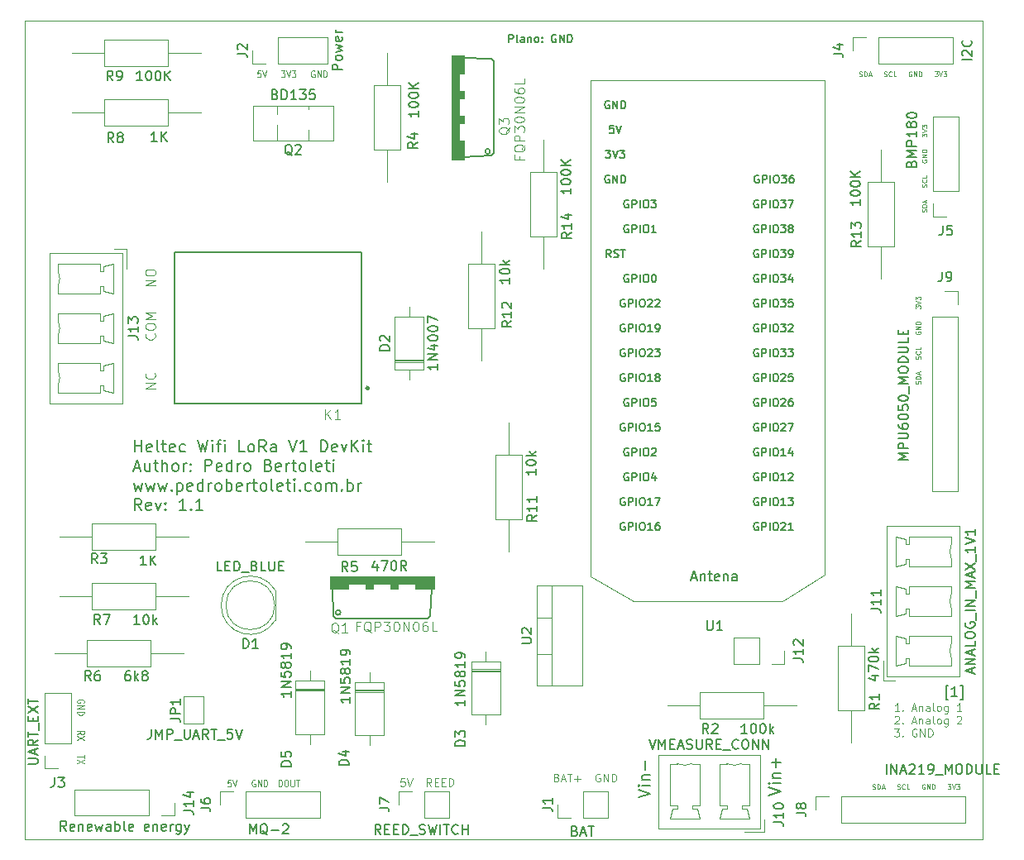
<source format=gbr>
%TF.GenerationSoftware,KiCad,Pcbnew,5.1.5+dfsg1-2build2*%
%TF.CreationDate,2020-10-22T23:20:21-04:00*%
%TF.ProjectId,Projeto_placa,50726f6a-6574-46f5-9f70-6c6163612e6b,rev?*%
%TF.SameCoordinates,Original*%
%TF.FileFunction,Legend,Top*%
%TF.FilePolarity,Positive*%
%FSLAX46Y46*%
G04 Gerber Fmt 4.6, Leading zero omitted, Abs format (unit mm)*
G04 Created by KiCad (PCBNEW 5.1.5+dfsg1-2build2) date 2020-10-22 23:20:21*
%MOMM*%
%LPD*%
G04 APERTURE LIST*
%ADD10C,0.110000*%
%ADD11C,0.150000*%
%ADD12C,0.200000*%
%ADD13C,0.070000*%
%ADD14C,0.100000*%
%TA.AperFunction,Profile*%
%ADD15C,0.050000*%
%TD*%
%ADD16C,0.120000*%
%ADD17C,0.127000*%
%ADD18C,0.300000*%
%ADD19C,0.010000*%
%ADD20C,0.015000*%
G04 APERTURE END LIST*
D10*
X162174223Y-100156604D02*
X161717080Y-100156604D01*
X161945652Y-100156604D02*
X161945652Y-99356604D01*
X161869461Y-99470890D01*
X161793271Y-99547080D01*
X161717080Y-99585176D01*
X162517080Y-100080414D02*
X162555176Y-100118509D01*
X162517080Y-100156604D01*
X162478985Y-100118509D01*
X162517080Y-100080414D01*
X162517080Y-100156604D01*
X163469461Y-99928033D02*
X163850414Y-99928033D01*
X163393271Y-100156604D02*
X163659938Y-99356604D01*
X163926604Y-100156604D01*
X164193271Y-99623271D02*
X164193271Y-100156604D01*
X164193271Y-99699461D02*
X164231366Y-99661366D01*
X164307557Y-99623271D01*
X164421842Y-99623271D01*
X164498033Y-99661366D01*
X164536128Y-99737557D01*
X164536128Y-100156604D01*
X165259938Y-100156604D02*
X165259938Y-99737557D01*
X165221842Y-99661366D01*
X165145652Y-99623271D01*
X164993271Y-99623271D01*
X164917080Y-99661366D01*
X165259938Y-100118509D02*
X165183747Y-100156604D01*
X164993271Y-100156604D01*
X164917080Y-100118509D01*
X164878985Y-100042319D01*
X164878985Y-99966128D01*
X164917080Y-99889938D01*
X164993271Y-99851842D01*
X165183747Y-99851842D01*
X165259938Y-99813747D01*
X165755176Y-100156604D02*
X165678985Y-100118509D01*
X165640890Y-100042319D01*
X165640890Y-99356604D01*
X166174223Y-100156604D02*
X166098033Y-100118509D01*
X166059938Y-100080414D01*
X166021842Y-100004223D01*
X166021842Y-99775652D01*
X166059938Y-99699461D01*
X166098033Y-99661366D01*
X166174223Y-99623271D01*
X166288509Y-99623271D01*
X166364700Y-99661366D01*
X166402795Y-99699461D01*
X166440890Y-99775652D01*
X166440890Y-100004223D01*
X166402795Y-100080414D01*
X166364700Y-100118509D01*
X166288509Y-100156604D01*
X166174223Y-100156604D01*
X167126604Y-99623271D02*
X167126604Y-100270890D01*
X167088509Y-100347080D01*
X167050414Y-100385176D01*
X166974223Y-100423271D01*
X166859938Y-100423271D01*
X166783747Y-100385176D01*
X167126604Y-100118509D02*
X167050414Y-100156604D01*
X166898033Y-100156604D01*
X166821842Y-100118509D01*
X166783747Y-100080414D01*
X166745652Y-100004223D01*
X166745652Y-99775652D01*
X166783747Y-99699461D01*
X166821842Y-99661366D01*
X166898033Y-99623271D01*
X167050414Y-99623271D01*
X167126604Y-99661366D01*
X168536128Y-100156604D02*
X168078985Y-100156604D01*
X168307557Y-100156604D02*
X168307557Y-99356604D01*
X168231366Y-99470890D01*
X168155176Y-99547080D01*
X168078985Y-99585176D01*
X161717080Y-100742795D02*
X161755176Y-100704700D01*
X161831366Y-100666604D01*
X162021842Y-100666604D01*
X162098033Y-100704700D01*
X162136128Y-100742795D01*
X162174223Y-100818985D01*
X162174223Y-100895176D01*
X162136128Y-101009461D01*
X161678985Y-101466604D01*
X162174223Y-101466604D01*
X162517080Y-101390414D02*
X162555176Y-101428509D01*
X162517080Y-101466604D01*
X162478985Y-101428509D01*
X162517080Y-101390414D01*
X162517080Y-101466604D01*
X163469461Y-101238033D02*
X163850414Y-101238033D01*
X163393271Y-101466604D02*
X163659938Y-100666604D01*
X163926604Y-101466604D01*
X164193271Y-100933271D02*
X164193271Y-101466604D01*
X164193271Y-101009461D02*
X164231366Y-100971366D01*
X164307557Y-100933271D01*
X164421842Y-100933271D01*
X164498033Y-100971366D01*
X164536128Y-101047557D01*
X164536128Y-101466604D01*
X165259938Y-101466604D02*
X165259938Y-101047557D01*
X165221842Y-100971366D01*
X165145652Y-100933271D01*
X164993271Y-100933271D01*
X164917080Y-100971366D01*
X165259938Y-101428509D02*
X165183747Y-101466604D01*
X164993271Y-101466604D01*
X164917080Y-101428509D01*
X164878985Y-101352319D01*
X164878985Y-101276128D01*
X164917080Y-101199938D01*
X164993271Y-101161842D01*
X165183747Y-101161842D01*
X165259938Y-101123747D01*
X165755176Y-101466604D02*
X165678985Y-101428509D01*
X165640890Y-101352319D01*
X165640890Y-100666604D01*
X166174223Y-101466604D02*
X166098033Y-101428509D01*
X166059938Y-101390414D01*
X166021842Y-101314223D01*
X166021842Y-101085652D01*
X166059938Y-101009461D01*
X166098033Y-100971366D01*
X166174223Y-100933271D01*
X166288509Y-100933271D01*
X166364700Y-100971366D01*
X166402795Y-101009461D01*
X166440890Y-101085652D01*
X166440890Y-101314223D01*
X166402795Y-101390414D01*
X166364700Y-101428509D01*
X166288509Y-101466604D01*
X166174223Y-101466604D01*
X167126604Y-100933271D02*
X167126604Y-101580890D01*
X167088509Y-101657080D01*
X167050414Y-101695176D01*
X166974223Y-101733271D01*
X166859938Y-101733271D01*
X166783747Y-101695176D01*
X167126604Y-101428509D02*
X167050414Y-101466604D01*
X166898033Y-101466604D01*
X166821842Y-101428509D01*
X166783747Y-101390414D01*
X166745652Y-101314223D01*
X166745652Y-101085652D01*
X166783747Y-101009461D01*
X166821842Y-100971366D01*
X166898033Y-100933271D01*
X167050414Y-100933271D01*
X167126604Y-100971366D01*
X168078985Y-100742795D02*
X168117080Y-100704700D01*
X168193271Y-100666604D01*
X168383747Y-100666604D01*
X168459938Y-100704700D01*
X168498033Y-100742795D01*
X168536128Y-100818985D01*
X168536128Y-100895176D01*
X168498033Y-101009461D01*
X168040890Y-101466604D01*
X168536128Y-101466604D01*
X161678985Y-101976604D02*
X162174223Y-101976604D01*
X161907557Y-102281366D01*
X162021842Y-102281366D01*
X162098033Y-102319461D01*
X162136128Y-102357557D01*
X162174223Y-102433747D01*
X162174223Y-102624223D01*
X162136128Y-102700414D01*
X162098033Y-102738509D01*
X162021842Y-102776604D01*
X161793271Y-102776604D01*
X161717080Y-102738509D01*
X161678985Y-102700414D01*
X162517080Y-102700414D02*
X162555176Y-102738509D01*
X162517080Y-102776604D01*
X162478985Y-102738509D01*
X162517080Y-102700414D01*
X162517080Y-102776604D01*
X163926604Y-102014700D02*
X163850414Y-101976604D01*
X163736128Y-101976604D01*
X163621842Y-102014700D01*
X163545652Y-102090890D01*
X163507557Y-102167080D01*
X163469461Y-102319461D01*
X163469461Y-102433747D01*
X163507557Y-102586128D01*
X163545652Y-102662319D01*
X163621842Y-102738509D01*
X163736128Y-102776604D01*
X163812319Y-102776604D01*
X163926604Y-102738509D01*
X163964700Y-102700414D01*
X163964700Y-102433747D01*
X163812319Y-102433747D01*
X164307557Y-102776604D02*
X164307557Y-101976604D01*
X164764700Y-102776604D01*
X164764700Y-101976604D01*
X165145652Y-102776604D02*
X165145652Y-101976604D01*
X165336128Y-101976604D01*
X165450414Y-102014700D01*
X165526604Y-102090890D01*
X165564700Y-102167080D01*
X165602795Y-102319461D01*
X165602795Y-102433747D01*
X165564700Y-102586128D01*
X165526604Y-102662319D01*
X165450414Y-102738509D01*
X165336128Y-102776604D01*
X165145652Y-102776604D01*
D11*
X167186052Y-98944014D02*
X166947957Y-98944014D01*
X166947957Y-97515442D01*
X167186052Y-97515442D01*
X168090814Y-98610680D02*
X167519385Y-98610680D01*
X167805100Y-98610680D02*
X167805100Y-97610680D01*
X167709861Y-97753538D01*
X167614623Y-97848776D01*
X167519385Y-97896395D01*
X168424147Y-98944014D02*
X168662242Y-98944014D01*
X168662242Y-97515442D01*
X168424147Y-97515442D01*
D12*
X83920754Y-73605697D02*
X83920754Y-72405697D01*
X83920754Y-72977125D02*
X84606468Y-72977125D01*
X84606468Y-73605697D02*
X84606468Y-72405697D01*
X85635040Y-73548554D02*
X85520754Y-73605697D01*
X85292182Y-73605697D01*
X85177897Y-73548554D01*
X85120754Y-73434268D01*
X85120754Y-72977125D01*
X85177897Y-72862840D01*
X85292182Y-72805697D01*
X85520754Y-72805697D01*
X85635040Y-72862840D01*
X85692182Y-72977125D01*
X85692182Y-73091411D01*
X85120754Y-73205697D01*
X86377897Y-73605697D02*
X86263611Y-73548554D01*
X86206468Y-73434268D01*
X86206468Y-72405697D01*
X86663611Y-72805697D02*
X87120754Y-72805697D01*
X86835040Y-72405697D02*
X86835040Y-73434268D01*
X86892182Y-73548554D01*
X87006468Y-73605697D01*
X87120754Y-73605697D01*
X87977897Y-73548554D02*
X87863611Y-73605697D01*
X87635040Y-73605697D01*
X87520754Y-73548554D01*
X87463611Y-73434268D01*
X87463611Y-72977125D01*
X87520754Y-72862840D01*
X87635040Y-72805697D01*
X87863611Y-72805697D01*
X87977897Y-72862840D01*
X88035040Y-72977125D01*
X88035040Y-73091411D01*
X87463611Y-73205697D01*
X89063611Y-73548554D02*
X88949325Y-73605697D01*
X88720754Y-73605697D01*
X88606468Y-73548554D01*
X88549325Y-73491411D01*
X88492182Y-73377125D01*
X88492182Y-73034268D01*
X88549325Y-72919982D01*
X88606468Y-72862840D01*
X88720754Y-72805697D01*
X88949325Y-72805697D01*
X89063611Y-72862840D01*
X90377897Y-72405697D02*
X90663611Y-73605697D01*
X90892182Y-72748554D01*
X91120754Y-73605697D01*
X91406468Y-72405697D01*
X91863611Y-73605697D02*
X91863611Y-72805697D01*
X91863611Y-72405697D02*
X91806468Y-72462840D01*
X91863611Y-72519982D01*
X91920754Y-72462840D01*
X91863611Y-72405697D01*
X91863611Y-72519982D01*
X92263611Y-72805697D02*
X92720754Y-72805697D01*
X92435040Y-73605697D02*
X92435040Y-72577125D01*
X92492182Y-72462840D01*
X92606468Y-72405697D01*
X92720754Y-72405697D01*
X93120754Y-73605697D02*
X93120754Y-72805697D01*
X93120754Y-72405697D02*
X93063611Y-72462840D01*
X93120754Y-72519982D01*
X93177897Y-72462840D01*
X93120754Y-72405697D01*
X93120754Y-72519982D01*
X95177897Y-73605697D02*
X94606468Y-73605697D01*
X94606468Y-72405697D01*
X95749325Y-73605697D02*
X95635040Y-73548554D01*
X95577897Y-73491411D01*
X95520754Y-73377125D01*
X95520754Y-73034268D01*
X95577897Y-72919982D01*
X95635040Y-72862840D01*
X95749325Y-72805697D01*
X95920754Y-72805697D01*
X96035040Y-72862840D01*
X96092182Y-72919982D01*
X96149325Y-73034268D01*
X96149325Y-73377125D01*
X96092182Y-73491411D01*
X96035040Y-73548554D01*
X95920754Y-73605697D01*
X95749325Y-73605697D01*
X97349325Y-73605697D02*
X96949325Y-73034268D01*
X96663611Y-73605697D02*
X96663611Y-72405697D01*
X97120754Y-72405697D01*
X97235040Y-72462840D01*
X97292182Y-72519982D01*
X97349325Y-72634268D01*
X97349325Y-72805697D01*
X97292182Y-72919982D01*
X97235040Y-72977125D01*
X97120754Y-73034268D01*
X96663611Y-73034268D01*
X98377897Y-73605697D02*
X98377897Y-72977125D01*
X98320754Y-72862840D01*
X98206468Y-72805697D01*
X97977897Y-72805697D01*
X97863611Y-72862840D01*
X98377897Y-73548554D02*
X98263611Y-73605697D01*
X97977897Y-73605697D01*
X97863611Y-73548554D01*
X97806468Y-73434268D01*
X97806468Y-73319982D01*
X97863611Y-73205697D01*
X97977897Y-73148554D01*
X98263611Y-73148554D01*
X98377897Y-73091411D01*
X99692182Y-72405697D02*
X100092182Y-73605697D01*
X100492182Y-72405697D01*
X101520754Y-73605697D02*
X100835040Y-73605697D01*
X101177897Y-73605697D02*
X101177897Y-72405697D01*
X101063611Y-72577125D01*
X100949325Y-72691411D01*
X100835040Y-72748554D01*
X102949325Y-73605697D02*
X102949325Y-72405697D01*
X103235040Y-72405697D01*
X103406468Y-72462840D01*
X103520754Y-72577125D01*
X103577897Y-72691411D01*
X103635040Y-72919982D01*
X103635040Y-73091411D01*
X103577897Y-73319982D01*
X103520754Y-73434268D01*
X103406468Y-73548554D01*
X103235040Y-73605697D01*
X102949325Y-73605697D01*
X104606468Y-73548554D02*
X104492182Y-73605697D01*
X104263611Y-73605697D01*
X104149325Y-73548554D01*
X104092182Y-73434268D01*
X104092182Y-72977125D01*
X104149325Y-72862840D01*
X104263611Y-72805697D01*
X104492182Y-72805697D01*
X104606468Y-72862840D01*
X104663611Y-72977125D01*
X104663611Y-73091411D01*
X104092182Y-73205697D01*
X105063611Y-72805697D02*
X105349325Y-73605697D01*
X105635040Y-72805697D01*
X106092182Y-73605697D02*
X106092182Y-72405697D01*
X106777897Y-73605697D02*
X106263611Y-72919982D01*
X106777897Y-72405697D02*
X106092182Y-73091411D01*
X107292182Y-73605697D02*
X107292182Y-72805697D01*
X107292182Y-72405697D02*
X107235040Y-72462840D01*
X107292182Y-72519982D01*
X107349325Y-72462840D01*
X107292182Y-72405697D01*
X107292182Y-72519982D01*
X107692182Y-72805697D02*
X108149325Y-72805697D01*
X107863611Y-72405697D02*
X107863611Y-73434268D01*
X107920754Y-73548554D01*
X108035040Y-73605697D01*
X108149325Y-73605697D01*
X83863611Y-75262840D02*
X84435040Y-75262840D01*
X83749325Y-75605697D02*
X84149325Y-74405697D01*
X84549325Y-75605697D01*
X85463611Y-74805697D02*
X85463611Y-75605697D01*
X84949325Y-74805697D02*
X84949325Y-75434268D01*
X85006468Y-75548554D01*
X85120754Y-75605697D01*
X85292182Y-75605697D01*
X85406468Y-75548554D01*
X85463611Y-75491411D01*
X85863611Y-74805697D02*
X86320754Y-74805697D01*
X86035040Y-74405697D02*
X86035040Y-75434268D01*
X86092182Y-75548554D01*
X86206468Y-75605697D01*
X86320754Y-75605697D01*
X86720754Y-75605697D02*
X86720754Y-74405697D01*
X87235040Y-75605697D02*
X87235040Y-74977125D01*
X87177897Y-74862840D01*
X87063611Y-74805697D01*
X86892182Y-74805697D01*
X86777897Y-74862840D01*
X86720754Y-74919982D01*
X87977897Y-75605697D02*
X87863611Y-75548554D01*
X87806468Y-75491411D01*
X87749325Y-75377125D01*
X87749325Y-75034268D01*
X87806468Y-74919982D01*
X87863611Y-74862840D01*
X87977897Y-74805697D01*
X88149325Y-74805697D01*
X88263611Y-74862840D01*
X88320754Y-74919982D01*
X88377897Y-75034268D01*
X88377897Y-75377125D01*
X88320754Y-75491411D01*
X88263611Y-75548554D01*
X88149325Y-75605697D01*
X87977897Y-75605697D01*
X88892182Y-75605697D02*
X88892182Y-74805697D01*
X88892182Y-75034268D02*
X88949325Y-74919982D01*
X89006468Y-74862840D01*
X89120754Y-74805697D01*
X89235040Y-74805697D01*
X89635040Y-75491411D02*
X89692182Y-75548554D01*
X89635040Y-75605697D01*
X89577897Y-75548554D01*
X89635040Y-75491411D01*
X89635040Y-75605697D01*
X89635040Y-74862840D02*
X89692182Y-74919982D01*
X89635040Y-74977125D01*
X89577897Y-74919982D01*
X89635040Y-74862840D01*
X89635040Y-74977125D01*
X91120754Y-75605697D02*
X91120754Y-74405697D01*
X91577897Y-74405697D01*
X91692182Y-74462840D01*
X91749325Y-74519982D01*
X91806468Y-74634268D01*
X91806468Y-74805697D01*
X91749325Y-74919982D01*
X91692182Y-74977125D01*
X91577897Y-75034268D01*
X91120754Y-75034268D01*
X92777897Y-75548554D02*
X92663611Y-75605697D01*
X92435040Y-75605697D01*
X92320754Y-75548554D01*
X92263611Y-75434268D01*
X92263611Y-74977125D01*
X92320754Y-74862840D01*
X92435040Y-74805697D01*
X92663611Y-74805697D01*
X92777897Y-74862840D01*
X92835040Y-74977125D01*
X92835040Y-75091411D01*
X92263611Y-75205697D01*
X93863611Y-75605697D02*
X93863611Y-74405697D01*
X93863611Y-75548554D02*
X93749325Y-75605697D01*
X93520754Y-75605697D01*
X93406468Y-75548554D01*
X93349325Y-75491411D01*
X93292182Y-75377125D01*
X93292182Y-75034268D01*
X93349325Y-74919982D01*
X93406468Y-74862840D01*
X93520754Y-74805697D01*
X93749325Y-74805697D01*
X93863611Y-74862840D01*
X94435040Y-75605697D02*
X94435040Y-74805697D01*
X94435040Y-75034268D02*
X94492182Y-74919982D01*
X94549325Y-74862840D01*
X94663611Y-74805697D01*
X94777897Y-74805697D01*
X95349325Y-75605697D02*
X95235040Y-75548554D01*
X95177897Y-75491411D01*
X95120754Y-75377125D01*
X95120754Y-75034268D01*
X95177897Y-74919982D01*
X95235040Y-74862840D01*
X95349325Y-74805697D01*
X95520754Y-74805697D01*
X95635040Y-74862840D01*
X95692182Y-74919982D01*
X95749325Y-75034268D01*
X95749325Y-75377125D01*
X95692182Y-75491411D01*
X95635040Y-75548554D01*
X95520754Y-75605697D01*
X95349325Y-75605697D01*
X97577897Y-74977125D02*
X97749325Y-75034268D01*
X97806468Y-75091411D01*
X97863611Y-75205697D01*
X97863611Y-75377125D01*
X97806468Y-75491411D01*
X97749325Y-75548554D01*
X97635040Y-75605697D01*
X97177897Y-75605697D01*
X97177897Y-74405697D01*
X97577897Y-74405697D01*
X97692182Y-74462840D01*
X97749325Y-74519982D01*
X97806468Y-74634268D01*
X97806468Y-74748554D01*
X97749325Y-74862840D01*
X97692182Y-74919982D01*
X97577897Y-74977125D01*
X97177897Y-74977125D01*
X98835040Y-75548554D02*
X98720754Y-75605697D01*
X98492182Y-75605697D01*
X98377897Y-75548554D01*
X98320754Y-75434268D01*
X98320754Y-74977125D01*
X98377897Y-74862840D01*
X98492182Y-74805697D01*
X98720754Y-74805697D01*
X98835040Y-74862840D01*
X98892182Y-74977125D01*
X98892182Y-75091411D01*
X98320754Y-75205697D01*
X99406468Y-75605697D02*
X99406468Y-74805697D01*
X99406468Y-75034268D02*
X99463611Y-74919982D01*
X99520754Y-74862840D01*
X99635040Y-74805697D01*
X99749325Y-74805697D01*
X99977897Y-74805697D02*
X100435040Y-74805697D01*
X100149325Y-74405697D02*
X100149325Y-75434268D01*
X100206468Y-75548554D01*
X100320754Y-75605697D01*
X100435040Y-75605697D01*
X101006468Y-75605697D02*
X100892182Y-75548554D01*
X100835040Y-75491411D01*
X100777897Y-75377125D01*
X100777897Y-75034268D01*
X100835040Y-74919982D01*
X100892182Y-74862840D01*
X101006468Y-74805697D01*
X101177897Y-74805697D01*
X101292182Y-74862840D01*
X101349325Y-74919982D01*
X101406468Y-75034268D01*
X101406468Y-75377125D01*
X101349325Y-75491411D01*
X101292182Y-75548554D01*
X101177897Y-75605697D01*
X101006468Y-75605697D01*
X102092182Y-75605697D02*
X101977897Y-75548554D01*
X101920754Y-75434268D01*
X101920754Y-74405697D01*
X103006468Y-75548554D02*
X102892182Y-75605697D01*
X102663611Y-75605697D01*
X102549325Y-75548554D01*
X102492182Y-75434268D01*
X102492182Y-74977125D01*
X102549325Y-74862840D01*
X102663611Y-74805697D01*
X102892182Y-74805697D01*
X103006468Y-74862840D01*
X103063611Y-74977125D01*
X103063611Y-75091411D01*
X102492182Y-75205697D01*
X103406468Y-74805697D02*
X103863611Y-74805697D01*
X103577897Y-74405697D02*
X103577897Y-75434268D01*
X103635040Y-75548554D01*
X103749325Y-75605697D01*
X103863611Y-75605697D01*
X104263611Y-75605697D02*
X104263611Y-74805697D01*
X104263611Y-74405697D02*
X104206468Y-74462840D01*
X104263611Y-74519982D01*
X104320754Y-74462840D01*
X104263611Y-74405697D01*
X104263611Y-74519982D01*
X83806468Y-76805697D02*
X84035040Y-77605697D01*
X84263611Y-77034268D01*
X84492182Y-77605697D01*
X84720754Y-76805697D01*
X85063611Y-76805697D02*
X85292182Y-77605697D01*
X85520754Y-77034268D01*
X85749325Y-77605697D01*
X85977897Y-76805697D01*
X86320754Y-76805697D02*
X86549325Y-77605697D01*
X86777897Y-77034268D01*
X87006468Y-77605697D01*
X87235040Y-76805697D01*
X87692182Y-77491411D02*
X87749325Y-77548554D01*
X87692182Y-77605697D01*
X87635040Y-77548554D01*
X87692182Y-77491411D01*
X87692182Y-77605697D01*
X88263611Y-76805697D02*
X88263611Y-78005697D01*
X88263611Y-76862840D02*
X88377897Y-76805697D01*
X88606468Y-76805697D01*
X88720754Y-76862840D01*
X88777897Y-76919982D01*
X88835040Y-77034268D01*
X88835040Y-77377125D01*
X88777897Y-77491411D01*
X88720754Y-77548554D01*
X88606468Y-77605697D01*
X88377897Y-77605697D01*
X88263611Y-77548554D01*
X89806468Y-77548554D02*
X89692182Y-77605697D01*
X89463611Y-77605697D01*
X89349325Y-77548554D01*
X89292182Y-77434268D01*
X89292182Y-76977125D01*
X89349325Y-76862840D01*
X89463611Y-76805697D01*
X89692182Y-76805697D01*
X89806468Y-76862840D01*
X89863611Y-76977125D01*
X89863611Y-77091411D01*
X89292182Y-77205697D01*
X90892182Y-77605697D02*
X90892182Y-76405697D01*
X90892182Y-77548554D02*
X90777897Y-77605697D01*
X90549325Y-77605697D01*
X90435040Y-77548554D01*
X90377897Y-77491411D01*
X90320754Y-77377125D01*
X90320754Y-77034268D01*
X90377897Y-76919982D01*
X90435040Y-76862840D01*
X90549325Y-76805697D01*
X90777897Y-76805697D01*
X90892182Y-76862840D01*
X91463611Y-77605697D02*
X91463611Y-76805697D01*
X91463611Y-77034268D02*
X91520754Y-76919982D01*
X91577897Y-76862840D01*
X91692182Y-76805697D01*
X91806468Y-76805697D01*
X92377897Y-77605697D02*
X92263611Y-77548554D01*
X92206468Y-77491411D01*
X92149325Y-77377125D01*
X92149325Y-77034268D01*
X92206468Y-76919982D01*
X92263611Y-76862840D01*
X92377897Y-76805697D01*
X92549325Y-76805697D01*
X92663611Y-76862840D01*
X92720754Y-76919982D01*
X92777897Y-77034268D01*
X92777897Y-77377125D01*
X92720754Y-77491411D01*
X92663611Y-77548554D01*
X92549325Y-77605697D01*
X92377897Y-77605697D01*
X93292182Y-77605697D02*
X93292182Y-76405697D01*
X93292182Y-76862840D02*
X93406468Y-76805697D01*
X93635040Y-76805697D01*
X93749325Y-76862840D01*
X93806468Y-76919982D01*
X93863611Y-77034268D01*
X93863611Y-77377125D01*
X93806468Y-77491411D01*
X93749325Y-77548554D01*
X93635040Y-77605697D01*
X93406468Y-77605697D01*
X93292182Y-77548554D01*
X94835040Y-77548554D02*
X94720754Y-77605697D01*
X94492182Y-77605697D01*
X94377897Y-77548554D01*
X94320754Y-77434268D01*
X94320754Y-76977125D01*
X94377897Y-76862840D01*
X94492182Y-76805697D01*
X94720754Y-76805697D01*
X94835040Y-76862840D01*
X94892182Y-76977125D01*
X94892182Y-77091411D01*
X94320754Y-77205697D01*
X95406468Y-77605697D02*
X95406468Y-76805697D01*
X95406468Y-77034268D02*
X95463611Y-76919982D01*
X95520754Y-76862840D01*
X95635040Y-76805697D01*
X95749325Y-76805697D01*
X95977897Y-76805697D02*
X96435040Y-76805697D01*
X96149325Y-76405697D02*
X96149325Y-77434268D01*
X96206468Y-77548554D01*
X96320754Y-77605697D01*
X96435040Y-77605697D01*
X97006468Y-77605697D02*
X96892182Y-77548554D01*
X96835040Y-77491411D01*
X96777897Y-77377125D01*
X96777897Y-77034268D01*
X96835040Y-76919982D01*
X96892182Y-76862840D01*
X97006468Y-76805697D01*
X97177897Y-76805697D01*
X97292182Y-76862840D01*
X97349325Y-76919982D01*
X97406468Y-77034268D01*
X97406468Y-77377125D01*
X97349325Y-77491411D01*
X97292182Y-77548554D01*
X97177897Y-77605697D01*
X97006468Y-77605697D01*
X98092182Y-77605697D02*
X97977897Y-77548554D01*
X97920754Y-77434268D01*
X97920754Y-76405697D01*
X99006468Y-77548554D02*
X98892182Y-77605697D01*
X98663611Y-77605697D01*
X98549325Y-77548554D01*
X98492182Y-77434268D01*
X98492182Y-76977125D01*
X98549325Y-76862840D01*
X98663611Y-76805697D01*
X98892182Y-76805697D01*
X99006468Y-76862840D01*
X99063611Y-76977125D01*
X99063611Y-77091411D01*
X98492182Y-77205697D01*
X99406468Y-76805697D02*
X99863611Y-76805697D01*
X99577897Y-76405697D02*
X99577897Y-77434268D01*
X99635040Y-77548554D01*
X99749325Y-77605697D01*
X99863611Y-77605697D01*
X100263611Y-77605697D02*
X100263611Y-76805697D01*
X100263611Y-76405697D02*
X100206468Y-76462840D01*
X100263611Y-76519982D01*
X100320754Y-76462840D01*
X100263611Y-76405697D01*
X100263611Y-76519982D01*
X100835040Y-77491411D02*
X100892182Y-77548554D01*
X100835040Y-77605697D01*
X100777897Y-77548554D01*
X100835040Y-77491411D01*
X100835040Y-77605697D01*
X101920754Y-77548554D02*
X101806468Y-77605697D01*
X101577897Y-77605697D01*
X101463611Y-77548554D01*
X101406468Y-77491411D01*
X101349325Y-77377125D01*
X101349325Y-77034268D01*
X101406468Y-76919982D01*
X101463611Y-76862840D01*
X101577897Y-76805697D01*
X101806468Y-76805697D01*
X101920754Y-76862840D01*
X102606468Y-77605697D02*
X102492182Y-77548554D01*
X102435040Y-77491411D01*
X102377897Y-77377125D01*
X102377897Y-77034268D01*
X102435040Y-76919982D01*
X102492182Y-76862840D01*
X102606468Y-76805697D01*
X102777897Y-76805697D01*
X102892182Y-76862840D01*
X102949325Y-76919982D01*
X103006468Y-77034268D01*
X103006468Y-77377125D01*
X102949325Y-77491411D01*
X102892182Y-77548554D01*
X102777897Y-77605697D01*
X102606468Y-77605697D01*
X103520754Y-77605697D02*
X103520754Y-76805697D01*
X103520754Y-76919982D02*
X103577897Y-76862840D01*
X103692182Y-76805697D01*
X103863611Y-76805697D01*
X103977897Y-76862840D01*
X104035040Y-76977125D01*
X104035040Y-77605697D01*
X104035040Y-76977125D02*
X104092182Y-76862840D01*
X104206468Y-76805697D01*
X104377897Y-76805697D01*
X104492182Y-76862840D01*
X104549325Y-76977125D01*
X104549325Y-77605697D01*
X105120754Y-77491411D02*
X105177897Y-77548554D01*
X105120754Y-77605697D01*
X105063611Y-77548554D01*
X105120754Y-77491411D01*
X105120754Y-77605697D01*
X105692182Y-77605697D02*
X105692182Y-76405697D01*
X105692182Y-76862840D02*
X105806468Y-76805697D01*
X106035040Y-76805697D01*
X106149325Y-76862840D01*
X106206468Y-76919982D01*
X106263611Y-77034268D01*
X106263611Y-77377125D01*
X106206468Y-77491411D01*
X106149325Y-77548554D01*
X106035040Y-77605697D01*
X105806468Y-77605697D01*
X105692182Y-77548554D01*
X106777897Y-77605697D02*
X106777897Y-76805697D01*
X106777897Y-77034268D02*
X106835040Y-76919982D01*
X106892182Y-76862840D01*
X107006468Y-76805697D01*
X107120754Y-76805697D01*
X84606468Y-79605697D02*
X84206468Y-79034268D01*
X83920754Y-79605697D02*
X83920754Y-78405697D01*
X84377897Y-78405697D01*
X84492182Y-78462840D01*
X84549325Y-78519982D01*
X84606468Y-78634268D01*
X84606468Y-78805697D01*
X84549325Y-78919982D01*
X84492182Y-78977125D01*
X84377897Y-79034268D01*
X83920754Y-79034268D01*
X85577897Y-79548554D02*
X85463611Y-79605697D01*
X85235040Y-79605697D01*
X85120754Y-79548554D01*
X85063611Y-79434268D01*
X85063611Y-78977125D01*
X85120754Y-78862840D01*
X85235040Y-78805697D01*
X85463611Y-78805697D01*
X85577897Y-78862840D01*
X85635040Y-78977125D01*
X85635040Y-79091411D01*
X85063611Y-79205697D01*
X86035040Y-78805697D02*
X86320754Y-79605697D01*
X86606468Y-78805697D01*
X87063611Y-79491411D02*
X87120754Y-79548554D01*
X87063611Y-79605697D01*
X87006468Y-79548554D01*
X87063611Y-79491411D01*
X87063611Y-79605697D01*
X87063611Y-78862840D02*
X87120754Y-78919982D01*
X87063611Y-78977125D01*
X87006468Y-78919982D01*
X87063611Y-78862840D01*
X87063611Y-78977125D01*
X89177897Y-79605697D02*
X88492182Y-79605697D01*
X88835040Y-79605697D02*
X88835040Y-78405697D01*
X88720754Y-78577125D01*
X88606468Y-78691411D01*
X88492182Y-78748554D01*
X89692182Y-79491411D02*
X89749325Y-79548554D01*
X89692182Y-79605697D01*
X89635040Y-79548554D01*
X89692182Y-79491411D01*
X89692182Y-79605697D01*
X90892182Y-79605697D02*
X90206468Y-79605697D01*
X90549325Y-79605697D02*
X90549325Y-78405697D01*
X90435040Y-78577125D01*
X90320754Y-78691411D01*
X90206468Y-78748554D01*
D13*
X96796628Y-34567066D02*
X96510914Y-34567066D01*
X96482342Y-34900400D01*
X96510914Y-34867066D01*
X96568057Y-34833733D01*
X96710914Y-34833733D01*
X96768057Y-34867066D01*
X96796628Y-34900400D01*
X96825200Y-34967066D01*
X96825200Y-35133733D01*
X96796628Y-35200400D01*
X96768057Y-35233733D01*
X96710914Y-35267066D01*
X96568057Y-35267066D01*
X96510914Y-35233733D01*
X96482342Y-35200400D01*
X96996628Y-34567066D02*
X97196628Y-35267066D01*
X97396628Y-34567066D01*
X98910914Y-34567066D02*
X99282342Y-34567066D01*
X99082342Y-34833733D01*
X99168057Y-34833733D01*
X99225200Y-34867066D01*
X99253771Y-34900400D01*
X99282342Y-34967066D01*
X99282342Y-35133733D01*
X99253771Y-35200400D01*
X99225200Y-35233733D01*
X99168057Y-35267066D01*
X98996628Y-35267066D01*
X98939485Y-35233733D01*
X98910914Y-35200400D01*
X99453771Y-34567066D02*
X99653771Y-35267066D01*
X99853771Y-34567066D01*
X99996628Y-34567066D02*
X100368057Y-34567066D01*
X100168057Y-34833733D01*
X100253771Y-34833733D01*
X100310914Y-34867066D01*
X100339485Y-34900400D01*
X100368057Y-34967066D01*
X100368057Y-35133733D01*
X100339485Y-35200400D01*
X100310914Y-35233733D01*
X100253771Y-35267066D01*
X100082342Y-35267066D01*
X100025200Y-35233733D01*
X99996628Y-35200400D01*
X102310914Y-34600400D02*
X102253771Y-34567066D01*
X102168057Y-34567066D01*
X102082342Y-34600400D01*
X102025200Y-34667066D01*
X101996628Y-34733733D01*
X101968057Y-34867066D01*
X101968057Y-34967066D01*
X101996628Y-35100400D01*
X102025200Y-35167066D01*
X102082342Y-35233733D01*
X102168057Y-35267066D01*
X102225200Y-35267066D01*
X102310914Y-35233733D01*
X102339485Y-35200400D01*
X102339485Y-34967066D01*
X102225200Y-34967066D01*
X102596628Y-35267066D02*
X102596628Y-34567066D01*
X102939485Y-35267066D01*
X102939485Y-34567066D01*
X103225200Y-35267066D02*
X103225200Y-34567066D01*
X103368057Y-34567066D01*
X103453771Y-34600400D01*
X103510914Y-34667066D01*
X103539485Y-34733733D01*
X103568057Y-34867066D01*
X103568057Y-34967066D01*
X103539485Y-35100400D01*
X103510914Y-35167066D01*
X103453771Y-35233733D01*
X103368057Y-35267066D01*
X103225200Y-35267066D01*
D14*
X86012280Y-67156838D02*
X85012280Y-67156838D01*
X86012280Y-66585409D01*
X85012280Y-66585409D01*
X85917042Y-65537790D02*
X85964661Y-65585409D01*
X86012280Y-65728266D01*
X86012280Y-65823504D01*
X85964661Y-65966361D01*
X85869423Y-66061600D01*
X85774185Y-66109219D01*
X85583709Y-66156838D01*
X85440852Y-66156838D01*
X85250376Y-66109219D01*
X85155138Y-66061600D01*
X85059900Y-65966361D01*
X85012280Y-65823504D01*
X85012280Y-65728266D01*
X85059900Y-65585409D01*
X85107519Y-65537790D01*
X85917042Y-61490171D02*
X85964661Y-61537790D01*
X86012280Y-61680647D01*
X86012280Y-61775885D01*
X85964661Y-61918742D01*
X85869423Y-62013980D01*
X85774185Y-62061600D01*
X85583709Y-62109219D01*
X85440852Y-62109219D01*
X85250376Y-62061600D01*
X85155138Y-62013980D01*
X85059900Y-61918742D01*
X85012280Y-61775885D01*
X85012280Y-61680647D01*
X85059900Y-61537790D01*
X85107519Y-61490171D01*
X85012280Y-60871123D02*
X85012280Y-60680647D01*
X85059900Y-60585409D01*
X85155138Y-60490171D01*
X85345614Y-60442552D01*
X85678947Y-60442552D01*
X85869423Y-60490171D01*
X85964661Y-60585409D01*
X86012280Y-60680647D01*
X86012280Y-60871123D01*
X85964661Y-60966361D01*
X85869423Y-61061600D01*
X85678947Y-61109219D01*
X85345614Y-61109219D01*
X85155138Y-61061600D01*
X85059900Y-60966361D01*
X85012280Y-60871123D01*
X86012280Y-60013980D02*
X85012280Y-60013980D01*
X85726566Y-59680647D01*
X85012280Y-59347314D01*
X86012280Y-59347314D01*
X86012280Y-56585409D02*
X85012280Y-56585409D01*
X86012280Y-56013980D01*
X85012280Y-56013980D01*
X85012280Y-55347314D02*
X85012280Y-55156838D01*
X85059900Y-55061600D01*
X85155138Y-54966361D01*
X85345614Y-54918742D01*
X85678947Y-54918742D01*
X85869423Y-54966361D01*
X85964661Y-55061600D01*
X86012280Y-55156838D01*
X86012280Y-55347314D01*
X85964661Y-55442552D01*
X85869423Y-55537790D01*
X85678947Y-55585409D01*
X85345614Y-55585409D01*
X85155138Y-55537790D01*
X85059900Y-55442552D01*
X85012280Y-55347314D01*
D13*
X78693760Y-99301348D02*
X78727093Y-99244205D01*
X78727093Y-99158491D01*
X78693760Y-99072777D01*
X78627093Y-99015634D01*
X78560426Y-98987062D01*
X78427093Y-98958491D01*
X78327093Y-98958491D01*
X78193760Y-98987062D01*
X78127093Y-99015634D01*
X78060426Y-99072777D01*
X78027093Y-99158491D01*
X78027093Y-99215634D01*
X78060426Y-99301348D01*
X78093760Y-99329920D01*
X78327093Y-99329920D01*
X78327093Y-99215634D01*
X78027093Y-99587062D02*
X78727093Y-99587062D01*
X78027093Y-99929920D01*
X78727093Y-99929920D01*
X78027093Y-100215634D02*
X78727093Y-100215634D01*
X78727093Y-100358491D01*
X78693760Y-100444205D01*
X78627093Y-100501348D01*
X78560426Y-100529920D01*
X78427093Y-100558491D01*
X78327093Y-100558491D01*
X78193760Y-100529920D01*
X78127093Y-100501348D01*
X78060426Y-100444205D01*
X78027093Y-100358491D01*
X78027093Y-100215634D01*
X78027093Y-102529920D02*
X78360426Y-102329920D01*
X78027093Y-102187062D02*
X78727093Y-102187062D01*
X78727093Y-102415634D01*
X78693760Y-102472777D01*
X78660426Y-102501348D01*
X78593760Y-102529920D01*
X78493760Y-102529920D01*
X78427093Y-102501348D01*
X78393760Y-102472777D01*
X78360426Y-102415634D01*
X78360426Y-102187062D01*
X78727093Y-102729920D02*
X78027093Y-103129920D01*
X78727093Y-103129920D02*
X78027093Y-102729920D01*
X78727093Y-104644205D02*
X78727093Y-104987062D01*
X78027093Y-104815634D02*
X78727093Y-104815634D01*
X78727093Y-105129920D02*
X78027093Y-105529920D01*
X78727093Y-105529920D02*
X78027093Y-105129920D01*
X93737528Y-107198366D02*
X93451814Y-107198366D01*
X93423242Y-107531700D01*
X93451814Y-107498366D01*
X93508957Y-107465033D01*
X93651814Y-107465033D01*
X93708957Y-107498366D01*
X93737528Y-107531700D01*
X93766100Y-107598366D01*
X93766100Y-107765033D01*
X93737528Y-107831700D01*
X93708957Y-107865033D01*
X93651814Y-107898366D01*
X93508957Y-107898366D01*
X93451814Y-107865033D01*
X93423242Y-107831700D01*
X93937528Y-107198366D02*
X94137528Y-107898366D01*
X94337528Y-107198366D01*
X96223242Y-107231700D02*
X96166100Y-107198366D01*
X96080385Y-107198366D01*
X95994671Y-107231700D01*
X95937528Y-107298366D01*
X95908957Y-107365033D01*
X95880385Y-107498366D01*
X95880385Y-107598366D01*
X95908957Y-107731700D01*
X95937528Y-107798366D01*
X95994671Y-107865033D01*
X96080385Y-107898366D01*
X96137528Y-107898366D01*
X96223242Y-107865033D01*
X96251814Y-107831700D01*
X96251814Y-107598366D01*
X96137528Y-107598366D01*
X96508957Y-107898366D02*
X96508957Y-107198366D01*
X96851814Y-107898366D01*
X96851814Y-107198366D01*
X97137528Y-107898366D02*
X97137528Y-107198366D01*
X97280385Y-107198366D01*
X97366100Y-107231700D01*
X97423242Y-107298366D01*
X97451814Y-107365033D01*
X97480385Y-107498366D01*
X97480385Y-107598366D01*
X97451814Y-107731700D01*
X97423242Y-107798366D01*
X97366100Y-107865033D01*
X97280385Y-107898366D01*
X97137528Y-107898366D01*
X98651814Y-107898366D02*
X98651814Y-107198366D01*
X98794671Y-107198366D01*
X98880385Y-107231700D01*
X98937528Y-107298366D01*
X98966100Y-107365033D01*
X98994671Y-107498366D01*
X98994671Y-107598366D01*
X98966100Y-107731700D01*
X98937528Y-107798366D01*
X98880385Y-107865033D01*
X98794671Y-107898366D01*
X98651814Y-107898366D01*
X99366100Y-107198366D02*
X99480385Y-107198366D01*
X99537528Y-107231700D01*
X99594671Y-107298366D01*
X99623242Y-107431700D01*
X99623242Y-107665033D01*
X99594671Y-107798366D01*
X99537528Y-107865033D01*
X99480385Y-107898366D01*
X99366100Y-107898366D01*
X99308957Y-107865033D01*
X99251814Y-107798366D01*
X99223242Y-107665033D01*
X99223242Y-107431700D01*
X99251814Y-107298366D01*
X99308957Y-107231700D01*
X99366100Y-107198366D01*
X99880385Y-107198366D02*
X99880385Y-107765033D01*
X99908957Y-107831700D01*
X99937528Y-107865033D01*
X99994671Y-107898366D01*
X100108957Y-107898366D01*
X100166100Y-107865033D01*
X100194671Y-107831700D01*
X100223242Y-107765033D01*
X100223242Y-107198366D01*
X100423242Y-107198366D02*
X100766100Y-107198366D01*
X100594671Y-107898366D02*
X100594671Y-107198366D01*
X111531685Y-107029304D02*
X111150733Y-107029304D01*
X111112638Y-107410257D01*
X111150733Y-107372161D01*
X111226923Y-107334066D01*
X111417400Y-107334066D01*
X111493590Y-107372161D01*
X111531685Y-107410257D01*
X111569780Y-107486447D01*
X111569780Y-107676923D01*
X111531685Y-107753114D01*
X111493590Y-107791209D01*
X111417400Y-107829304D01*
X111226923Y-107829304D01*
X111150733Y-107791209D01*
X111112638Y-107753114D01*
X111798352Y-107029304D02*
X112065019Y-107829304D01*
X112331685Y-107029304D01*
X114274542Y-107829304D02*
X114007876Y-107448352D01*
X113817400Y-107829304D02*
X113817400Y-107029304D01*
X114122161Y-107029304D01*
X114198352Y-107067400D01*
X114236447Y-107105495D01*
X114274542Y-107181685D01*
X114274542Y-107295971D01*
X114236447Y-107372161D01*
X114198352Y-107410257D01*
X114122161Y-107448352D01*
X113817400Y-107448352D01*
X114617400Y-107410257D02*
X114884066Y-107410257D01*
X114998352Y-107829304D02*
X114617400Y-107829304D01*
X114617400Y-107029304D01*
X114998352Y-107029304D01*
X115341209Y-107410257D02*
X115607876Y-107410257D01*
X115722161Y-107829304D02*
X115341209Y-107829304D01*
X115341209Y-107029304D01*
X115722161Y-107029304D01*
X116065019Y-107829304D02*
X116065019Y-107029304D01*
X116255495Y-107029304D01*
X116369780Y-107067400D01*
X116445971Y-107143590D01*
X116484066Y-107219780D01*
X116522161Y-107372161D01*
X116522161Y-107486447D01*
X116484066Y-107638828D01*
X116445971Y-107715019D01*
X116369780Y-107791209D01*
X116255495Y-107829304D01*
X116065019Y-107829304D01*
X127082914Y-106953057D02*
X127197200Y-106991152D01*
X127235295Y-107029247D01*
X127273390Y-107105438D01*
X127273390Y-107219723D01*
X127235295Y-107295914D01*
X127197200Y-107334009D01*
X127121009Y-107372104D01*
X126816247Y-107372104D01*
X126816247Y-106572104D01*
X127082914Y-106572104D01*
X127159104Y-106610200D01*
X127197200Y-106648295D01*
X127235295Y-106724485D01*
X127235295Y-106800676D01*
X127197200Y-106876866D01*
X127159104Y-106914961D01*
X127082914Y-106953057D01*
X126816247Y-106953057D01*
X127578152Y-107143533D02*
X127959104Y-107143533D01*
X127501961Y-107372104D02*
X127768628Y-106572104D01*
X128035295Y-107372104D01*
X128187676Y-106572104D02*
X128644819Y-106572104D01*
X128416247Y-107372104D02*
X128416247Y-106572104D01*
X128911485Y-107067342D02*
X129521009Y-107067342D01*
X129216247Y-107372104D02*
X129216247Y-106762580D01*
X131540057Y-106610200D02*
X131463866Y-106572104D01*
X131349580Y-106572104D01*
X131235295Y-106610200D01*
X131159104Y-106686390D01*
X131121009Y-106762580D01*
X131082914Y-106914961D01*
X131082914Y-107029247D01*
X131121009Y-107181628D01*
X131159104Y-107257819D01*
X131235295Y-107334009D01*
X131349580Y-107372104D01*
X131425771Y-107372104D01*
X131540057Y-107334009D01*
X131578152Y-107295914D01*
X131578152Y-107029247D01*
X131425771Y-107029247D01*
X131921009Y-107372104D02*
X131921009Y-106572104D01*
X132378152Y-107372104D01*
X132378152Y-106572104D01*
X132759104Y-107372104D02*
X132759104Y-106572104D01*
X132949580Y-106572104D01*
X133063866Y-106610200D01*
X133140057Y-106686390D01*
X133178152Y-106762580D01*
X133216247Y-106914961D01*
X133216247Y-107029247D01*
X133178152Y-107181628D01*
X133140057Y-107257819D01*
X133063866Y-107334009D01*
X132949580Y-107372104D01*
X132759104Y-107372104D01*
D12*
X148806617Y-108763188D02*
X150006617Y-108363188D01*
X148806617Y-107963188D01*
X150006617Y-107563188D02*
X149206617Y-107563188D01*
X148806617Y-107563188D02*
X148863760Y-107620331D01*
X148920902Y-107563188D01*
X148863760Y-107506045D01*
X148806617Y-107563188D01*
X148920902Y-107563188D01*
X149206617Y-106991760D02*
X150006617Y-106991760D01*
X149320902Y-106991760D02*
X149263760Y-106934617D01*
X149206617Y-106820331D01*
X149206617Y-106648902D01*
X149263760Y-106534617D01*
X149378045Y-106477474D01*
X150006617Y-106477474D01*
X149549474Y-105906045D02*
X149549474Y-104991760D01*
X150006617Y-105448902D02*
X149092331Y-105448902D01*
X135446217Y-108996868D02*
X136646217Y-108596868D01*
X135446217Y-108196868D01*
X136646217Y-107796868D02*
X135846217Y-107796868D01*
X135446217Y-107796868D02*
X135503360Y-107854011D01*
X135560502Y-107796868D01*
X135503360Y-107739725D01*
X135446217Y-107796868D01*
X135560502Y-107796868D01*
X135846217Y-107225440D02*
X136646217Y-107225440D01*
X135960502Y-107225440D02*
X135903360Y-107168297D01*
X135846217Y-107054011D01*
X135846217Y-106882582D01*
X135903360Y-106768297D01*
X136017645Y-106711154D01*
X136646217Y-106711154D01*
X136189074Y-106139725D02*
X136189074Y-105225440D01*
D13*
X159416514Y-108126980D02*
X159487942Y-108150790D01*
X159606990Y-108150790D01*
X159654609Y-108126980D01*
X159678419Y-108103171D01*
X159702228Y-108055552D01*
X159702228Y-108007933D01*
X159678419Y-107960314D01*
X159654609Y-107936504D01*
X159606990Y-107912695D01*
X159511752Y-107888885D01*
X159464133Y-107865076D01*
X159440323Y-107841266D01*
X159416514Y-107793647D01*
X159416514Y-107746028D01*
X159440323Y-107698409D01*
X159464133Y-107674600D01*
X159511752Y-107650790D01*
X159630800Y-107650790D01*
X159702228Y-107674600D01*
X159916514Y-108150790D02*
X159916514Y-107650790D01*
X160035561Y-107650790D01*
X160106990Y-107674600D01*
X160154609Y-107722219D01*
X160178419Y-107769838D01*
X160202228Y-107865076D01*
X160202228Y-107936504D01*
X160178419Y-108031742D01*
X160154609Y-108079361D01*
X160106990Y-108126980D01*
X160035561Y-108150790D01*
X159916514Y-108150790D01*
X160392704Y-108007933D02*
X160630800Y-108007933D01*
X160345085Y-108150790D02*
X160511752Y-107650790D01*
X160678419Y-108150790D01*
X161964133Y-108126980D02*
X162035561Y-108150790D01*
X162154609Y-108150790D01*
X162202228Y-108126980D01*
X162226038Y-108103171D01*
X162249847Y-108055552D01*
X162249847Y-108007933D01*
X162226038Y-107960314D01*
X162202228Y-107936504D01*
X162154609Y-107912695D01*
X162059371Y-107888885D01*
X162011752Y-107865076D01*
X161987942Y-107841266D01*
X161964133Y-107793647D01*
X161964133Y-107746028D01*
X161987942Y-107698409D01*
X162011752Y-107674600D01*
X162059371Y-107650790D01*
X162178419Y-107650790D01*
X162249847Y-107674600D01*
X162749847Y-108103171D02*
X162726038Y-108126980D01*
X162654609Y-108150790D01*
X162606990Y-108150790D01*
X162535561Y-108126980D01*
X162487942Y-108079361D01*
X162464133Y-108031742D01*
X162440323Y-107936504D01*
X162440323Y-107865076D01*
X162464133Y-107769838D01*
X162487942Y-107722219D01*
X162535561Y-107674600D01*
X162606990Y-107650790D01*
X162654609Y-107650790D01*
X162726038Y-107674600D01*
X162749847Y-107698409D01*
X163202228Y-108150790D02*
X162964133Y-108150790D01*
X162964133Y-107650790D01*
X164773657Y-107674600D02*
X164726038Y-107650790D01*
X164654609Y-107650790D01*
X164583180Y-107674600D01*
X164535561Y-107722219D01*
X164511752Y-107769838D01*
X164487942Y-107865076D01*
X164487942Y-107936504D01*
X164511752Y-108031742D01*
X164535561Y-108079361D01*
X164583180Y-108126980D01*
X164654609Y-108150790D01*
X164702228Y-108150790D01*
X164773657Y-108126980D01*
X164797466Y-108103171D01*
X164797466Y-107936504D01*
X164702228Y-107936504D01*
X165011752Y-108150790D02*
X165011752Y-107650790D01*
X165297466Y-108150790D01*
X165297466Y-107650790D01*
X165535561Y-108150790D02*
X165535561Y-107650790D01*
X165654609Y-107650790D01*
X165726038Y-107674600D01*
X165773657Y-107722219D01*
X165797466Y-107769838D01*
X165821276Y-107865076D01*
X165821276Y-107936504D01*
X165797466Y-108031742D01*
X165773657Y-108079361D01*
X165726038Y-108126980D01*
X165654609Y-108150790D01*
X165535561Y-108150790D01*
X167130800Y-107650790D02*
X167440323Y-107650790D01*
X167273657Y-107841266D01*
X167345085Y-107841266D01*
X167392704Y-107865076D01*
X167416514Y-107888885D01*
X167440323Y-107936504D01*
X167440323Y-108055552D01*
X167416514Y-108103171D01*
X167392704Y-108126980D01*
X167345085Y-108150790D01*
X167202228Y-108150790D01*
X167154609Y-108126980D01*
X167130800Y-108103171D01*
X167583180Y-107650790D02*
X167749847Y-108150790D01*
X167916514Y-107650790D01*
X168035561Y-107650790D02*
X168345085Y-107650790D01*
X168178419Y-107841266D01*
X168249847Y-107841266D01*
X168297466Y-107865076D01*
X168321276Y-107888885D01*
X168345085Y-107936504D01*
X168345085Y-108055552D01*
X168321276Y-108103171D01*
X168297466Y-108126980D01*
X168249847Y-108150790D01*
X168106990Y-108150790D01*
X168059371Y-108126980D01*
X168035561Y-108103171D01*
X164327020Y-66658725D02*
X164350830Y-66587297D01*
X164350830Y-66468249D01*
X164327020Y-66420630D01*
X164303211Y-66396820D01*
X164255592Y-66373011D01*
X164207973Y-66373011D01*
X164160354Y-66396820D01*
X164136544Y-66420630D01*
X164112735Y-66468249D01*
X164088925Y-66563487D01*
X164065116Y-66611106D01*
X164041306Y-66634916D01*
X163993687Y-66658725D01*
X163946068Y-66658725D01*
X163898449Y-66634916D01*
X163874640Y-66611106D01*
X163850830Y-66563487D01*
X163850830Y-66444440D01*
X163874640Y-66373011D01*
X164350830Y-66158725D02*
X163850830Y-66158725D01*
X163850830Y-66039678D01*
X163874640Y-65968249D01*
X163922259Y-65920630D01*
X163969878Y-65896820D01*
X164065116Y-65873011D01*
X164136544Y-65873011D01*
X164231782Y-65896820D01*
X164279401Y-65920630D01*
X164327020Y-65968249D01*
X164350830Y-66039678D01*
X164350830Y-66158725D01*
X164207973Y-65682535D02*
X164207973Y-65444440D01*
X164350830Y-65730154D02*
X163850830Y-65563487D01*
X164350830Y-65396820D01*
X164327020Y-64111106D02*
X164350830Y-64039678D01*
X164350830Y-63920630D01*
X164327020Y-63873011D01*
X164303211Y-63849201D01*
X164255592Y-63825392D01*
X164207973Y-63825392D01*
X164160354Y-63849201D01*
X164136544Y-63873011D01*
X164112735Y-63920630D01*
X164088925Y-64015868D01*
X164065116Y-64063487D01*
X164041306Y-64087297D01*
X163993687Y-64111106D01*
X163946068Y-64111106D01*
X163898449Y-64087297D01*
X163874640Y-64063487D01*
X163850830Y-64015868D01*
X163850830Y-63896820D01*
X163874640Y-63825392D01*
X164303211Y-63325392D02*
X164327020Y-63349201D01*
X164350830Y-63420630D01*
X164350830Y-63468249D01*
X164327020Y-63539678D01*
X164279401Y-63587297D01*
X164231782Y-63611106D01*
X164136544Y-63634916D01*
X164065116Y-63634916D01*
X163969878Y-63611106D01*
X163922259Y-63587297D01*
X163874640Y-63539678D01*
X163850830Y-63468249D01*
X163850830Y-63420630D01*
X163874640Y-63349201D01*
X163898449Y-63325392D01*
X164350830Y-62873011D02*
X164350830Y-63111106D01*
X163850830Y-63111106D01*
X163874640Y-61301582D02*
X163850830Y-61349201D01*
X163850830Y-61420630D01*
X163874640Y-61492059D01*
X163922259Y-61539678D01*
X163969878Y-61563487D01*
X164065116Y-61587297D01*
X164136544Y-61587297D01*
X164231782Y-61563487D01*
X164279401Y-61539678D01*
X164327020Y-61492059D01*
X164350830Y-61420630D01*
X164350830Y-61373011D01*
X164327020Y-61301582D01*
X164303211Y-61277773D01*
X164136544Y-61277773D01*
X164136544Y-61373011D01*
X164350830Y-61063487D02*
X163850830Y-61063487D01*
X164350830Y-60777773D01*
X163850830Y-60777773D01*
X164350830Y-60539678D02*
X163850830Y-60539678D01*
X163850830Y-60420630D01*
X163874640Y-60349201D01*
X163922259Y-60301582D01*
X163969878Y-60277773D01*
X164065116Y-60253963D01*
X164136544Y-60253963D01*
X164231782Y-60277773D01*
X164279401Y-60301582D01*
X164327020Y-60349201D01*
X164350830Y-60420630D01*
X164350830Y-60539678D01*
X163850830Y-58944440D02*
X163850830Y-58634916D01*
X164041306Y-58801582D01*
X164041306Y-58730154D01*
X164065116Y-58682535D01*
X164088925Y-58658725D01*
X164136544Y-58634916D01*
X164255592Y-58634916D01*
X164303211Y-58658725D01*
X164327020Y-58682535D01*
X164350830Y-58730154D01*
X164350830Y-58873011D01*
X164327020Y-58920630D01*
X164303211Y-58944440D01*
X163850830Y-58492059D02*
X164350830Y-58325392D01*
X163850830Y-58158725D01*
X163850830Y-58039678D02*
X163850830Y-57730154D01*
X164041306Y-57896820D01*
X164041306Y-57825392D01*
X164065116Y-57777773D01*
X164088925Y-57753963D01*
X164136544Y-57730154D01*
X164255592Y-57730154D01*
X164303211Y-57753963D01*
X164327020Y-57777773D01*
X164350830Y-57825392D01*
X164350830Y-57968249D01*
X164327020Y-58015868D01*
X164303211Y-58039678D01*
X164959480Y-49066685D02*
X164983290Y-48995257D01*
X164983290Y-48876209D01*
X164959480Y-48828590D01*
X164935671Y-48804780D01*
X164888052Y-48780971D01*
X164840433Y-48780971D01*
X164792814Y-48804780D01*
X164769004Y-48828590D01*
X164745195Y-48876209D01*
X164721385Y-48971447D01*
X164697576Y-49019066D01*
X164673766Y-49042876D01*
X164626147Y-49066685D01*
X164578528Y-49066685D01*
X164530909Y-49042876D01*
X164507100Y-49019066D01*
X164483290Y-48971447D01*
X164483290Y-48852400D01*
X164507100Y-48780971D01*
X164983290Y-48566685D02*
X164483290Y-48566685D01*
X164483290Y-48447638D01*
X164507100Y-48376209D01*
X164554719Y-48328590D01*
X164602338Y-48304780D01*
X164697576Y-48280971D01*
X164769004Y-48280971D01*
X164864242Y-48304780D01*
X164911861Y-48328590D01*
X164959480Y-48376209D01*
X164983290Y-48447638D01*
X164983290Y-48566685D01*
X164840433Y-48090495D02*
X164840433Y-47852400D01*
X164983290Y-48138114D02*
X164483290Y-47971447D01*
X164983290Y-47804780D01*
X164959480Y-46519066D02*
X164983290Y-46447638D01*
X164983290Y-46328590D01*
X164959480Y-46280971D01*
X164935671Y-46257161D01*
X164888052Y-46233352D01*
X164840433Y-46233352D01*
X164792814Y-46257161D01*
X164769004Y-46280971D01*
X164745195Y-46328590D01*
X164721385Y-46423828D01*
X164697576Y-46471447D01*
X164673766Y-46495257D01*
X164626147Y-46519066D01*
X164578528Y-46519066D01*
X164530909Y-46495257D01*
X164507100Y-46471447D01*
X164483290Y-46423828D01*
X164483290Y-46304780D01*
X164507100Y-46233352D01*
X164935671Y-45733352D02*
X164959480Y-45757161D01*
X164983290Y-45828590D01*
X164983290Y-45876209D01*
X164959480Y-45947638D01*
X164911861Y-45995257D01*
X164864242Y-46019066D01*
X164769004Y-46042876D01*
X164697576Y-46042876D01*
X164602338Y-46019066D01*
X164554719Y-45995257D01*
X164507100Y-45947638D01*
X164483290Y-45876209D01*
X164483290Y-45828590D01*
X164507100Y-45757161D01*
X164530909Y-45733352D01*
X164983290Y-45280971D02*
X164983290Y-45519066D01*
X164483290Y-45519066D01*
X164507100Y-43709542D02*
X164483290Y-43757161D01*
X164483290Y-43828590D01*
X164507100Y-43900019D01*
X164554719Y-43947638D01*
X164602338Y-43971447D01*
X164697576Y-43995257D01*
X164769004Y-43995257D01*
X164864242Y-43971447D01*
X164911861Y-43947638D01*
X164959480Y-43900019D01*
X164983290Y-43828590D01*
X164983290Y-43780971D01*
X164959480Y-43709542D01*
X164935671Y-43685733D01*
X164769004Y-43685733D01*
X164769004Y-43780971D01*
X164983290Y-43471447D02*
X164483290Y-43471447D01*
X164983290Y-43185733D01*
X164483290Y-43185733D01*
X164983290Y-42947638D02*
X164483290Y-42947638D01*
X164483290Y-42828590D01*
X164507100Y-42757161D01*
X164554719Y-42709542D01*
X164602338Y-42685733D01*
X164697576Y-42661923D01*
X164769004Y-42661923D01*
X164864242Y-42685733D01*
X164911861Y-42709542D01*
X164959480Y-42757161D01*
X164983290Y-42828590D01*
X164983290Y-42947638D01*
X164483290Y-41352400D02*
X164483290Y-41042876D01*
X164673766Y-41209542D01*
X164673766Y-41138114D01*
X164697576Y-41090495D01*
X164721385Y-41066685D01*
X164769004Y-41042876D01*
X164888052Y-41042876D01*
X164935671Y-41066685D01*
X164959480Y-41090495D01*
X164983290Y-41138114D01*
X164983290Y-41280971D01*
X164959480Y-41328590D01*
X164935671Y-41352400D01*
X164483290Y-40900019D02*
X164983290Y-40733352D01*
X164483290Y-40566685D01*
X164483290Y-40447638D02*
X164483290Y-40138114D01*
X164673766Y-40304780D01*
X164673766Y-40233352D01*
X164697576Y-40185733D01*
X164721385Y-40161923D01*
X164769004Y-40138114D01*
X164888052Y-40138114D01*
X164935671Y-40161923D01*
X164959480Y-40185733D01*
X164983290Y-40233352D01*
X164983290Y-40376209D01*
X164959480Y-40423828D01*
X164935671Y-40447638D01*
X158070314Y-35152780D02*
X158141742Y-35176590D01*
X158260790Y-35176590D01*
X158308409Y-35152780D01*
X158332219Y-35128971D01*
X158356028Y-35081352D01*
X158356028Y-35033733D01*
X158332219Y-34986114D01*
X158308409Y-34962304D01*
X158260790Y-34938495D01*
X158165552Y-34914685D01*
X158117933Y-34890876D01*
X158094123Y-34867066D01*
X158070314Y-34819447D01*
X158070314Y-34771828D01*
X158094123Y-34724209D01*
X158117933Y-34700400D01*
X158165552Y-34676590D01*
X158284600Y-34676590D01*
X158356028Y-34700400D01*
X158570314Y-35176590D02*
X158570314Y-34676590D01*
X158689361Y-34676590D01*
X158760790Y-34700400D01*
X158808409Y-34748019D01*
X158832219Y-34795638D01*
X158856028Y-34890876D01*
X158856028Y-34962304D01*
X158832219Y-35057542D01*
X158808409Y-35105161D01*
X158760790Y-35152780D01*
X158689361Y-35176590D01*
X158570314Y-35176590D01*
X159046504Y-35033733D02*
X159284600Y-35033733D01*
X158998885Y-35176590D02*
X159165552Y-34676590D01*
X159332219Y-35176590D01*
X160617933Y-35152780D02*
X160689361Y-35176590D01*
X160808409Y-35176590D01*
X160856028Y-35152780D01*
X160879838Y-35128971D01*
X160903647Y-35081352D01*
X160903647Y-35033733D01*
X160879838Y-34986114D01*
X160856028Y-34962304D01*
X160808409Y-34938495D01*
X160713171Y-34914685D01*
X160665552Y-34890876D01*
X160641742Y-34867066D01*
X160617933Y-34819447D01*
X160617933Y-34771828D01*
X160641742Y-34724209D01*
X160665552Y-34700400D01*
X160713171Y-34676590D01*
X160832219Y-34676590D01*
X160903647Y-34700400D01*
X161403647Y-35128971D02*
X161379838Y-35152780D01*
X161308409Y-35176590D01*
X161260790Y-35176590D01*
X161189361Y-35152780D01*
X161141742Y-35105161D01*
X161117933Y-35057542D01*
X161094123Y-34962304D01*
X161094123Y-34890876D01*
X161117933Y-34795638D01*
X161141742Y-34748019D01*
X161189361Y-34700400D01*
X161260790Y-34676590D01*
X161308409Y-34676590D01*
X161379838Y-34700400D01*
X161403647Y-34724209D01*
X161856028Y-35176590D02*
X161617933Y-35176590D01*
X161617933Y-34676590D01*
X163427457Y-34700400D02*
X163379838Y-34676590D01*
X163308409Y-34676590D01*
X163236980Y-34700400D01*
X163189361Y-34748019D01*
X163165552Y-34795638D01*
X163141742Y-34890876D01*
X163141742Y-34962304D01*
X163165552Y-35057542D01*
X163189361Y-35105161D01*
X163236980Y-35152780D01*
X163308409Y-35176590D01*
X163356028Y-35176590D01*
X163427457Y-35152780D01*
X163451266Y-35128971D01*
X163451266Y-34962304D01*
X163356028Y-34962304D01*
X163665552Y-35176590D02*
X163665552Y-34676590D01*
X163951266Y-35176590D01*
X163951266Y-34676590D01*
X164189361Y-35176590D02*
X164189361Y-34676590D01*
X164308409Y-34676590D01*
X164379838Y-34700400D01*
X164427457Y-34748019D01*
X164451266Y-34795638D01*
X164475076Y-34890876D01*
X164475076Y-34962304D01*
X164451266Y-35057542D01*
X164427457Y-35105161D01*
X164379838Y-35152780D01*
X164308409Y-35176590D01*
X164189361Y-35176590D01*
X165784600Y-34676590D02*
X166094123Y-34676590D01*
X165927457Y-34867066D01*
X165998885Y-34867066D01*
X166046504Y-34890876D01*
X166070314Y-34914685D01*
X166094123Y-34962304D01*
X166094123Y-35081352D01*
X166070314Y-35128971D01*
X166046504Y-35152780D01*
X165998885Y-35176590D01*
X165856028Y-35176590D01*
X165808409Y-35152780D01*
X165784600Y-35128971D01*
X166236980Y-34676590D02*
X166403647Y-35176590D01*
X166570314Y-34676590D01*
X166689361Y-34676590D02*
X166998885Y-34676590D01*
X166832219Y-34867066D01*
X166903647Y-34867066D01*
X166951266Y-34890876D01*
X166975076Y-34914685D01*
X166998885Y-34962304D01*
X166998885Y-35081352D01*
X166975076Y-35128971D01*
X166951266Y-35152780D01*
X166903647Y-35176590D01*
X166760790Y-35176590D01*
X166713171Y-35152780D01*
X166689361Y-35128971D01*
D11*
X122221392Y-31690264D02*
X122221392Y-30890264D01*
X122526154Y-30890264D01*
X122602344Y-30928360D01*
X122640440Y-30966455D01*
X122678535Y-31042645D01*
X122678535Y-31156931D01*
X122640440Y-31233121D01*
X122602344Y-31271217D01*
X122526154Y-31309312D01*
X122221392Y-31309312D01*
X123135678Y-31690264D02*
X123059487Y-31652169D01*
X123021392Y-31575979D01*
X123021392Y-30890264D01*
X123783297Y-31690264D02*
X123783297Y-31271217D01*
X123745201Y-31195026D01*
X123669011Y-31156931D01*
X123516630Y-31156931D01*
X123440440Y-31195026D01*
X123783297Y-31652169D02*
X123707106Y-31690264D01*
X123516630Y-31690264D01*
X123440440Y-31652169D01*
X123402344Y-31575979D01*
X123402344Y-31499788D01*
X123440440Y-31423598D01*
X123516630Y-31385502D01*
X123707106Y-31385502D01*
X123783297Y-31347407D01*
X124164249Y-31156931D02*
X124164249Y-31690264D01*
X124164249Y-31233121D02*
X124202344Y-31195026D01*
X124278535Y-31156931D01*
X124392820Y-31156931D01*
X124469011Y-31195026D01*
X124507106Y-31271217D01*
X124507106Y-31690264D01*
X125002344Y-31690264D02*
X124926154Y-31652169D01*
X124888059Y-31614074D01*
X124849963Y-31537883D01*
X124849963Y-31309312D01*
X124888059Y-31233121D01*
X124926154Y-31195026D01*
X125002344Y-31156931D01*
X125116630Y-31156931D01*
X125192820Y-31195026D01*
X125230916Y-31233121D01*
X125269011Y-31309312D01*
X125269011Y-31537883D01*
X125230916Y-31614074D01*
X125192820Y-31652169D01*
X125116630Y-31690264D01*
X125002344Y-31690264D01*
X125611868Y-31614074D02*
X125649963Y-31652169D01*
X125611868Y-31690264D01*
X125573773Y-31652169D01*
X125611868Y-31614074D01*
X125611868Y-31690264D01*
X125611868Y-31195026D02*
X125649963Y-31233121D01*
X125611868Y-31271217D01*
X125573773Y-31233121D01*
X125611868Y-31195026D01*
X125611868Y-31271217D01*
X127021392Y-30928360D02*
X126945201Y-30890264D01*
X126830916Y-30890264D01*
X126716630Y-30928360D01*
X126640440Y-31004550D01*
X126602344Y-31080740D01*
X126564249Y-31233121D01*
X126564249Y-31347407D01*
X126602344Y-31499788D01*
X126640440Y-31575979D01*
X126716630Y-31652169D01*
X126830916Y-31690264D01*
X126907106Y-31690264D01*
X127021392Y-31652169D01*
X127059487Y-31614074D01*
X127059487Y-31347407D01*
X126907106Y-31347407D01*
X127402344Y-31690264D02*
X127402344Y-30890264D01*
X127859487Y-31690264D01*
X127859487Y-30890264D01*
X128240440Y-31690264D02*
X128240440Y-30890264D01*
X128430916Y-30890264D01*
X128545201Y-30928360D01*
X128621392Y-31004550D01*
X128659487Y-31080740D01*
X128697582Y-31233121D01*
X128697582Y-31347407D01*
X128659487Y-31499788D01*
X128621392Y-31575979D01*
X128545201Y-31652169D01*
X128430916Y-31690264D01*
X128240440Y-31690264D01*
D15*
X72644000Y-29464000D02*
X72644000Y-113284000D01*
X170688000Y-29464000D02*
X72644000Y-29464000D01*
X170688000Y-113284000D02*
X170688000Y-29464000D01*
X72644000Y-113284000D02*
X170688000Y-113284000D01*
D16*
%TO.C,J9*%
X166852600Y-57166200D02*
X168182600Y-57166200D01*
X168182600Y-57166200D02*
X168182600Y-58496200D01*
X168182600Y-59766200D02*
X168182600Y-77606200D01*
X165522600Y-77606200D02*
X168182600Y-77606200D01*
X165522600Y-59766200D02*
X165522600Y-77606200D01*
X165522600Y-59766200D02*
X168182600Y-59766200D01*
%TO.C,D1*%
X92752760Y-89322102D02*
G75*
G02X98302760Y-87776810I2990000J462D01*
G01*
X92752760Y-89321178D02*
G75*
G03X98302760Y-90866470I2990000J-462D01*
G01*
X98242760Y-89321640D02*
G75*
G03X98242760Y-89321640I-2500000J0D01*
G01*
X98302760Y-90866640D02*
X98302760Y-87776640D01*
%TO.C,D2*%
X110544000Y-64424000D02*
X113484000Y-64424000D01*
X110544000Y-64184000D02*
X113484000Y-64184000D01*
X110544000Y-64304000D02*
X113484000Y-64304000D01*
X112014000Y-58744000D02*
X112014000Y-59764000D01*
X112014000Y-66224000D02*
X112014000Y-65204000D01*
X110544000Y-59764000D02*
X110544000Y-65204000D01*
X113484000Y-59764000D02*
X110544000Y-59764000D01*
X113484000Y-65204000D02*
X113484000Y-59764000D01*
X110544000Y-65204000D02*
X113484000Y-65204000D01*
%TO.C,J1*%
X127194000Y-111058000D02*
X127194000Y-109728000D01*
X128524000Y-111058000D02*
X127194000Y-111058000D01*
X129794000Y-111058000D02*
X129794000Y-108398000D01*
X129794000Y-108398000D02*
X132394000Y-108398000D01*
X129794000Y-111058000D02*
X132394000Y-111058000D01*
X132394000Y-111058000D02*
X132394000Y-108398000D01*
%TO.C,J2*%
X95952000Y-33842000D02*
X95952000Y-32512000D01*
X97282000Y-33842000D02*
X95952000Y-33842000D01*
X98552000Y-33842000D02*
X98552000Y-31182000D01*
X98552000Y-31182000D02*
X103692000Y-31182000D01*
X98552000Y-33842000D02*
X103692000Y-33842000D01*
X103692000Y-33842000D02*
X103692000Y-31182000D01*
%TO.C,J3*%
X76032360Y-106044040D02*
X74702360Y-106044040D01*
X74702360Y-106044040D02*
X74702360Y-104714040D01*
X74702360Y-103444040D02*
X74702360Y-98304040D01*
X77362360Y-98304040D02*
X74702360Y-98304040D01*
X77362360Y-103444040D02*
X77362360Y-98304040D01*
X77362360Y-103444040D02*
X74702360Y-103444040D01*
%TO.C,J4*%
X157420000Y-32512000D02*
X157420000Y-31182000D01*
X157420000Y-31182000D02*
X158750000Y-31182000D01*
X160020000Y-31182000D02*
X167700000Y-31182000D01*
X167700000Y-33842000D02*
X167700000Y-31182000D01*
X160020000Y-33842000D02*
X167700000Y-33842000D01*
X160020000Y-33842000D02*
X160020000Y-31182000D01*
%TO.C,J5*%
X166941500Y-49539200D02*
X165611500Y-49539200D01*
X165611500Y-49539200D02*
X165611500Y-48209200D01*
X165611500Y-46939200D02*
X165611500Y-39259200D01*
X168271500Y-39259200D02*
X165611500Y-39259200D01*
X168271500Y-46939200D02*
X168271500Y-39259200D01*
X168271500Y-46939200D02*
X165611500Y-46939200D01*
%TO.C,J6*%
X92650000Y-109728000D02*
X92650000Y-108398000D01*
X92650000Y-108398000D02*
X93980000Y-108398000D01*
X95250000Y-108398000D02*
X102930000Y-108398000D01*
X102930000Y-111058000D02*
X102930000Y-108398000D01*
X95250000Y-111058000D02*
X102930000Y-111058000D01*
X95250000Y-111058000D02*
X95250000Y-108398000D01*
%TO.C,J7*%
X110938000Y-109728000D02*
X110938000Y-108398000D01*
X110938000Y-108398000D02*
X112268000Y-108398000D01*
X113538000Y-108398000D02*
X116138000Y-108398000D01*
X116138000Y-111058000D02*
X116138000Y-108398000D01*
X113538000Y-111058000D02*
X116138000Y-111058000D01*
X113538000Y-111058000D02*
X113538000Y-108398000D01*
%TO.C,J8*%
X153610000Y-110236000D02*
X153610000Y-108906000D01*
X153610000Y-108906000D02*
X154940000Y-108906000D01*
X156210000Y-108906000D02*
X168970000Y-108906000D01*
X168970000Y-111566000D02*
X168970000Y-108906000D01*
X156210000Y-111566000D02*
X168970000Y-111566000D01*
X156210000Y-111566000D02*
X156210000Y-108906000D01*
%TO.C,J10*%
X148328000Y-112546000D02*
X146328000Y-112546000D01*
X148328000Y-111296000D02*
X148328000Y-112546000D01*
X138708000Y-105546000D02*
X139458000Y-105546000D01*
X138708000Y-109846000D02*
X138708000Y-105546000D01*
X139458000Y-109846000D02*
X138708000Y-109846000D01*
X139458000Y-110196000D02*
X139458000Y-109846000D01*
X138958000Y-110196000D02*
X139458000Y-110196000D01*
X138708000Y-111196000D02*
X138958000Y-110196000D01*
X141708000Y-111196000D02*
X138708000Y-111196000D01*
X141458000Y-110196000D02*
X141708000Y-111196000D01*
X140958000Y-110196000D02*
X141458000Y-110196000D01*
X140958000Y-109846000D02*
X140958000Y-110196000D01*
X141708000Y-109846000D02*
X140958000Y-109846000D01*
X141708000Y-105546000D02*
X141708000Y-109846000D01*
X140958000Y-105546000D02*
X141708000Y-105546000D01*
X143788000Y-105546000D02*
X144538000Y-105546000D01*
X143788000Y-109846000D02*
X143788000Y-105546000D01*
X144538000Y-109846000D02*
X143788000Y-109846000D01*
X144538000Y-110196000D02*
X144538000Y-109846000D01*
X144038000Y-110196000D02*
X144538000Y-110196000D01*
X143788000Y-111196000D02*
X144038000Y-110196000D01*
X146788000Y-111196000D02*
X143788000Y-111196000D01*
X146538000Y-110196000D02*
X146788000Y-111196000D01*
X146038000Y-110196000D02*
X146538000Y-110196000D01*
X146038000Y-109846000D02*
X146038000Y-110196000D01*
X146788000Y-109846000D02*
X146038000Y-109846000D01*
X146788000Y-105546000D02*
X146788000Y-109846000D01*
X146038000Y-105546000D02*
X146788000Y-105546000D01*
X137558000Y-112156000D02*
X147938000Y-112156000D01*
X137558000Y-104686000D02*
X137558000Y-112156000D01*
X147938000Y-104686000D02*
X137558000Y-104686000D01*
X147938000Y-112156000D02*
X147938000Y-104686000D01*
X139458353Y-105546155D02*
G75*
G03X140958000Y-105546000I749647J1700155D01*
G01*
X144538353Y-105546155D02*
G75*
G03X146038000Y-105546000I749647J1700155D01*
G01*
%TO.C,J11*%
X160504000Y-97020000D02*
X160504000Y-95020000D01*
X161754000Y-97020000D02*
X160504000Y-97020000D01*
X167504000Y-82320000D02*
X167504000Y-83070000D01*
X163204000Y-82320000D02*
X167504000Y-82320000D01*
X163204000Y-83070000D02*
X163204000Y-82320000D01*
X162854000Y-83070000D02*
X163204000Y-83070000D01*
X162854000Y-82570000D02*
X162854000Y-83070000D01*
X161854000Y-82320000D02*
X162854000Y-82570000D01*
X161854000Y-85320000D02*
X161854000Y-82320000D01*
X162854000Y-85070000D02*
X161854000Y-85320000D01*
X162854000Y-84570000D02*
X162854000Y-85070000D01*
X163204000Y-84570000D02*
X162854000Y-84570000D01*
X163204000Y-85320000D02*
X163204000Y-84570000D01*
X167504000Y-85320000D02*
X163204000Y-85320000D01*
X167504000Y-84570000D02*
X167504000Y-85320000D01*
X167504000Y-87400000D02*
X167504000Y-88150000D01*
X163204000Y-87400000D02*
X167504000Y-87400000D01*
X163204000Y-88150000D02*
X163204000Y-87400000D01*
X162854000Y-88150000D02*
X163204000Y-88150000D01*
X162854000Y-87650000D02*
X162854000Y-88150000D01*
X161854000Y-87400000D02*
X162854000Y-87650000D01*
X161854000Y-90400000D02*
X161854000Y-87400000D01*
X162854000Y-90150000D02*
X161854000Y-90400000D01*
X162854000Y-89650000D02*
X162854000Y-90150000D01*
X163204000Y-89650000D02*
X162854000Y-89650000D01*
X163204000Y-90400000D02*
X163204000Y-89650000D01*
X167504000Y-90400000D02*
X163204000Y-90400000D01*
X167504000Y-89650000D02*
X167504000Y-90400000D01*
X167504000Y-92480000D02*
X167504000Y-93230000D01*
X163204000Y-92480000D02*
X167504000Y-92480000D01*
X163204000Y-93230000D02*
X163204000Y-92480000D01*
X162854000Y-93230000D02*
X163204000Y-93230000D01*
X162854000Y-92730000D02*
X162854000Y-93230000D01*
X161854000Y-92480000D02*
X162854000Y-92730000D01*
X161854000Y-95480000D02*
X161854000Y-92480000D01*
X162854000Y-95230000D02*
X161854000Y-95480000D01*
X162854000Y-94730000D02*
X162854000Y-95230000D01*
X163204000Y-94730000D02*
X162854000Y-94730000D01*
X163204000Y-95480000D02*
X163204000Y-94730000D01*
X167504000Y-95480000D02*
X163204000Y-95480000D01*
X167504000Y-94730000D02*
X167504000Y-95480000D01*
X160894000Y-81170000D02*
X160894000Y-96630000D01*
X168364000Y-81170000D02*
X160894000Y-81170000D01*
X168364000Y-96630000D02*
X168364000Y-81170000D01*
X160894000Y-96630000D02*
X168364000Y-96630000D01*
X167503845Y-83070353D02*
G75*
G03X167504000Y-84570000I1700155J-749647D01*
G01*
X167503845Y-88150353D02*
G75*
G03X167504000Y-89650000I1700155J-749647D01*
G01*
X167503845Y-93230353D02*
G75*
G03X167504000Y-94730000I1700155J-749647D01*
G01*
%TO.C,J12*%
X150428000Y-93980000D02*
X150428000Y-95310000D01*
X150428000Y-95310000D02*
X149098000Y-95310000D01*
X147828000Y-95310000D02*
X145228000Y-95310000D01*
X145228000Y-92650000D02*
X145228000Y-95310000D01*
X147828000Y-92650000D02*
X145228000Y-92650000D01*
X147828000Y-92650000D02*
X147828000Y-95310000D01*
%TO.C,J13*%
X83082000Y-52840000D02*
X83082000Y-54840000D01*
X81832000Y-52840000D02*
X83082000Y-52840000D01*
X76082000Y-67540000D02*
X76082000Y-66790000D01*
X80382000Y-67540000D02*
X76082000Y-67540000D01*
X80382000Y-66790000D02*
X80382000Y-67540000D01*
X80732000Y-66790000D02*
X80382000Y-66790000D01*
X80732000Y-67290000D02*
X80732000Y-66790000D01*
X81732000Y-67540000D02*
X80732000Y-67290000D01*
X81732000Y-64540000D02*
X81732000Y-67540000D01*
X80732000Y-64790000D02*
X81732000Y-64540000D01*
X80732000Y-65290000D02*
X80732000Y-64790000D01*
X80382000Y-65290000D02*
X80732000Y-65290000D01*
X80382000Y-64540000D02*
X80382000Y-65290000D01*
X76082000Y-64540000D02*
X80382000Y-64540000D01*
X76082000Y-65290000D02*
X76082000Y-64540000D01*
X76082000Y-62460000D02*
X76082000Y-61710000D01*
X80382000Y-62460000D02*
X76082000Y-62460000D01*
X80382000Y-61710000D02*
X80382000Y-62460000D01*
X80732000Y-61710000D02*
X80382000Y-61710000D01*
X80732000Y-62210000D02*
X80732000Y-61710000D01*
X81732000Y-62460000D02*
X80732000Y-62210000D01*
X81732000Y-59460000D02*
X81732000Y-62460000D01*
X80732000Y-59710000D02*
X81732000Y-59460000D01*
X80732000Y-60210000D02*
X80732000Y-59710000D01*
X80382000Y-60210000D02*
X80732000Y-60210000D01*
X80382000Y-59460000D02*
X80382000Y-60210000D01*
X76082000Y-59460000D02*
X80382000Y-59460000D01*
X76082000Y-60210000D02*
X76082000Y-59460000D01*
X76082000Y-57380000D02*
X76082000Y-56630000D01*
X80382000Y-57380000D02*
X76082000Y-57380000D01*
X80382000Y-56630000D02*
X80382000Y-57380000D01*
X80732000Y-56630000D02*
X80382000Y-56630000D01*
X80732000Y-57130000D02*
X80732000Y-56630000D01*
X81732000Y-57380000D02*
X80732000Y-57130000D01*
X81732000Y-54380000D02*
X81732000Y-57380000D01*
X80732000Y-54630000D02*
X81732000Y-54380000D01*
X80732000Y-55130000D02*
X80732000Y-54630000D01*
X80382000Y-55130000D02*
X80732000Y-55130000D01*
X80382000Y-54380000D02*
X80382000Y-55130000D01*
X76082000Y-54380000D02*
X80382000Y-54380000D01*
X76082000Y-55130000D02*
X76082000Y-54380000D01*
X82692000Y-68690000D02*
X82692000Y-53230000D01*
X75222000Y-68690000D02*
X82692000Y-68690000D01*
X75222000Y-53230000D02*
X75222000Y-68690000D01*
X82692000Y-53230000D02*
X75222000Y-53230000D01*
X76082155Y-66789647D02*
G75*
G03X76082000Y-65290000I-1700155J749647D01*
G01*
X76082155Y-61709647D02*
G75*
G03X76082000Y-60210000I-1700155J749647D01*
G01*
X76082155Y-56629647D02*
G75*
G03X76082000Y-55130000I-1700155J749647D01*
G01*
%TO.C,JP1*%
X88916000Y-101476000D02*
X88916000Y-98676000D01*
X88916000Y-98676000D02*
X90916000Y-98676000D01*
X90916000Y-98676000D02*
X90916000Y-101476000D01*
X90916000Y-101476000D02*
X88916000Y-101476000D01*
%TO.C,R1*%
X157226000Y-90194000D02*
X157226000Y-93504000D01*
X157226000Y-103354000D02*
X157226000Y-100044000D01*
X155856000Y-93504000D02*
X155856000Y-100044000D01*
X158596000Y-93504000D02*
X155856000Y-93504000D01*
X158596000Y-100044000D02*
X158596000Y-93504000D01*
X155856000Y-100044000D02*
X158596000Y-100044000D01*
%TO.C,R2*%
X151614000Y-99568000D02*
X148304000Y-99568000D01*
X138454000Y-99568000D02*
X141764000Y-99568000D01*
X148304000Y-98198000D02*
X141764000Y-98198000D01*
X148304000Y-100938000D02*
X148304000Y-98198000D01*
X141764000Y-100938000D02*
X148304000Y-100938000D01*
X141764000Y-98198000D02*
X141764000Y-100938000D01*
%TO.C,R3*%
X89384000Y-82296000D02*
X86074000Y-82296000D01*
X76224000Y-82296000D02*
X79534000Y-82296000D01*
X86074000Y-80926000D02*
X79534000Y-80926000D01*
X86074000Y-83666000D02*
X86074000Y-80926000D01*
X79534000Y-83666000D02*
X86074000Y-83666000D01*
X79534000Y-80926000D02*
X79534000Y-83666000D01*
%TO.C,R4*%
X109728000Y-32790000D02*
X109728000Y-36100000D01*
X109728000Y-45950000D02*
X109728000Y-42640000D01*
X108358000Y-36100000D02*
X108358000Y-42640000D01*
X111098000Y-36100000D02*
X108358000Y-36100000D01*
X111098000Y-42640000D02*
X111098000Y-36100000D01*
X108358000Y-42640000D02*
X111098000Y-42640000D01*
%TO.C,R5*%
X101370000Y-82804000D02*
X104680000Y-82804000D01*
X114530000Y-82804000D02*
X111220000Y-82804000D01*
X104680000Y-84174000D02*
X111220000Y-84174000D01*
X104680000Y-81434000D02*
X104680000Y-84174000D01*
X111220000Y-81434000D02*
X104680000Y-81434000D01*
X111220000Y-84174000D02*
X111220000Y-81434000D01*
%TO.C,R6*%
X75716000Y-94234000D02*
X79026000Y-94234000D01*
X88876000Y-94234000D02*
X85566000Y-94234000D01*
X79026000Y-95604000D02*
X85566000Y-95604000D01*
X79026000Y-92864000D02*
X79026000Y-95604000D01*
X85566000Y-92864000D02*
X79026000Y-92864000D01*
X85566000Y-95604000D02*
X85566000Y-92864000D01*
%TO.C,R7*%
X76224000Y-88392000D02*
X79534000Y-88392000D01*
X89384000Y-88392000D02*
X86074000Y-88392000D01*
X79534000Y-89762000D02*
X86074000Y-89762000D01*
X79534000Y-87022000D02*
X79534000Y-89762000D01*
X86074000Y-87022000D02*
X79534000Y-87022000D01*
X86074000Y-89762000D02*
X86074000Y-87022000D01*
%TO.C,R8*%
X77494000Y-38862000D02*
X80804000Y-38862000D01*
X90654000Y-38862000D02*
X87344000Y-38862000D01*
X80804000Y-40232000D02*
X87344000Y-40232000D01*
X80804000Y-37492000D02*
X80804000Y-40232000D01*
X87344000Y-37492000D02*
X80804000Y-37492000D01*
X87344000Y-40232000D02*
X87344000Y-37492000D01*
%TO.C,R9*%
X77494000Y-32766000D02*
X80804000Y-32766000D01*
X90654000Y-32766000D02*
X87344000Y-32766000D01*
X80804000Y-34136000D02*
X87344000Y-34136000D01*
X80804000Y-31396000D02*
X80804000Y-34136000D01*
X87344000Y-31396000D02*
X80804000Y-31396000D01*
X87344000Y-34136000D02*
X87344000Y-31396000D01*
%TO.C,R11*%
X122174000Y-70636000D02*
X122174000Y-73946000D01*
X122174000Y-83796000D02*
X122174000Y-80486000D01*
X120804000Y-73946000D02*
X120804000Y-80486000D01*
X123544000Y-73946000D02*
X120804000Y-73946000D01*
X123544000Y-80486000D02*
X123544000Y-73946000D01*
X120804000Y-80486000D02*
X123544000Y-80486000D01*
%TO.C,R12*%
X119380000Y-51078000D02*
X119380000Y-54388000D01*
X119380000Y-64238000D02*
X119380000Y-60928000D01*
X118010000Y-54388000D02*
X118010000Y-60928000D01*
X120750000Y-54388000D02*
X118010000Y-54388000D01*
X120750000Y-60928000D02*
X120750000Y-54388000D01*
X118010000Y-60928000D02*
X120750000Y-60928000D01*
%TO.C,R13*%
X160274000Y-55856000D02*
X160274000Y-52546000D01*
X160274000Y-42696000D02*
X160274000Y-46006000D01*
X161644000Y-52546000D02*
X161644000Y-46006000D01*
X158904000Y-52546000D02*
X161644000Y-52546000D01*
X158904000Y-46006000D02*
X158904000Y-52546000D01*
X161644000Y-46006000D02*
X158904000Y-46006000D01*
%TO.C,R14*%
X125730000Y-41680000D02*
X125730000Y-44990000D01*
X125730000Y-54840000D02*
X125730000Y-51530000D01*
X124360000Y-44990000D02*
X124360000Y-51530000D01*
X127100000Y-44990000D02*
X124360000Y-44990000D01*
X127100000Y-51530000D02*
X127100000Y-44990000D01*
X124360000Y-51530000D02*
X127100000Y-51530000D01*
%TO.C,Q2*%
X98525800Y-39045900D02*
X98525800Y-38215900D01*
X98525800Y-41705900D02*
X98525800Y-40125900D01*
X101726800Y-38535900D02*
X101726800Y-38215900D01*
X101726800Y-41705900D02*
X101726800Y-40635900D01*
X96006800Y-41705900D02*
X96006800Y-38215900D01*
X104246800Y-41705900D02*
X104246800Y-38215900D01*
X104246800Y-38215900D02*
X96006800Y-38215900D01*
X104246800Y-41705900D02*
X96006800Y-41705900D01*
%TO.C,D3*%
X121307200Y-95860160D02*
X118367200Y-95860160D01*
X121307200Y-96100160D02*
X118367200Y-96100160D01*
X121307200Y-95980160D02*
X118367200Y-95980160D01*
X119837200Y-101540160D02*
X119837200Y-100520160D01*
X119837200Y-94060160D02*
X119837200Y-95080160D01*
X121307200Y-100520160D02*
X121307200Y-95080160D01*
X118367200Y-100520160D02*
X121307200Y-100520160D01*
X118367200Y-95080160D02*
X118367200Y-100520160D01*
X121307200Y-95080160D02*
X118367200Y-95080160D01*
%TO.C,D4*%
X109399680Y-97968360D02*
X106459680Y-97968360D01*
X109399680Y-98208360D02*
X106459680Y-98208360D01*
X109399680Y-98088360D02*
X106459680Y-98088360D01*
X107929680Y-103648360D02*
X107929680Y-102628360D01*
X107929680Y-96168360D02*
X107929680Y-97188360D01*
X109399680Y-102628360D02*
X109399680Y-97188360D01*
X106459680Y-102628360D02*
X109399680Y-102628360D01*
X106459680Y-97188360D02*
X106459680Y-102628360D01*
X109399680Y-97188360D02*
X106459680Y-97188360D01*
%TO.C,D5*%
X103303680Y-97846440D02*
X100363680Y-97846440D01*
X103303680Y-98086440D02*
X100363680Y-98086440D01*
X103303680Y-97966440D02*
X100363680Y-97966440D01*
X101833680Y-103526440D02*
X101833680Y-102506440D01*
X101833680Y-96046440D02*
X101833680Y-97066440D01*
X103303680Y-102506440D02*
X103303680Y-97066440D01*
X100363680Y-102506440D02*
X103303680Y-102506440D01*
X100363680Y-97066440D02*
X100363680Y-102506440D01*
X103303680Y-97066440D02*
X100363680Y-97066440D01*
%TO.C,J14*%
X87999880Y-109540040D02*
X87999880Y-110870040D01*
X87999880Y-110870040D02*
X86669880Y-110870040D01*
X85399880Y-110870040D02*
X77719880Y-110870040D01*
X77719880Y-108210040D02*
X77719880Y-110870040D01*
X85399880Y-108210040D02*
X77719880Y-108210040D01*
X85399880Y-108210040D02*
X85399880Y-110870040D01*
%TO.C,U2*%
X125066040Y-90599920D02*
X126576040Y-90599920D01*
X125066040Y-94300920D02*
X126576040Y-94300920D01*
X126576040Y-97570920D02*
X126576040Y-87330920D01*
X125066040Y-87330920D02*
X129707040Y-87330920D01*
X125066040Y-97570920D02*
X129707040Y-97570920D01*
X129707040Y-97570920D02*
X129707040Y-87330920D01*
X125066040Y-97570920D02*
X125066040Y-87330920D01*
%TO.C,U1*%
X135001000Y-88900000D02*
X130556000Y-86360000D01*
X154495500Y-86233000D02*
X150241000Y-88900000D01*
X130556000Y-81280000D02*
X130556000Y-86360000D01*
X135001000Y-88900000D02*
X150241000Y-88900000D01*
X154495500Y-86233000D02*
X154495500Y-81153000D01*
X130556000Y-35560000D02*
X154432000Y-35560000D01*
X130556000Y-35560000D02*
X130556000Y-81280000D01*
X154495500Y-81280000D02*
X154495500Y-35560000D01*
D17*
%TO.C,K1*%
X107086000Y-53210000D02*
X107086000Y-68710000D01*
X107086000Y-68710000D02*
X87986000Y-68710000D01*
X87986000Y-68710000D02*
X87986000Y-53210000D01*
X87986000Y-53210000D02*
X107086000Y-53210000D01*
D18*
X107836000Y-67079000D02*
G75*
G03X107836000Y-67079000I-100000J0D01*
G01*
D17*
%TO.C,Q1*%
X114300000Y-87503000D02*
X114173000Y-90424000D01*
X113919000Y-90678000D02*
X114173000Y-90424000D01*
X113919000Y-90678000D02*
X104521000Y-90678000D01*
X104267000Y-90424000D02*
X104521000Y-90678000D01*
X104267000Y-90424000D02*
X104140000Y-87503000D01*
X104978200Y-90068400D02*
G75*
G03X104978200Y-90068400I-254000J0D01*
G01*
D19*
G36*
X103879560Y-86360000D02*
G01*
X114554000Y-86360000D01*
X114554000Y-87122919D01*
X103879560Y-87122919D01*
X103879560Y-86360000D01*
G37*
X103879560Y-86360000D02*
X114554000Y-86360000D01*
X114554000Y-87122919D01*
X103879560Y-87122919D01*
X103879560Y-86360000D01*
G36*
X103883280Y-87122000D02*
G01*
X105791000Y-87122000D01*
X105791000Y-87630650D01*
X103883280Y-87630650D01*
X103883280Y-87122000D01*
G37*
X103883280Y-87122000D02*
X105791000Y-87122000D01*
X105791000Y-87630650D01*
X103883280Y-87630650D01*
X103883280Y-87122000D01*
G36*
X107566460Y-87122000D02*
G01*
X108331000Y-87122000D01*
X108331000Y-87631960D01*
X107566460Y-87631960D01*
X107566460Y-87122000D01*
G37*
X107566460Y-87122000D02*
X108331000Y-87122000D01*
X108331000Y-87631960D01*
X107566460Y-87631960D01*
X107566460Y-87122000D01*
G36*
X110109697Y-87122000D02*
G01*
X110871000Y-87122000D01*
X110871000Y-87631000D01*
X110109697Y-87631000D01*
X110109697Y-87122000D01*
G37*
X110109697Y-87122000D02*
X110871000Y-87122000D01*
X110871000Y-87631000D01*
X110109697Y-87631000D01*
X110109697Y-87122000D01*
G36*
X112651580Y-87122000D02*
G01*
X114554000Y-87122000D01*
X114554000Y-87630960D01*
X112651580Y-87630960D01*
X112651580Y-87122000D01*
G37*
X112651580Y-87122000D02*
X114554000Y-87122000D01*
X114554000Y-87630960D01*
X112651580Y-87630960D01*
X112651580Y-87122000D01*
D17*
%TO.C,Q3*%
X117475000Y-33274000D02*
X120396000Y-33401000D01*
X120650000Y-33655000D02*
X120396000Y-33401000D01*
X120650000Y-33655000D02*
X120650000Y-43053000D01*
X120396000Y-43307000D02*
X120650000Y-43053000D01*
X120396000Y-43307000D02*
X117475000Y-43434000D01*
X120294400Y-42849800D02*
G75*
G03X120294400Y-42849800I-254000J0D01*
G01*
D19*
G36*
X116332000Y-43694440D02*
G01*
X116332000Y-33020000D01*
X117094919Y-33020000D01*
X117094919Y-43694440D01*
X116332000Y-43694440D01*
G37*
X116332000Y-43694440D02*
X116332000Y-33020000D01*
X117094919Y-33020000D01*
X117094919Y-43694440D01*
X116332000Y-43694440D01*
G36*
X117094000Y-43690720D02*
G01*
X117094000Y-41783000D01*
X117602650Y-41783000D01*
X117602650Y-43690720D01*
X117094000Y-43690720D01*
G37*
X117094000Y-43690720D02*
X117094000Y-41783000D01*
X117602650Y-41783000D01*
X117602650Y-43690720D01*
X117094000Y-43690720D01*
G36*
X117094000Y-40007540D02*
G01*
X117094000Y-39243000D01*
X117603960Y-39243000D01*
X117603960Y-40007540D01*
X117094000Y-40007540D01*
G37*
X117094000Y-40007540D02*
X117094000Y-39243000D01*
X117603960Y-39243000D01*
X117603960Y-40007540D01*
X117094000Y-40007540D01*
G36*
X117094000Y-37464303D02*
G01*
X117094000Y-36703000D01*
X117603000Y-36703000D01*
X117603000Y-37464303D01*
X117094000Y-37464303D01*
G37*
X117094000Y-37464303D02*
X117094000Y-36703000D01*
X117603000Y-36703000D01*
X117603000Y-37464303D01*
X117094000Y-37464303D01*
G36*
X117094000Y-34922420D02*
G01*
X117094000Y-33020000D01*
X117602960Y-33020000D01*
X117602960Y-34922420D01*
X117094000Y-34922420D01*
G37*
X117094000Y-34922420D02*
X117094000Y-33020000D01*
X117602960Y-33020000D01*
X117602960Y-34922420D01*
X117094000Y-34922420D01*
%TD*%
%TO.C,J9*%
D11*
X166519266Y-55178580D02*
X166519266Y-55892866D01*
X166471647Y-56035723D01*
X166376409Y-56130961D01*
X166233552Y-56178580D01*
X166138314Y-56178580D01*
X167043076Y-56178580D02*
X167233552Y-56178580D01*
X167328790Y-56130961D01*
X167376409Y-56083342D01*
X167471647Y-55940485D01*
X167519266Y-55750009D01*
X167519266Y-55369057D01*
X167471647Y-55273819D01*
X167424028Y-55226200D01*
X167328790Y-55178580D01*
X167138314Y-55178580D01*
X167043076Y-55226200D01*
X166995457Y-55273819D01*
X166947838Y-55369057D01*
X166947838Y-55607152D01*
X166995457Y-55702390D01*
X167043076Y-55750009D01*
X167138314Y-55797628D01*
X167328790Y-55797628D01*
X167424028Y-55750009D01*
X167471647Y-55702390D01*
X167519266Y-55607152D01*
X163083500Y-74406567D02*
X162083500Y-74406567D01*
X162797786Y-74073234D01*
X162083500Y-73739900D01*
X163083500Y-73739900D01*
X163083500Y-73263710D02*
X162083500Y-73263710D01*
X162083500Y-72882758D01*
X162131120Y-72787520D01*
X162178739Y-72739900D01*
X162273977Y-72692281D01*
X162416834Y-72692281D01*
X162512072Y-72739900D01*
X162559691Y-72787520D01*
X162607310Y-72882758D01*
X162607310Y-73263710D01*
X162083500Y-72263710D02*
X162893024Y-72263710D01*
X162988262Y-72216091D01*
X163035881Y-72168472D01*
X163083500Y-72073234D01*
X163083500Y-71882758D01*
X163035881Y-71787520D01*
X162988262Y-71739900D01*
X162893024Y-71692281D01*
X162083500Y-71692281D01*
X162083500Y-70787520D02*
X162083500Y-70977996D01*
X162131120Y-71073234D01*
X162178739Y-71120853D01*
X162321596Y-71216091D01*
X162512072Y-71263710D01*
X162893024Y-71263710D01*
X162988262Y-71216091D01*
X163035881Y-71168472D01*
X163083500Y-71073234D01*
X163083500Y-70882758D01*
X163035881Y-70787520D01*
X162988262Y-70739900D01*
X162893024Y-70692281D01*
X162654929Y-70692281D01*
X162559691Y-70739900D01*
X162512072Y-70787520D01*
X162464453Y-70882758D01*
X162464453Y-71073234D01*
X162512072Y-71168472D01*
X162559691Y-71216091D01*
X162654929Y-71263710D01*
X162083500Y-70073234D02*
X162083500Y-69977996D01*
X162131120Y-69882758D01*
X162178739Y-69835139D01*
X162273977Y-69787520D01*
X162464453Y-69739900D01*
X162702548Y-69739900D01*
X162893024Y-69787520D01*
X162988262Y-69835139D01*
X163035881Y-69882758D01*
X163083500Y-69977996D01*
X163083500Y-70073234D01*
X163035881Y-70168472D01*
X162988262Y-70216091D01*
X162893024Y-70263710D01*
X162702548Y-70311329D01*
X162464453Y-70311329D01*
X162273977Y-70263710D01*
X162178739Y-70216091D01*
X162131120Y-70168472D01*
X162083500Y-70073234D01*
X162083500Y-68835139D02*
X162083500Y-69311329D01*
X162559691Y-69358948D01*
X162512072Y-69311329D01*
X162464453Y-69216091D01*
X162464453Y-68977996D01*
X162512072Y-68882758D01*
X162559691Y-68835139D01*
X162654929Y-68787520D01*
X162893024Y-68787520D01*
X162988262Y-68835139D01*
X163035881Y-68882758D01*
X163083500Y-68977996D01*
X163083500Y-69216091D01*
X163035881Y-69311329D01*
X162988262Y-69358948D01*
X162083500Y-68168472D02*
X162083500Y-68073234D01*
X162131120Y-67977996D01*
X162178739Y-67930377D01*
X162273977Y-67882758D01*
X162464453Y-67835139D01*
X162702548Y-67835139D01*
X162893024Y-67882758D01*
X162988262Y-67930377D01*
X163035881Y-67977996D01*
X163083500Y-68073234D01*
X163083500Y-68168472D01*
X163035881Y-68263710D01*
X162988262Y-68311329D01*
X162893024Y-68358948D01*
X162702548Y-68406567D01*
X162464453Y-68406567D01*
X162273977Y-68358948D01*
X162178739Y-68311329D01*
X162131120Y-68263710D01*
X162083500Y-68168472D01*
X163178739Y-67644662D02*
X163178739Y-66882758D01*
X163083500Y-66644662D02*
X162083500Y-66644662D01*
X162797786Y-66311329D01*
X162083500Y-65977996D01*
X163083500Y-65977996D01*
X162083500Y-65311329D02*
X162083500Y-65120853D01*
X162131120Y-65025615D01*
X162226358Y-64930377D01*
X162416834Y-64882758D01*
X162750167Y-64882758D01*
X162940643Y-64930377D01*
X163035881Y-65025615D01*
X163083500Y-65120853D01*
X163083500Y-65311329D01*
X163035881Y-65406567D01*
X162940643Y-65501805D01*
X162750167Y-65549424D01*
X162416834Y-65549424D01*
X162226358Y-65501805D01*
X162131120Y-65406567D01*
X162083500Y-65311329D01*
X163083500Y-64454186D02*
X162083500Y-64454186D01*
X162083500Y-64216091D01*
X162131120Y-64073234D01*
X162226358Y-63977996D01*
X162321596Y-63930377D01*
X162512072Y-63882758D01*
X162654929Y-63882758D01*
X162845405Y-63930377D01*
X162940643Y-63977996D01*
X163035881Y-64073234D01*
X163083500Y-64216091D01*
X163083500Y-64454186D01*
X162083500Y-63454186D02*
X162893024Y-63454186D01*
X162988262Y-63406567D01*
X163035881Y-63358948D01*
X163083500Y-63263710D01*
X163083500Y-63073234D01*
X163035881Y-62977996D01*
X162988262Y-62930377D01*
X162893024Y-62882758D01*
X162083500Y-62882758D01*
X163083500Y-61930377D02*
X163083500Y-62406567D01*
X162083500Y-62406567D01*
X162559691Y-61597043D02*
X162559691Y-61263710D01*
X163083500Y-61120853D02*
X163083500Y-61597043D01*
X162083500Y-61597043D01*
X162083500Y-61120853D01*
%TO.C,D1*%
X95004664Y-93734020D02*
X95004664Y-92734020D01*
X95242760Y-92734020D01*
X95385617Y-92781640D01*
X95480855Y-92876878D01*
X95528474Y-92972116D01*
X95576093Y-93162592D01*
X95576093Y-93305449D01*
X95528474Y-93495925D01*
X95480855Y-93591163D01*
X95385617Y-93686401D01*
X95242760Y-93734020D01*
X95004664Y-93734020D01*
X96528474Y-93734020D02*
X95957045Y-93734020D01*
X96242760Y-93734020D02*
X96242760Y-92734020D01*
X96147521Y-92876878D01*
X96052283Y-92972116D01*
X95957045Y-93019735D01*
X92837998Y-85814020D02*
X92361807Y-85814020D01*
X92361807Y-84814020D01*
X93171331Y-85290211D02*
X93504664Y-85290211D01*
X93647521Y-85814020D02*
X93171331Y-85814020D01*
X93171331Y-84814020D01*
X93647521Y-84814020D01*
X94076093Y-85814020D02*
X94076093Y-84814020D01*
X94314188Y-84814020D01*
X94457045Y-84861640D01*
X94552283Y-84956878D01*
X94599902Y-85052116D01*
X94647521Y-85242592D01*
X94647521Y-85385449D01*
X94599902Y-85575925D01*
X94552283Y-85671163D01*
X94457045Y-85766401D01*
X94314188Y-85814020D01*
X94076093Y-85814020D01*
X94837998Y-85909259D02*
X95599902Y-85909259D01*
X96171331Y-85290211D02*
X96314188Y-85337830D01*
X96361807Y-85385449D01*
X96409426Y-85480687D01*
X96409426Y-85623544D01*
X96361807Y-85718782D01*
X96314188Y-85766401D01*
X96218950Y-85814020D01*
X95837998Y-85814020D01*
X95837998Y-84814020D01*
X96171331Y-84814020D01*
X96266569Y-84861640D01*
X96314188Y-84909259D01*
X96361807Y-85004497D01*
X96361807Y-85099735D01*
X96314188Y-85194973D01*
X96266569Y-85242592D01*
X96171331Y-85290211D01*
X95837998Y-85290211D01*
X97314188Y-85814020D02*
X96837998Y-85814020D01*
X96837998Y-84814020D01*
X97647521Y-84814020D02*
X97647521Y-85623544D01*
X97695140Y-85718782D01*
X97742760Y-85766401D01*
X97837998Y-85814020D01*
X98028474Y-85814020D01*
X98123712Y-85766401D01*
X98171331Y-85718782D01*
X98218950Y-85623544D01*
X98218950Y-84814020D01*
X98695140Y-85290211D02*
X99028474Y-85290211D01*
X99171331Y-85814020D02*
X98695140Y-85814020D01*
X98695140Y-84814020D01*
X99171331Y-84814020D01*
%TO.C,D2*%
X109996380Y-63222095D02*
X108996380Y-63222095D01*
X108996380Y-62984000D01*
X109044000Y-62841142D01*
X109139238Y-62745904D01*
X109234476Y-62698285D01*
X109424952Y-62650666D01*
X109567809Y-62650666D01*
X109758285Y-62698285D01*
X109853523Y-62745904D01*
X109948761Y-62841142D01*
X109996380Y-62984000D01*
X109996380Y-63222095D01*
X109091619Y-62269714D02*
X109044000Y-62222095D01*
X108996380Y-62126857D01*
X108996380Y-61888761D01*
X109044000Y-61793523D01*
X109091619Y-61745904D01*
X109186857Y-61698285D01*
X109282095Y-61698285D01*
X109424952Y-61745904D01*
X109996380Y-62317333D01*
X109996380Y-61698285D01*
X114936380Y-64626857D02*
X114936380Y-65198285D01*
X114936380Y-64912571D02*
X113936380Y-64912571D01*
X114079238Y-65007809D01*
X114174476Y-65103047D01*
X114222095Y-65198285D01*
X114936380Y-64198285D02*
X113936380Y-64198285D01*
X114936380Y-63626857D01*
X113936380Y-63626857D01*
X114269714Y-62722095D02*
X114936380Y-62722095D01*
X113888761Y-62960190D02*
X114603047Y-63198285D01*
X114603047Y-62579238D01*
X113936380Y-62007809D02*
X113936380Y-61912571D01*
X113984000Y-61817333D01*
X114031619Y-61769714D01*
X114126857Y-61722095D01*
X114317333Y-61674476D01*
X114555428Y-61674476D01*
X114745904Y-61722095D01*
X114841142Y-61769714D01*
X114888761Y-61817333D01*
X114936380Y-61912571D01*
X114936380Y-62007809D01*
X114888761Y-62103047D01*
X114841142Y-62150666D01*
X114745904Y-62198285D01*
X114555428Y-62245904D01*
X114317333Y-62245904D01*
X114126857Y-62198285D01*
X114031619Y-62150666D01*
X113984000Y-62103047D01*
X113936380Y-62007809D01*
X113936380Y-61055428D02*
X113936380Y-60960190D01*
X113984000Y-60864952D01*
X114031619Y-60817333D01*
X114126857Y-60769714D01*
X114317333Y-60722095D01*
X114555428Y-60722095D01*
X114745904Y-60769714D01*
X114841142Y-60817333D01*
X114888761Y-60864952D01*
X114936380Y-60960190D01*
X114936380Y-61055428D01*
X114888761Y-61150666D01*
X114841142Y-61198285D01*
X114745904Y-61245904D01*
X114555428Y-61293523D01*
X114317333Y-61293523D01*
X114126857Y-61245904D01*
X114031619Y-61198285D01*
X113984000Y-61150666D01*
X113936380Y-61055428D01*
X113936380Y-60388761D02*
X113936380Y-59722095D01*
X114936380Y-60150666D01*
%TO.C,J1*%
X125646380Y-110061333D02*
X126360666Y-110061333D01*
X126503523Y-110108952D01*
X126598761Y-110204190D01*
X126646380Y-110347047D01*
X126646380Y-110442285D01*
X126646380Y-109061333D02*
X126646380Y-109632761D01*
X126646380Y-109347047D02*
X125646380Y-109347047D01*
X125789238Y-109442285D01*
X125884476Y-109537523D01*
X125932095Y-109632761D01*
X128979704Y-112409931D02*
X129122561Y-112457550D01*
X129170180Y-112505169D01*
X129217800Y-112600407D01*
X129217800Y-112743264D01*
X129170180Y-112838502D01*
X129122561Y-112886121D01*
X129027323Y-112933740D01*
X128646371Y-112933740D01*
X128646371Y-111933740D01*
X128979704Y-111933740D01*
X129074942Y-111981360D01*
X129122561Y-112028979D01*
X129170180Y-112124217D01*
X129170180Y-112219455D01*
X129122561Y-112314693D01*
X129074942Y-112362312D01*
X128979704Y-112409931D01*
X128646371Y-112409931D01*
X129598752Y-112648026D02*
X130074942Y-112648026D01*
X129503514Y-112933740D02*
X129836847Y-111933740D01*
X130170180Y-112933740D01*
X130360657Y-111933740D02*
X130932085Y-111933740D01*
X130646371Y-112933740D02*
X130646371Y-111933740D01*
%TO.C,J2*%
X94404380Y-32845333D02*
X95118666Y-32845333D01*
X95261523Y-32892952D01*
X95356761Y-32988190D01*
X95404380Y-33131047D01*
X95404380Y-33226285D01*
X94499619Y-32416761D02*
X94452000Y-32369142D01*
X94404380Y-32273904D01*
X94404380Y-32035809D01*
X94452000Y-31940571D01*
X94499619Y-31892952D01*
X94594857Y-31845333D01*
X94690095Y-31845333D01*
X94832952Y-31892952D01*
X95404380Y-32464380D01*
X95404380Y-31845333D01*
X105144380Y-34488190D02*
X104144380Y-34488190D01*
X104144380Y-34107238D01*
X104192000Y-34012000D01*
X104239619Y-33964380D01*
X104334857Y-33916761D01*
X104477714Y-33916761D01*
X104572952Y-33964380D01*
X104620571Y-34012000D01*
X104668190Y-34107238D01*
X104668190Y-34488190D01*
X105144380Y-33345333D02*
X105096761Y-33440571D01*
X105049142Y-33488190D01*
X104953904Y-33535809D01*
X104668190Y-33535809D01*
X104572952Y-33488190D01*
X104525333Y-33440571D01*
X104477714Y-33345333D01*
X104477714Y-33202476D01*
X104525333Y-33107238D01*
X104572952Y-33059619D01*
X104668190Y-33012000D01*
X104953904Y-33012000D01*
X105049142Y-33059619D01*
X105096761Y-33107238D01*
X105144380Y-33202476D01*
X105144380Y-33345333D01*
X104477714Y-32678666D02*
X105144380Y-32488190D01*
X104668190Y-32297714D01*
X105144380Y-32107238D01*
X104477714Y-31916761D01*
X105096761Y-31154857D02*
X105144380Y-31250095D01*
X105144380Y-31440571D01*
X105096761Y-31535809D01*
X105001523Y-31583428D01*
X104620571Y-31583428D01*
X104525333Y-31535809D01*
X104477714Y-31440571D01*
X104477714Y-31250095D01*
X104525333Y-31154857D01*
X104620571Y-31107238D01*
X104715809Y-31107238D01*
X104811047Y-31583428D01*
X105144380Y-30678666D02*
X104477714Y-30678666D01*
X104668190Y-30678666D02*
X104572952Y-30631047D01*
X104525333Y-30583428D01*
X104477714Y-30488190D01*
X104477714Y-30392952D01*
%TO.C,J3*%
X75699026Y-106936420D02*
X75699026Y-107650706D01*
X75651407Y-107793563D01*
X75556169Y-107888801D01*
X75413312Y-107936420D01*
X75318074Y-107936420D01*
X76079979Y-106936420D02*
X76699026Y-106936420D01*
X76365693Y-107317373D01*
X76508550Y-107317373D01*
X76603788Y-107364992D01*
X76651407Y-107412611D01*
X76699026Y-107507849D01*
X76699026Y-107745944D01*
X76651407Y-107841182D01*
X76603788Y-107888801D01*
X76508550Y-107936420D01*
X76222836Y-107936420D01*
X76127598Y-107888801D01*
X76079979Y-107841182D01*
X72990460Y-105576594D02*
X73799984Y-105576594D01*
X73895222Y-105528975D01*
X73942841Y-105481356D01*
X73990460Y-105386118D01*
X73990460Y-105195641D01*
X73942841Y-105100403D01*
X73895222Y-105052784D01*
X73799984Y-105005165D01*
X72990460Y-105005165D01*
X73704746Y-104576594D02*
X73704746Y-104100403D01*
X73990460Y-104671832D02*
X72990460Y-104338499D01*
X73990460Y-104005165D01*
X73990460Y-103100403D02*
X73514270Y-103433737D01*
X73990460Y-103671832D02*
X72990460Y-103671832D01*
X72990460Y-103290880D01*
X73038080Y-103195641D01*
X73085699Y-103148022D01*
X73180937Y-103100403D01*
X73323794Y-103100403D01*
X73419032Y-103148022D01*
X73466651Y-103195641D01*
X73514270Y-103290880D01*
X73514270Y-103671832D01*
X72990460Y-102814689D02*
X72990460Y-102243260D01*
X73990460Y-102528975D02*
X72990460Y-102528975D01*
X74085699Y-102148022D02*
X74085699Y-101386118D01*
X73466651Y-101148022D02*
X73466651Y-100814689D01*
X73990460Y-100671832D02*
X73990460Y-101148022D01*
X72990460Y-101148022D01*
X72990460Y-100671832D01*
X72990460Y-100338499D02*
X73990460Y-99671832D01*
X72990460Y-99671832D02*
X73990460Y-100338499D01*
X72990460Y-99433737D02*
X72990460Y-98862308D01*
X73990460Y-99148022D02*
X72990460Y-99148022D01*
%TO.C,J4*%
X155432380Y-32845333D02*
X156146666Y-32845333D01*
X156289523Y-32892952D01*
X156384761Y-32988190D01*
X156432380Y-33131047D01*
X156432380Y-33226285D01*
X155765714Y-31940571D02*
X156432380Y-31940571D01*
X155384761Y-32178666D02*
X156099047Y-32416761D01*
X156099047Y-31797714D01*
X169592380Y-33488190D02*
X168592380Y-33488190D01*
X168687619Y-33059619D02*
X168640000Y-33012000D01*
X168592380Y-32916761D01*
X168592380Y-32678666D01*
X168640000Y-32583428D01*
X168687619Y-32535809D01*
X168782857Y-32488190D01*
X168878095Y-32488190D01*
X169020952Y-32535809D01*
X169592380Y-33107238D01*
X169592380Y-32488190D01*
X169497142Y-31488190D02*
X169544761Y-31535809D01*
X169592380Y-31678666D01*
X169592380Y-31773904D01*
X169544761Y-31916761D01*
X169449523Y-32012000D01*
X169354285Y-32059619D01*
X169163809Y-32107238D01*
X169020952Y-32107238D01*
X168830476Y-32059619D01*
X168735238Y-32012000D01*
X168640000Y-31916761D01*
X168592380Y-31773904D01*
X168592380Y-31678666D01*
X168640000Y-31535809D01*
X168687619Y-31488190D01*
%TO.C,J5*%
X166608166Y-50431580D02*
X166608166Y-51145866D01*
X166560547Y-51288723D01*
X166465309Y-51383961D01*
X166322452Y-51431580D01*
X166227214Y-51431580D01*
X167560547Y-50431580D02*
X167084357Y-50431580D01*
X167036738Y-50907771D01*
X167084357Y-50860152D01*
X167179595Y-50812533D01*
X167417690Y-50812533D01*
X167512928Y-50860152D01*
X167560547Y-50907771D01*
X167608166Y-51003009D01*
X167608166Y-51241104D01*
X167560547Y-51336342D01*
X167512928Y-51383961D01*
X167417690Y-51431580D01*
X167179595Y-51431580D01*
X167084357Y-51383961D01*
X167036738Y-51336342D01*
X163418211Y-44120131D02*
X163465830Y-43977274D01*
X163513449Y-43929655D01*
X163608687Y-43882036D01*
X163751544Y-43882036D01*
X163846782Y-43929655D01*
X163894401Y-43977274D01*
X163942020Y-44072512D01*
X163942020Y-44453464D01*
X162942020Y-44453464D01*
X162942020Y-44120131D01*
X162989640Y-44024893D01*
X163037259Y-43977274D01*
X163132497Y-43929655D01*
X163227735Y-43929655D01*
X163322973Y-43977274D01*
X163370592Y-44024893D01*
X163418211Y-44120131D01*
X163418211Y-44453464D01*
X163942020Y-43453464D02*
X162942020Y-43453464D01*
X163656306Y-43120131D01*
X162942020Y-42786798D01*
X163942020Y-42786798D01*
X163942020Y-42310607D02*
X162942020Y-42310607D01*
X162942020Y-41929655D01*
X162989640Y-41834417D01*
X163037259Y-41786798D01*
X163132497Y-41739179D01*
X163275354Y-41739179D01*
X163370592Y-41786798D01*
X163418211Y-41834417D01*
X163465830Y-41929655D01*
X163465830Y-42310607D01*
X163942020Y-40786798D02*
X163942020Y-41358226D01*
X163942020Y-41072512D02*
X162942020Y-41072512D01*
X163084878Y-41167750D01*
X163180116Y-41262988D01*
X163227735Y-41358226D01*
X163370592Y-40215369D02*
X163322973Y-40310607D01*
X163275354Y-40358226D01*
X163180116Y-40405845D01*
X163132497Y-40405845D01*
X163037259Y-40358226D01*
X162989640Y-40310607D01*
X162942020Y-40215369D01*
X162942020Y-40024893D01*
X162989640Y-39929655D01*
X163037259Y-39882036D01*
X163132497Y-39834417D01*
X163180116Y-39834417D01*
X163275354Y-39882036D01*
X163322973Y-39929655D01*
X163370592Y-40024893D01*
X163370592Y-40215369D01*
X163418211Y-40310607D01*
X163465830Y-40358226D01*
X163561068Y-40405845D01*
X163751544Y-40405845D01*
X163846782Y-40358226D01*
X163894401Y-40310607D01*
X163942020Y-40215369D01*
X163942020Y-40024893D01*
X163894401Y-39929655D01*
X163846782Y-39882036D01*
X163751544Y-39834417D01*
X163561068Y-39834417D01*
X163465830Y-39882036D01*
X163418211Y-39929655D01*
X163370592Y-40024893D01*
X162942020Y-39215369D02*
X162942020Y-39120131D01*
X162989640Y-39024893D01*
X163037259Y-38977274D01*
X163132497Y-38929655D01*
X163322973Y-38882036D01*
X163561068Y-38882036D01*
X163751544Y-38929655D01*
X163846782Y-38977274D01*
X163894401Y-39024893D01*
X163942020Y-39120131D01*
X163942020Y-39215369D01*
X163894401Y-39310607D01*
X163846782Y-39358226D01*
X163751544Y-39405845D01*
X163561068Y-39453464D01*
X163322973Y-39453464D01*
X163132497Y-39405845D01*
X163037259Y-39358226D01*
X162989640Y-39310607D01*
X162942020Y-39215369D01*
%TO.C,J6*%
X90662380Y-110061333D02*
X91376666Y-110061333D01*
X91519523Y-110108952D01*
X91614761Y-110204190D01*
X91662380Y-110347047D01*
X91662380Y-110442285D01*
X90662380Y-109156571D02*
X90662380Y-109347047D01*
X90710000Y-109442285D01*
X90757619Y-109489904D01*
X90900476Y-109585142D01*
X91090952Y-109632761D01*
X91471904Y-109632761D01*
X91567142Y-109585142D01*
X91614761Y-109537523D01*
X91662380Y-109442285D01*
X91662380Y-109251809D01*
X91614761Y-109156571D01*
X91567142Y-109108952D01*
X91471904Y-109061333D01*
X91233809Y-109061333D01*
X91138571Y-109108952D01*
X91090952Y-109156571D01*
X91043333Y-109251809D01*
X91043333Y-109442285D01*
X91090952Y-109537523D01*
X91138571Y-109585142D01*
X91233809Y-109632761D01*
X95685219Y-112720380D02*
X95685219Y-111720380D01*
X96018552Y-112434666D01*
X96351885Y-111720380D01*
X96351885Y-112720380D01*
X97494742Y-112815619D02*
X97399504Y-112768000D01*
X97304266Y-112672761D01*
X97161409Y-112529904D01*
X97066171Y-112482285D01*
X96970933Y-112482285D01*
X97018552Y-112720380D02*
X96923314Y-112672761D01*
X96828076Y-112577523D01*
X96780457Y-112387047D01*
X96780457Y-112053714D01*
X96828076Y-111863238D01*
X96923314Y-111768000D01*
X97018552Y-111720380D01*
X97209028Y-111720380D01*
X97304266Y-111768000D01*
X97399504Y-111863238D01*
X97447123Y-112053714D01*
X97447123Y-112387047D01*
X97399504Y-112577523D01*
X97304266Y-112672761D01*
X97209028Y-112720380D01*
X97018552Y-112720380D01*
X97875695Y-112339428D02*
X98637600Y-112339428D01*
X99066171Y-111815619D02*
X99113790Y-111768000D01*
X99209028Y-111720380D01*
X99447123Y-111720380D01*
X99542361Y-111768000D01*
X99589980Y-111815619D01*
X99637600Y-111910857D01*
X99637600Y-112006095D01*
X99589980Y-112148952D01*
X99018552Y-112720380D01*
X99637600Y-112720380D01*
%TO.C,J7*%
X108950380Y-110061333D02*
X109664666Y-110061333D01*
X109807523Y-110108952D01*
X109902761Y-110204190D01*
X109950380Y-110347047D01*
X109950380Y-110442285D01*
X108950380Y-109680380D02*
X108950380Y-109013714D01*
X109950380Y-109442285D01*
X109097013Y-112776260D02*
X108763680Y-112300070D01*
X108525584Y-112776260D02*
X108525584Y-111776260D01*
X108906537Y-111776260D01*
X109001775Y-111823880D01*
X109049394Y-111871499D01*
X109097013Y-111966737D01*
X109097013Y-112109594D01*
X109049394Y-112204832D01*
X109001775Y-112252451D01*
X108906537Y-112300070D01*
X108525584Y-112300070D01*
X109525584Y-112252451D02*
X109858918Y-112252451D01*
X110001775Y-112776260D02*
X109525584Y-112776260D01*
X109525584Y-111776260D01*
X110001775Y-111776260D01*
X110430346Y-112252451D02*
X110763680Y-112252451D01*
X110906537Y-112776260D02*
X110430346Y-112776260D01*
X110430346Y-111776260D01*
X110906537Y-111776260D01*
X111335108Y-112776260D02*
X111335108Y-111776260D01*
X111573203Y-111776260D01*
X111716060Y-111823880D01*
X111811299Y-111919118D01*
X111858918Y-112014356D01*
X111906537Y-112204832D01*
X111906537Y-112347689D01*
X111858918Y-112538165D01*
X111811299Y-112633403D01*
X111716060Y-112728641D01*
X111573203Y-112776260D01*
X111335108Y-112776260D01*
X112097013Y-112871499D02*
X112858918Y-112871499D01*
X113049394Y-112728641D02*
X113192251Y-112776260D01*
X113430346Y-112776260D01*
X113525584Y-112728641D01*
X113573203Y-112681022D01*
X113620822Y-112585784D01*
X113620822Y-112490546D01*
X113573203Y-112395308D01*
X113525584Y-112347689D01*
X113430346Y-112300070D01*
X113239870Y-112252451D01*
X113144632Y-112204832D01*
X113097013Y-112157213D01*
X113049394Y-112061975D01*
X113049394Y-111966737D01*
X113097013Y-111871499D01*
X113144632Y-111823880D01*
X113239870Y-111776260D01*
X113477965Y-111776260D01*
X113620822Y-111823880D01*
X113954156Y-111776260D02*
X114192251Y-112776260D01*
X114382727Y-112061975D01*
X114573203Y-112776260D01*
X114811299Y-111776260D01*
X115192251Y-112776260D02*
X115192251Y-111776260D01*
X115525584Y-111776260D02*
X116097013Y-111776260D01*
X115811299Y-112776260D02*
X115811299Y-111776260D01*
X117001775Y-112681022D02*
X116954156Y-112728641D01*
X116811299Y-112776260D01*
X116716060Y-112776260D01*
X116573203Y-112728641D01*
X116477965Y-112633403D01*
X116430346Y-112538165D01*
X116382727Y-112347689D01*
X116382727Y-112204832D01*
X116430346Y-112014356D01*
X116477965Y-111919118D01*
X116573203Y-111823880D01*
X116716060Y-111776260D01*
X116811299Y-111776260D01*
X116954156Y-111823880D01*
X117001775Y-111871499D01*
X117430346Y-112776260D02*
X117430346Y-111776260D01*
X117430346Y-112252451D02*
X118001775Y-112252451D01*
X118001775Y-112776260D02*
X118001775Y-111776260D01*
%TO.C,J8*%
X151622380Y-110569333D02*
X152336666Y-110569333D01*
X152479523Y-110616952D01*
X152574761Y-110712190D01*
X152622380Y-110855047D01*
X152622380Y-110950285D01*
X152050952Y-109950285D02*
X152003333Y-110045523D01*
X151955714Y-110093142D01*
X151860476Y-110140761D01*
X151812857Y-110140761D01*
X151717619Y-110093142D01*
X151670000Y-110045523D01*
X151622380Y-109950285D01*
X151622380Y-109759809D01*
X151670000Y-109664571D01*
X151717619Y-109616952D01*
X151812857Y-109569333D01*
X151860476Y-109569333D01*
X151955714Y-109616952D01*
X152003333Y-109664571D01*
X152050952Y-109759809D01*
X152050952Y-109950285D01*
X152098571Y-110045523D01*
X152146190Y-110093142D01*
X152241428Y-110140761D01*
X152431904Y-110140761D01*
X152527142Y-110093142D01*
X152574761Y-110045523D01*
X152622380Y-109950285D01*
X152622380Y-109759809D01*
X152574761Y-109664571D01*
X152527142Y-109616952D01*
X152431904Y-109569333D01*
X152241428Y-109569333D01*
X152146190Y-109616952D01*
X152098571Y-109664571D01*
X152050952Y-109759809D01*
X160865584Y-106588820D02*
X160865584Y-105588820D01*
X161341775Y-106588820D02*
X161341775Y-105588820D01*
X161913203Y-106588820D01*
X161913203Y-105588820D01*
X162341775Y-106303106D02*
X162817965Y-106303106D01*
X162246537Y-106588820D02*
X162579870Y-105588820D01*
X162913203Y-106588820D01*
X163198918Y-105684059D02*
X163246537Y-105636440D01*
X163341775Y-105588820D01*
X163579870Y-105588820D01*
X163675108Y-105636440D01*
X163722727Y-105684059D01*
X163770346Y-105779297D01*
X163770346Y-105874535D01*
X163722727Y-106017392D01*
X163151299Y-106588820D01*
X163770346Y-106588820D01*
X164722727Y-106588820D02*
X164151299Y-106588820D01*
X164437013Y-106588820D02*
X164437013Y-105588820D01*
X164341775Y-105731678D01*
X164246537Y-105826916D01*
X164151299Y-105874535D01*
X165198918Y-106588820D02*
X165389394Y-106588820D01*
X165484632Y-106541201D01*
X165532251Y-106493582D01*
X165627489Y-106350725D01*
X165675108Y-106160249D01*
X165675108Y-105779297D01*
X165627489Y-105684059D01*
X165579870Y-105636440D01*
X165484632Y-105588820D01*
X165294156Y-105588820D01*
X165198918Y-105636440D01*
X165151299Y-105684059D01*
X165103680Y-105779297D01*
X165103680Y-106017392D01*
X165151299Y-106112630D01*
X165198918Y-106160249D01*
X165294156Y-106207868D01*
X165484632Y-106207868D01*
X165579870Y-106160249D01*
X165627489Y-106112630D01*
X165675108Y-106017392D01*
X165865584Y-106684059D02*
X166627489Y-106684059D01*
X166865584Y-106588820D02*
X166865584Y-105588820D01*
X167198918Y-106303106D01*
X167532251Y-105588820D01*
X167532251Y-106588820D01*
X168198918Y-105588820D02*
X168389394Y-105588820D01*
X168484632Y-105636440D01*
X168579870Y-105731678D01*
X168627489Y-105922154D01*
X168627489Y-106255487D01*
X168579870Y-106445963D01*
X168484632Y-106541201D01*
X168389394Y-106588820D01*
X168198918Y-106588820D01*
X168103680Y-106541201D01*
X168008441Y-106445963D01*
X167960822Y-106255487D01*
X167960822Y-105922154D01*
X168008441Y-105731678D01*
X168103680Y-105636440D01*
X168198918Y-105588820D01*
X169056060Y-106588820D02*
X169056060Y-105588820D01*
X169294156Y-105588820D01*
X169437013Y-105636440D01*
X169532251Y-105731678D01*
X169579870Y-105826916D01*
X169627489Y-106017392D01*
X169627489Y-106160249D01*
X169579870Y-106350725D01*
X169532251Y-106445963D01*
X169437013Y-106541201D01*
X169294156Y-106588820D01*
X169056060Y-106588820D01*
X170056060Y-105588820D02*
X170056060Y-106398344D01*
X170103680Y-106493582D01*
X170151299Y-106541201D01*
X170246537Y-106588820D01*
X170437013Y-106588820D01*
X170532251Y-106541201D01*
X170579870Y-106493582D01*
X170627489Y-106398344D01*
X170627489Y-105588820D01*
X171579870Y-106588820D02*
X171103680Y-106588820D01*
X171103680Y-105588820D01*
X171913203Y-106065011D02*
X172246537Y-106065011D01*
X172389394Y-106588820D02*
X171913203Y-106588820D01*
X171913203Y-105588820D01*
X172389394Y-105588820D01*
%TO.C,J10*%
X149312380Y-111553523D02*
X150026666Y-111553523D01*
X150169523Y-111601142D01*
X150264761Y-111696380D01*
X150312380Y-111839238D01*
X150312380Y-111934476D01*
X150312380Y-110553523D02*
X150312380Y-111124952D01*
X150312380Y-110839238D02*
X149312380Y-110839238D01*
X149455238Y-110934476D01*
X149550476Y-111029714D01*
X149598095Y-111124952D01*
X149312380Y-109934476D02*
X149312380Y-109839238D01*
X149360000Y-109744000D01*
X149407619Y-109696380D01*
X149502857Y-109648761D01*
X149693333Y-109601142D01*
X149931428Y-109601142D01*
X150121904Y-109648761D01*
X150217142Y-109696380D01*
X150264761Y-109744000D01*
X150312380Y-109839238D01*
X150312380Y-109934476D01*
X150264761Y-110029714D01*
X150217142Y-110077333D01*
X150121904Y-110124952D01*
X149931428Y-110172571D01*
X149693333Y-110172571D01*
X149502857Y-110124952D01*
X149407619Y-110077333D01*
X149360000Y-110029714D01*
X149312380Y-109934476D01*
X136557523Y-103048380D02*
X136890857Y-104048380D01*
X137224190Y-103048380D01*
X137557523Y-104048380D02*
X137557523Y-103048380D01*
X137890857Y-103762666D01*
X138224190Y-103048380D01*
X138224190Y-104048380D01*
X138700380Y-103524571D02*
X139033714Y-103524571D01*
X139176571Y-104048380D02*
X138700380Y-104048380D01*
X138700380Y-103048380D01*
X139176571Y-103048380D01*
X139557523Y-103762666D02*
X140033714Y-103762666D01*
X139462285Y-104048380D02*
X139795619Y-103048380D01*
X140128952Y-104048380D01*
X140414666Y-104000761D02*
X140557523Y-104048380D01*
X140795619Y-104048380D01*
X140890857Y-104000761D01*
X140938476Y-103953142D01*
X140986095Y-103857904D01*
X140986095Y-103762666D01*
X140938476Y-103667428D01*
X140890857Y-103619809D01*
X140795619Y-103572190D01*
X140605142Y-103524571D01*
X140509904Y-103476952D01*
X140462285Y-103429333D01*
X140414666Y-103334095D01*
X140414666Y-103238857D01*
X140462285Y-103143619D01*
X140509904Y-103096000D01*
X140605142Y-103048380D01*
X140843238Y-103048380D01*
X140986095Y-103096000D01*
X141414666Y-103048380D02*
X141414666Y-103857904D01*
X141462285Y-103953142D01*
X141509904Y-104000761D01*
X141605142Y-104048380D01*
X141795619Y-104048380D01*
X141890857Y-104000761D01*
X141938476Y-103953142D01*
X141986095Y-103857904D01*
X141986095Y-103048380D01*
X143033714Y-104048380D02*
X142700380Y-103572190D01*
X142462285Y-104048380D02*
X142462285Y-103048380D01*
X142843238Y-103048380D01*
X142938476Y-103096000D01*
X142986095Y-103143619D01*
X143033714Y-103238857D01*
X143033714Y-103381714D01*
X142986095Y-103476952D01*
X142938476Y-103524571D01*
X142843238Y-103572190D01*
X142462285Y-103572190D01*
X143462285Y-103524571D02*
X143795619Y-103524571D01*
X143938476Y-104048380D02*
X143462285Y-104048380D01*
X143462285Y-103048380D01*
X143938476Y-103048380D01*
X144128952Y-104143619D02*
X144890857Y-104143619D01*
X145700380Y-103953142D02*
X145652761Y-104000761D01*
X145509904Y-104048380D01*
X145414666Y-104048380D01*
X145271809Y-104000761D01*
X145176571Y-103905523D01*
X145128952Y-103810285D01*
X145081333Y-103619809D01*
X145081333Y-103476952D01*
X145128952Y-103286476D01*
X145176571Y-103191238D01*
X145271809Y-103096000D01*
X145414666Y-103048380D01*
X145509904Y-103048380D01*
X145652761Y-103096000D01*
X145700380Y-103143619D01*
X146319428Y-103048380D02*
X146509904Y-103048380D01*
X146605142Y-103096000D01*
X146700380Y-103191238D01*
X146748000Y-103381714D01*
X146748000Y-103715047D01*
X146700380Y-103905523D01*
X146605142Y-104000761D01*
X146509904Y-104048380D01*
X146319428Y-104048380D01*
X146224190Y-104000761D01*
X146128952Y-103905523D01*
X146081333Y-103715047D01*
X146081333Y-103381714D01*
X146128952Y-103191238D01*
X146224190Y-103096000D01*
X146319428Y-103048380D01*
X147176571Y-104048380D02*
X147176571Y-103048380D01*
X147748000Y-104048380D01*
X147748000Y-103048380D01*
X148224190Y-104048380D02*
X148224190Y-103048380D01*
X148795619Y-104048380D01*
X148795619Y-103048380D01*
%TO.C,J11*%
X159256380Y-89709523D02*
X159970666Y-89709523D01*
X160113523Y-89757142D01*
X160208761Y-89852380D01*
X160256380Y-89995238D01*
X160256380Y-90090476D01*
X160256380Y-88709523D02*
X160256380Y-89280952D01*
X160256380Y-88995238D02*
X159256380Y-88995238D01*
X159399238Y-89090476D01*
X159494476Y-89185714D01*
X159542095Y-89280952D01*
X160256380Y-87757142D02*
X160256380Y-88328571D01*
X160256380Y-88042857D02*
X159256380Y-88042857D01*
X159399238Y-88138095D01*
X159494476Y-88233333D01*
X159542095Y-88328571D01*
X169620666Y-96280952D02*
X169620666Y-95804761D01*
X169906380Y-96376190D02*
X168906380Y-96042857D01*
X169906380Y-95709523D01*
X169906380Y-95376190D02*
X168906380Y-95376190D01*
X169906380Y-94804761D01*
X168906380Y-94804761D01*
X169620666Y-94376190D02*
X169620666Y-93900000D01*
X169906380Y-94471428D02*
X168906380Y-94138095D01*
X169906380Y-93804761D01*
X169906380Y-92995238D02*
X169906380Y-93471428D01*
X168906380Y-93471428D01*
X168906380Y-92471428D02*
X168906380Y-92280952D01*
X168954000Y-92185714D01*
X169049238Y-92090476D01*
X169239714Y-92042857D01*
X169573047Y-92042857D01*
X169763523Y-92090476D01*
X169858761Y-92185714D01*
X169906380Y-92280952D01*
X169906380Y-92471428D01*
X169858761Y-92566666D01*
X169763523Y-92661904D01*
X169573047Y-92709523D01*
X169239714Y-92709523D01*
X169049238Y-92661904D01*
X168954000Y-92566666D01*
X168906380Y-92471428D01*
X168954000Y-91090476D02*
X168906380Y-91185714D01*
X168906380Y-91328571D01*
X168954000Y-91471428D01*
X169049238Y-91566666D01*
X169144476Y-91614285D01*
X169334952Y-91661904D01*
X169477809Y-91661904D01*
X169668285Y-91614285D01*
X169763523Y-91566666D01*
X169858761Y-91471428D01*
X169906380Y-91328571D01*
X169906380Y-91233333D01*
X169858761Y-91090476D01*
X169811142Y-91042857D01*
X169477809Y-91042857D01*
X169477809Y-91233333D01*
X170001619Y-90852380D02*
X170001619Y-90090476D01*
X169906380Y-89852380D02*
X168906380Y-89852380D01*
X169906380Y-89376190D02*
X168906380Y-89376190D01*
X169906380Y-88804761D01*
X168906380Y-88804761D01*
X170001619Y-88566666D02*
X170001619Y-87804761D01*
X169906380Y-87566666D02*
X168906380Y-87566666D01*
X169620666Y-87233333D01*
X168906380Y-86900000D01*
X169906380Y-86900000D01*
X169620666Y-86471428D02*
X169620666Y-85995238D01*
X169906380Y-86566666D02*
X168906380Y-86233333D01*
X169906380Y-85900000D01*
X168906380Y-85661904D02*
X169906380Y-84995238D01*
X168906380Y-84995238D02*
X169906380Y-85661904D01*
X170001619Y-84852380D02*
X170001619Y-84090476D01*
X169906380Y-83328571D02*
X169906380Y-83900000D01*
X169906380Y-83614285D02*
X168906380Y-83614285D01*
X169049238Y-83709523D01*
X169144476Y-83804761D01*
X169192095Y-83900000D01*
X168906380Y-83042857D02*
X169906380Y-82709523D01*
X168906380Y-82376190D01*
X169906380Y-81519047D02*
X169906380Y-82090476D01*
X169906380Y-81804761D02*
X168906380Y-81804761D01*
X169049238Y-81900000D01*
X169144476Y-81995238D01*
X169192095Y-82090476D01*
%TO.C,J12*%
X151320380Y-94789523D02*
X152034666Y-94789523D01*
X152177523Y-94837142D01*
X152272761Y-94932380D01*
X152320380Y-95075238D01*
X152320380Y-95170476D01*
X152320380Y-93789523D02*
X152320380Y-94360952D01*
X152320380Y-94075238D02*
X151320380Y-94075238D01*
X151463238Y-94170476D01*
X151558476Y-94265714D01*
X151606095Y-94360952D01*
X151415619Y-93408571D02*
X151368000Y-93360952D01*
X151320380Y-93265714D01*
X151320380Y-93027619D01*
X151368000Y-92932380D01*
X151415619Y-92884761D01*
X151510857Y-92837142D01*
X151606095Y-92837142D01*
X151748952Y-92884761D01*
X152320380Y-93456190D01*
X152320380Y-92837142D01*
%TO.C,J13*%
X83234380Y-61769523D02*
X83948666Y-61769523D01*
X84091523Y-61817142D01*
X84186761Y-61912380D01*
X84234380Y-62055238D01*
X84234380Y-62150476D01*
X84234380Y-60769523D02*
X84234380Y-61340952D01*
X84234380Y-61055238D02*
X83234380Y-61055238D01*
X83377238Y-61150476D01*
X83472476Y-61245714D01*
X83520095Y-61340952D01*
X83234380Y-60436190D02*
X83234380Y-59817142D01*
X83615333Y-60150476D01*
X83615333Y-60007619D01*
X83662952Y-59912380D01*
X83710571Y-59864761D01*
X83805809Y-59817142D01*
X84043904Y-59817142D01*
X84139142Y-59864761D01*
X84186761Y-59912380D01*
X84234380Y-60007619D01*
X84234380Y-60293333D01*
X84186761Y-60388571D01*
X84139142Y-60436190D01*
%TO.C,JP1*%
X87568380Y-100909333D02*
X88282666Y-100909333D01*
X88425523Y-100956952D01*
X88520761Y-101052190D01*
X88568380Y-101195047D01*
X88568380Y-101290285D01*
X88568380Y-100433142D02*
X87568380Y-100433142D01*
X87568380Y-100052190D01*
X87616000Y-99956952D01*
X87663619Y-99909333D01*
X87758857Y-99861714D01*
X87901714Y-99861714D01*
X87996952Y-99909333D01*
X88044571Y-99956952D01*
X88092190Y-100052190D01*
X88092190Y-100433142D01*
X88568380Y-98909333D02*
X88568380Y-99480761D01*
X88568380Y-99195047D02*
X87568380Y-99195047D01*
X87711238Y-99290285D01*
X87806476Y-99385523D01*
X87854095Y-99480761D01*
X85604268Y-102012500D02*
X85604268Y-102726786D01*
X85556649Y-102869643D01*
X85461411Y-102964881D01*
X85318554Y-103012500D01*
X85223316Y-103012500D01*
X86080459Y-103012500D02*
X86080459Y-102012500D01*
X86413792Y-102726786D01*
X86747125Y-102012500D01*
X86747125Y-103012500D01*
X87223316Y-103012500D02*
X87223316Y-102012500D01*
X87604268Y-102012500D01*
X87699506Y-102060120D01*
X87747125Y-102107739D01*
X87794744Y-102202977D01*
X87794744Y-102345834D01*
X87747125Y-102441072D01*
X87699506Y-102488691D01*
X87604268Y-102536310D01*
X87223316Y-102536310D01*
X87985220Y-103107739D02*
X88747125Y-103107739D01*
X88985220Y-102012500D02*
X88985220Y-102822024D01*
X89032840Y-102917262D01*
X89080459Y-102964881D01*
X89175697Y-103012500D01*
X89366173Y-103012500D01*
X89461411Y-102964881D01*
X89509030Y-102917262D01*
X89556649Y-102822024D01*
X89556649Y-102012500D01*
X89985220Y-102726786D02*
X90461411Y-102726786D01*
X89889982Y-103012500D02*
X90223316Y-102012500D01*
X90556649Y-103012500D01*
X91461411Y-103012500D02*
X91128078Y-102536310D01*
X90889982Y-103012500D02*
X90889982Y-102012500D01*
X91270935Y-102012500D01*
X91366173Y-102060120D01*
X91413792Y-102107739D01*
X91461411Y-102202977D01*
X91461411Y-102345834D01*
X91413792Y-102441072D01*
X91366173Y-102488691D01*
X91270935Y-102536310D01*
X90889982Y-102536310D01*
X91747125Y-102012500D02*
X92318554Y-102012500D01*
X92032840Y-103012500D02*
X92032840Y-102012500D01*
X92413792Y-103107739D02*
X93175697Y-103107739D01*
X93889982Y-102012500D02*
X93413792Y-102012500D01*
X93366173Y-102488691D01*
X93413792Y-102441072D01*
X93509030Y-102393453D01*
X93747125Y-102393453D01*
X93842363Y-102441072D01*
X93889982Y-102488691D01*
X93937601Y-102583929D01*
X93937601Y-102822024D01*
X93889982Y-102917262D01*
X93842363Y-102964881D01*
X93747125Y-103012500D01*
X93509030Y-103012500D01*
X93413792Y-102964881D01*
X93366173Y-102917262D01*
X94223316Y-102012500D02*
X94556649Y-103012500D01*
X94889982Y-102012500D01*
%TO.C,R1*%
X160126940Y-99368906D02*
X159650750Y-99702240D01*
X160126940Y-99940335D02*
X159126940Y-99940335D01*
X159126940Y-99559382D01*
X159174560Y-99464144D01*
X159222179Y-99416525D01*
X159317417Y-99368906D01*
X159460274Y-99368906D01*
X159555512Y-99416525D01*
X159603131Y-99464144D01*
X159650750Y-99559382D01*
X159650750Y-99940335D01*
X160126940Y-98416525D02*
X160126940Y-98987954D01*
X160126940Y-98702240D02*
X159126940Y-98702240D01*
X159269798Y-98797478D01*
X159365036Y-98892716D01*
X159412655Y-98987954D01*
X159363754Y-96548746D02*
X160030420Y-96548746D01*
X158982801Y-96786841D02*
X159697087Y-97024937D01*
X159697087Y-96405889D01*
X159030420Y-96120175D02*
X159030420Y-95453508D01*
X160030420Y-95882080D01*
X159030420Y-94882080D02*
X159030420Y-94786841D01*
X159078040Y-94691603D01*
X159125659Y-94643984D01*
X159220897Y-94596365D01*
X159411373Y-94548746D01*
X159649468Y-94548746D01*
X159839944Y-94596365D01*
X159935182Y-94643984D01*
X159982801Y-94691603D01*
X160030420Y-94786841D01*
X160030420Y-94882080D01*
X159982801Y-94977318D01*
X159935182Y-95024937D01*
X159839944Y-95072556D01*
X159649468Y-95120175D01*
X159411373Y-95120175D01*
X159220897Y-95072556D01*
X159125659Y-95024937D01*
X159078040Y-94977318D01*
X159030420Y-94882080D01*
X160030420Y-94120175D02*
X159030420Y-94120175D01*
X159649468Y-94024937D02*
X160030420Y-93739222D01*
X159363754Y-93739222D02*
X159744706Y-94120175D01*
%TO.C,R2*%
X142637213Y-102448620D02*
X142303880Y-101972430D01*
X142065784Y-102448620D02*
X142065784Y-101448620D01*
X142446737Y-101448620D01*
X142541975Y-101496240D01*
X142589594Y-101543859D01*
X142637213Y-101639097D01*
X142637213Y-101781954D01*
X142589594Y-101877192D01*
X142541975Y-101924811D01*
X142446737Y-101972430D01*
X142065784Y-101972430D01*
X143018165Y-101543859D02*
X143065784Y-101496240D01*
X143161022Y-101448620D01*
X143399118Y-101448620D01*
X143494356Y-101496240D01*
X143541975Y-101543859D01*
X143589594Y-101639097D01*
X143589594Y-101734335D01*
X143541975Y-101877192D01*
X142970546Y-102448620D01*
X143589594Y-102448620D01*
X146578771Y-102448620D02*
X146007342Y-102448620D01*
X146293057Y-102448620D02*
X146293057Y-101448620D01*
X146197819Y-101591478D01*
X146102580Y-101686716D01*
X146007342Y-101734335D01*
X147197819Y-101448620D02*
X147293057Y-101448620D01*
X147388295Y-101496240D01*
X147435914Y-101543859D01*
X147483533Y-101639097D01*
X147531152Y-101829573D01*
X147531152Y-102067668D01*
X147483533Y-102258144D01*
X147435914Y-102353382D01*
X147388295Y-102401001D01*
X147293057Y-102448620D01*
X147197819Y-102448620D01*
X147102580Y-102401001D01*
X147054961Y-102353382D01*
X147007342Y-102258144D01*
X146959723Y-102067668D01*
X146959723Y-101829573D01*
X147007342Y-101639097D01*
X147054961Y-101543859D01*
X147102580Y-101496240D01*
X147197819Y-101448620D01*
X148150200Y-101448620D02*
X148245438Y-101448620D01*
X148340676Y-101496240D01*
X148388295Y-101543859D01*
X148435914Y-101639097D01*
X148483533Y-101829573D01*
X148483533Y-102067668D01*
X148435914Y-102258144D01*
X148388295Y-102353382D01*
X148340676Y-102401001D01*
X148245438Y-102448620D01*
X148150200Y-102448620D01*
X148054961Y-102401001D01*
X148007342Y-102353382D01*
X147959723Y-102258144D01*
X147912104Y-102067668D01*
X147912104Y-101829573D01*
X147959723Y-101639097D01*
X148007342Y-101543859D01*
X148054961Y-101496240D01*
X148150200Y-101448620D01*
X148912104Y-102448620D02*
X148912104Y-101448620D01*
X149007342Y-102067668D02*
X149293057Y-102448620D01*
X149293057Y-101781954D02*
X148912104Y-102162906D01*
%TO.C,R3*%
X80082093Y-85024220D02*
X79748760Y-84548030D01*
X79510664Y-85024220D02*
X79510664Y-84024220D01*
X79891617Y-84024220D01*
X79986855Y-84071840D01*
X80034474Y-84119459D01*
X80082093Y-84214697D01*
X80082093Y-84357554D01*
X80034474Y-84452792D01*
X79986855Y-84500411D01*
X79891617Y-84548030D01*
X79510664Y-84548030D01*
X80415426Y-84024220D02*
X81034474Y-84024220D01*
X80701140Y-84405173D01*
X80843998Y-84405173D01*
X80939236Y-84452792D01*
X80986855Y-84500411D01*
X81034474Y-84595649D01*
X81034474Y-84833744D01*
X80986855Y-84928982D01*
X80939236Y-84976601D01*
X80843998Y-85024220D01*
X80558283Y-85024220D01*
X80463045Y-84976601D01*
X80415426Y-84928982D01*
X85068754Y-85212180D02*
X84497325Y-85212180D01*
X84783040Y-85212180D02*
X84783040Y-84212180D01*
X84687801Y-84355038D01*
X84592563Y-84450276D01*
X84497325Y-84497895D01*
X85497325Y-85212180D02*
X85497325Y-84212180D01*
X86068754Y-85212180D02*
X85640182Y-84640752D01*
X86068754Y-84212180D02*
X85497325Y-84783609D01*
%TO.C,R4*%
X112852460Y-41924266D02*
X112376270Y-42257600D01*
X112852460Y-42495695D02*
X111852460Y-42495695D01*
X111852460Y-42114742D01*
X111900080Y-42019504D01*
X111947699Y-41971885D01*
X112042937Y-41924266D01*
X112185794Y-41924266D01*
X112281032Y-41971885D01*
X112328651Y-42019504D01*
X112376270Y-42114742D01*
X112376270Y-42495695D01*
X112185794Y-41067123D02*
X112852460Y-41067123D01*
X111804841Y-41305219D02*
X112519127Y-41543314D01*
X112519127Y-40924266D01*
X112943900Y-38728186D02*
X112943900Y-39299615D01*
X112943900Y-39013900D02*
X111943900Y-39013900D01*
X112086758Y-39109139D01*
X112181996Y-39204377D01*
X112229615Y-39299615D01*
X111943900Y-38109139D02*
X111943900Y-38013900D01*
X111991520Y-37918662D01*
X112039139Y-37871043D01*
X112134377Y-37823424D01*
X112324853Y-37775805D01*
X112562948Y-37775805D01*
X112753424Y-37823424D01*
X112848662Y-37871043D01*
X112896281Y-37918662D01*
X112943900Y-38013900D01*
X112943900Y-38109139D01*
X112896281Y-38204377D01*
X112848662Y-38251996D01*
X112753424Y-38299615D01*
X112562948Y-38347234D01*
X112324853Y-38347234D01*
X112134377Y-38299615D01*
X112039139Y-38251996D01*
X111991520Y-38204377D01*
X111943900Y-38109139D01*
X111943900Y-37156758D02*
X111943900Y-37061520D01*
X111991520Y-36966281D01*
X112039139Y-36918662D01*
X112134377Y-36871043D01*
X112324853Y-36823424D01*
X112562948Y-36823424D01*
X112753424Y-36871043D01*
X112848662Y-36918662D01*
X112896281Y-36966281D01*
X112943900Y-37061520D01*
X112943900Y-37156758D01*
X112896281Y-37251996D01*
X112848662Y-37299615D01*
X112753424Y-37347234D01*
X112562948Y-37394853D01*
X112324853Y-37394853D01*
X112134377Y-37347234D01*
X112039139Y-37299615D01*
X111991520Y-37251996D01*
X111943900Y-37156758D01*
X112943900Y-36394853D02*
X111943900Y-36394853D01*
X112943900Y-35823424D02*
X112372472Y-36251996D01*
X111943900Y-35823424D02*
X112515329Y-36394853D01*
%TO.C,R5*%
X105710693Y-85862420D02*
X105377360Y-85386230D01*
X105139264Y-85862420D02*
X105139264Y-84862420D01*
X105520217Y-84862420D01*
X105615455Y-84910040D01*
X105663074Y-84957659D01*
X105710693Y-85052897D01*
X105710693Y-85195754D01*
X105663074Y-85290992D01*
X105615455Y-85338611D01*
X105520217Y-85386230D01*
X105139264Y-85386230D01*
X106615455Y-84862420D02*
X106139264Y-84862420D01*
X106091645Y-85338611D01*
X106139264Y-85290992D01*
X106234502Y-85243373D01*
X106472598Y-85243373D01*
X106567836Y-85290992D01*
X106615455Y-85338611D01*
X106663074Y-85433849D01*
X106663074Y-85671944D01*
X106615455Y-85767182D01*
X106567836Y-85814801D01*
X106472598Y-85862420D01*
X106234502Y-85862420D01*
X106139264Y-85814801D01*
X106091645Y-85767182D01*
X108715015Y-85104314D02*
X108715015Y-85770980D01*
X108476920Y-84723361D02*
X108238824Y-85437647D01*
X108857872Y-85437647D01*
X109143586Y-84770980D02*
X109810253Y-84770980D01*
X109381681Y-85770980D01*
X110381681Y-84770980D02*
X110476920Y-84770980D01*
X110572158Y-84818600D01*
X110619777Y-84866219D01*
X110667396Y-84961457D01*
X110715015Y-85151933D01*
X110715015Y-85390028D01*
X110667396Y-85580504D01*
X110619777Y-85675742D01*
X110572158Y-85723361D01*
X110476920Y-85770980D01*
X110381681Y-85770980D01*
X110286443Y-85723361D01*
X110238824Y-85675742D01*
X110191205Y-85580504D01*
X110143586Y-85390028D01*
X110143586Y-85151933D01*
X110191205Y-84961457D01*
X110238824Y-84866219D01*
X110286443Y-84818600D01*
X110381681Y-84770980D01*
X111715015Y-85770980D02*
X111381681Y-85294790D01*
X111143586Y-85770980D02*
X111143586Y-84770980D01*
X111524539Y-84770980D01*
X111619777Y-84818600D01*
X111667396Y-84866219D01*
X111715015Y-84961457D01*
X111715015Y-85104314D01*
X111667396Y-85199552D01*
X111619777Y-85247171D01*
X111524539Y-85294790D01*
X111143586Y-85294790D01*
%TO.C,R6*%
X79431853Y-97043500D02*
X79098520Y-96567310D01*
X78860424Y-97043500D02*
X78860424Y-96043500D01*
X79241377Y-96043500D01*
X79336615Y-96091120D01*
X79384234Y-96138739D01*
X79431853Y-96233977D01*
X79431853Y-96376834D01*
X79384234Y-96472072D01*
X79336615Y-96519691D01*
X79241377Y-96567310D01*
X78860424Y-96567310D01*
X80288996Y-96043500D02*
X80098520Y-96043500D01*
X80003281Y-96091120D01*
X79955662Y-96138739D01*
X79860424Y-96281596D01*
X79812805Y-96472072D01*
X79812805Y-96853024D01*
X79860424Y-96948262D01*
X79908043Y-96995881D01*
X80003281Y-97043500D01*
X80193758Y-97043500D01*
X80288996Y-96995881D01*
X80336615Y-96948262D01*
X80384234Y-96853024D01*
X80384234Y-96614929D01*
X80336615Y-96519691D01*
X80288996Y-96472072D01*
X80193758Y-96424453D01*
X80003281Y-96424453D01*
X79908043Y-96472072D01*
X79860424Y-96519691D01*
X79812805Y-96614929D01*
X83378443Y-96043500D02*
X83187967Y-96043500D01*
X83092729Y-96091120D01*
X83045110Y-96138739D01*
X82949872Y-96281596D01*
X82902253Y-96472072D01*
X82902253Y-96853024D01*
X82949872Y-96948262D01*
X82997491Y-96995881D01*
X83092729Y-97043500D01*
X83283205Y-97043500D01*
X83378443Y-96995881D01*
X83426062Y-96948262D01*
X83473681Y-96853024D01*
X83473681Y-96614929D01*
X83426062Y-96519691D01*
X83378443Y-96472072D01*
X83283205Y-96424453D01*
X83092729Y-96424453D01*
X82997491Y-96472072D01*
X82949872Y-96519691D01*
X82902253Y-96614929D01*
X83902253Y-97043500D02*
X83902253Y-96043500D01*
X83997491Y-96662548D02*
X84283205Y-97043500D01*
X84283205Y-96376834D02*
X83902253Y-96757786D01*
X84854634Y-96472072D02*
X84759396Y-96424453D01*
X84711777Y-96376834D01*
X84664158Y-96281596D01*
X84664158Y-96233977D01*
X84711777Y-96138739D01*
X84759396Y-96091120D01*
X84854634Y-96043500D01*
X85045110Y-96043500D01*
X85140348Y-96091120D01*
X85187967Y-96138739D01*
X85235586Y-96233977D01*
X85235586Y-96281596D01*
X85187967Y-96376834D01*
X85140348Y-96424453D01*
X85045110Y-96472072D01*
X84854634Y-96472072D01*
X84759396Y-96519691D01*
X84711777Y-96567310D01*
X84664158Y-96662548D01*
X84664158Y-96853024D01*
X84711777Y-96948262D01*
X84759396Y-96995881D01*
X84854634Y-97043500D01*
X85045110Y-97043500D01*
X85140348Y-96995881D01*
X85187967Y-96948262D01*
X85235586Y-96853024D01*
X85235586Y-96662548D01*
X85187967Y-96567310D01*
X85140348Y-96519691D01*
X85045110Y-96472072D01*
%TO.C,R7*%
X80361493Y-91267540D02*
X80028160Y-90791350D01*
X79790064Y-91267540D02*
X79790064Y-90267540D01*
X80171017Y-90267540D01*
X80266255Y-90315160D01*
X80313874Y-90362779D01*
X80361493Y-90458017D01*
X80361493Y-90600874D01*
X80313874Y-90696112D01*
X80266255Y-90743731D01*
X80171017Y-90791350D01*
X79790064Y-90791350D01*
X80694826Y-90267540D02*
X81361493Y-90267540D01*
X80932921Y-91267540D01*
X84408401Y-91267540D02*
X83836973Y-91267540D01*
X84122687Y-91267540D02*
X84122687Y-90267540D01*
X84027449Y-90410398D01*
X83932211Y-90505636D01*
X83836973Y-90553255D01*
X85027449Y-90267540D02*
X85122687Y-90267540D01*
X85217925Y-90315160D01*
X85265544Y-90362779D01*
X85313163Y-90458017D01*
X85360782Y-90648493D01*
X85360782Y-90886588D01*
X85313163Y-91077064D01*
X85265544Y-91172302D01*
X85217925Y-91219921D01*
X85122687Y-91267540D01*
X85027449Y-91267540D01*
X84932211Y-91219921D01*
X84884592Y-91172302D01*
X84836973Y-91077064D01*
X84789354Y-90886588D01*
X84789354Y-90648493D01*
X84836973Y-90458017D01*
X84884592Y-90362779D01*
X84932211Y-90315160D01*
X85027449Y-90267540D01*
X85789354Y-91267540D02*
X85789354Y-90267540D01*
X85884592Y-90886588D02*
X86170306Y-91267540D01*
X86170306Y-90600874D02*
X85789354Y-90981826D01*
%TO.C,R8*%
X81758493Y-41930580D02*
X81425160Y-41454390D01*
X81187064Y-41930580D02*
X81187064Y-40930580D01*
X81568017Y-40930580D01*
X81663255Y-40978200D01*
X81710874Y-41025819D01*
X81758493Y-41121057D01*
X81758493Y-41263914D01*
X81710874Y-41359152D01*
X81663255Y-41406771D01*
X81568017Y-41454390D01*
X81187064Y-41454390D01*
X82329921Y-41359152D02*
X82234683Y-41311533D01*
X82187064Y-41263914D01*
X82139445Y-41168676D01*
X82139445Y-41121057D01*
X82187064Y-41025819D01*
X82234683Y-40978200D01*
X82329921Y-40930580D01*
X82520398Y-40930580D01*
X82615636Y-40978200D01*
X82663255Y-41025819D01*
X82710874Y-41121057D01*
X82710874Y-41168676D01*
X82663255Y-41263914D01*
X82615636Y-41311533D01*
X82520398Y-41359152D01*
X82329921Y-41359152D01*
X82234683Y-41406771D01*
X82187064Y-41454390D01*
X82139445Y-41549628D01*
X82139445Y-41740104D01*
X82187064Y-41835342D01*
X82234683Y-41882961D01*
X82329921Y-41930580D01*
X82520398Y-41930580D01*
X82615636Y-41882961D01*
X82663255Y-41835342D01*
X82710874Y-41740104D01*
X82710874Y-41549628D01*
X82663255Y-41454390D01*
X82615636Y-41406771D01*
X82520398Y-41359152D01*
X86186354Y-41839140D02*
X85614925Y-41839140D01*
X85900640Y-41839140D02*
X85900640Y-40839140D01*
X85805401Y-40981998D01*
X85710163Y-41077236D01*
X85614925Y-41124855D01*
X86614925Y-41839140D02*
X86614925Y-40839140D01*
X87186354Y-41839140D02*
X86757782Y-41267712D01*
X87186354Y-40839140D02*
X86614925Y-41410569D01*
%TO.C,R9*%
X81667053Y-35595820D02*
X81333720Y-35119630D01*
X81095624Y-35595820D02*
X81095624Y-34595820D01*
X81476577Y-34595820D01*
X81571815Y-34643440D01*
X81619434Y-34691059D01*
X81667053Y-34786297D01*
X81667053Y-34929154D01*
X81619434Y-35024392D01*
X81571815Y-35072011D01*
X81476577Y-35119630D01*
X81095624Y-35119630D01*
X82143243Y-35595820D02*
X82333720Y-35595820D01*
X82428958Y-35548201D01*
X82476577Y-35500582D01*
X82571815Y-35357725D01*
X82619434Y-35167249D01*
X82619434Y-34786297D01*
X82571815Y-34691059D01*
X82524196Y-34643440D01*
X82428958Y-34595820D01*
X82238481Y-34595820D01*
X82143243Y-34643440D01*
X82095624Y-34691059D01*
X82048005Y-34786297D01*
X82048005Y-35024392D01*
X82095624Y-35119630D01*
X82143243Y-35167249D01*
X82238481Y-35214868D01*
X82428958Y-35214868D01*
X82524196Y-35167249D01*
X82571815Y-35119630D01*
X82619434Y-35024392D01*
X84675173Y-35595820D02*
X84103744Y-35595820D01*
X84389459Y-35595820D02*
X84389459Y-34595820D01*
X84294220Y-34738678D01*
X84198982Y-34833916D01*
X84103744Y-34881535D01*
X85294220Y-34595820D02*
X85389459Y-34595820D01*
X85484697Y-34643440D01*
X85532316Y-34691059D01*
X85579935Y-34786297D01*
X85627554Y-34976773D01*
X85627554Y-35214868D01*
X85579935Y-35405344D01*
X85532316Y-35500582D01*
X85484697Y-35548201D01*
X85389459Y-35595820D01*
X85294220Y-35595820D01*
X85198982Y-35548201D01*
X85151363Y-35500582D01*
X85103744Y-35405344D01*
X85056125Y-35214868D01*
X85056125Y-34976773D01*
X85103744Y-34786297D01*
X85151363Y-34691059D01*
X85198982Y-34643440D01*
X85294220Y-34595820D01*
X86246601Y-34595820D02*
X86341840Y-34595820D01*
X86437078Y-34643440D01*
X86484697Y-34691059D01*
X86532316Y-34786297D01*
X86579935Y-34976773D01*
X86579935Y-35214868D01*
X86532316Y-35405344D01*
X86484697Y-35500582D01*
X86437078Y-35548201D01*
X86341840Y-35595820D01*
X86246601Y-35595820D01*
X86151363Y-35548201D01*
X86103744Y-35500582D01*
X86056125Y-35405344D01*
X86008506Y-35214868D01*
X86008506Y-34976773D01*
X86056125Y-34786297D01*
X86103744Y-34691059D01*
X86151363Y-34643440D01*
X86246601Y-34595820D01*
X87008506Y-35595820D02*
X87008506Y-34595820D01*
X87579935Y-35595820D02*
X87151363Y-35024392D01*
X87579935Y-34595820D02*
X87008506Y-35167249D01*
%TO.C,R11*%
X125059700Y-80088977D02*
X124583510Y-80422310D01*
X125059700Y-80660405D02*
X124059700Y-80660405D01*
X124059700Y-80279453D01*
X124107320Y-80184215D01*
X124154939Y-80136596D01*
X124250177Y-80088977D01*
X124393034Y-80088977D01*
X124488272Y-80136596D01*
X124535891Y-80184215D01*
X124583510Y-80279453D01*
X124583510Y-80660405D01*
X125059700Y-79136596D02*
X125059700Y-79708024D01*
X125059700Y-79422310D02*
X124059700Y-79422310D01*
X124202558Y-79517548D01*
X124297796Y-79612786D01*
X124345415Y-79708024D01*
X125059700Y-78184215D02*
X125059700Y-78755643D01*
X125059700Y-78469929D02*
X124059700Y-78469929D01*
X124202558Y-78565167D01*
X124297796Y-78660405D01*
X124345415Y-78755643D01*
X124968260Y-75382998D02*
X124968260Y-75954426D01*
X124968260Y-75668712D02*
X123968260Y-75668712D01*
X124111118Y-75763950D01*
X124206356Y-75859188D01*
X124253975Y-75954426D01*
X123968260Y-74763950D02*
X123968260Y-74668712D01*
X124015880Y-74573474D01*
X124063499Y-74525855D01*
X124158737Y-74478236D01*
X124349213Y-74430617D01*
X124587308Y-74430617D01*
X124777784Y-74478236D01*
X124873022Y-74525855D01*
X124920641Y-74573474D01*
X124968260Y-74668712D01*
X124968260Y-74763950D01*
X124920641Y-74859188D01*
X124873022Y-74906807D01*
X124777784Y-74954426D01*
X124587308Y-75002045D01*
X124349213Y-75002045D01*
X124158737Y-74954426D01*
X124063499Y-74906807D01*
X124015880Y-74859188D01*
X123968260Y-74763950D01*
X124968260Y-74002045D02*
X123968260Y-74002045D01*
X124587308Y-73906807D02*
X124968260Y-73621093D01*
X124301594Y-73621093D02*
X124682546Y-74002045D01*
%TO.C,R12*%
X122479060Y-60221097D02*
X122002870Y-60554430D01*
X122479060Y-60792525D02*
X121479060Y-60792525D01*
X121479060Y-60411573D01*
X121526680Y-60316335D01*
X121574299Y-60268716D01*
X121669537Y-60221097D01*
X121812394Y-60221097D01*
X121907632Y-60268716D01*
X121955251Y-60316335D01*
X122002870Y-60411573D01*
X122002870Y-60792525D01*
X122479060Y-59268716D02*
X122479060Y-59840144D01*
X122479060Y-59554430D02*
X121479060Y-59554430D01*
X121621918Y-59649668D01*
X121717156Y-59744906D01*
X121764775Y-59840144D01*
X121574299Y-58887763D02*
X121526680Y-58840144D01*
X121479060Y-58744906D01*
X121479060Y-58506811D01*
X121526680Y-58411573D01*
X121574299Y-58363954D01*
X121669537Y-58316335D01*
X121764775Y-58316335D01*
X121907632Y-58363954D01*
X122479060Y-58935382D01*
X122479060Y-58316335D01*
X122296180Y-55794518D02*
X122296180Y-56365946D01*
X122296180Y-56080232D02*
X121296180Y-56080232D01*
X121439038Y-56175470D01*
X121534276Y-56270708D01*
X121581895Y-56365946D01*
X121296180Y-55175470D02*
X121296180Y-55080232D01*
X121343800Y-54984994D01*
X121391419Y-54937375D01*
X121486657Y-54889756D01*
X121677133Y-54842137D01*
X121915228Y-54842137D01*
X122105704Y-54889756D01*
X122200942Y-54937375D01*
X122248561Y-54984994D01*
X122296180Y-55080232D01*
X122296180Y-55175470D01*
X122248561Y-55270708D01*
X122200942Y-55318327D01*
X122105704Y-55365946D01*
X121915228Y-55413565D01*
X121677133Y-55413565D01*
X121486657Y-55365946D01*
X121391419Y-55318327D01*
X121343800Y-55270708D01*
X121296180Y-55175470D01*
X122296180Y-54413565D02*
X121296180Y-54413565D01*
X121915228Y-54318327D02*
X122296180Y-54032613D01*
X121629514Y-54032613D02*
X122010466Y-54413565D01*
%TO.C,R13*%
X158262580Y-52021977D02*
X157786390Y-52355310D01*
X158262580Y-52593405D02*
X157262580Y-52593405D01*
X157262580Y-52212453D01*
X157310200Y-52117215D01*
X157357819Y-52069596D01*
X157453057Y-52021977D01*
X157595914Y-52021977D01*
X157691152Y-52069596D01*
X157738771Y-52117215D01*
X157786390Y-52212453D01*
X157786390Y-52593405D01*
X158262580Y-51069596D02*
X158262580Y-51641024D01*
X158262580Y-51355310D02*
X157262580Y-51355310D01*
X157405438Y-51450548D01*
X157500676Y-51545786D01*
X157548295Y-51641024D01*
X157262580Y-50736262D02*
X157262580Y-50117215D01*
X157643533Y-50450548D01*
X157643533Y-50307691D01*
X157691152Y-50212453D01*
X157738771Y-50164834D01*
X157834009Y-50117215D01*
X158072104Y-50117215D01*
X158167342Y-50164834D01*
X158214961Y-50212453D01*
X158262580Y-50307691D01*
X158262580Y-50593405D01*
X158214961Y-50688643D01*
X158167342Y-50736262D01*
X158166060Y-47790906D02*
X158166060Y-48362335D01*
X158166060Y-48076620D02*
X157166060Y-48076620D01*
X157308918Y-48171859D01*
X157404156Y-48267097D01*
X157451775Y-48362335D01*
X157166060Y-47171859D02*
X157166060Y-47076620D01*
X157213680Y-46981382D01*
X157261299Y-46933763D01*
X157356537Y-46886144D01*
X157547013Y-46838525D01*
X157785108Y-46838525D01*
X157975584Y-46886144D01*
X158070822Y-46933763D01*
X158118441Y-46981382D01*
X158166060Y-47076620D01*
X158166060Y-47171859D01*
X158118441Y-47267097D01*
X158070822Y-47314716D01*
X157975584Y-47362335D01*
X157785108Y-47409954D01*
X157547013Y-47409954D01*
X157356537Y-47362335D01*
X157261299Y-47314716D01*
X157213680Y-47267097D01*
X157166060Y-47171859D01*
X157166060Y-46219478D02*
X157166060Y-46124240D01*
X157213680Y-46029001D01*
X157261299Y-45981382D01*
X157356537Y-45933763D01*
X157547013Y-45886144D01*
X157785108Y-45886144D01*
X157975584Y-45933763D01*
X158070822Y-45981382D01*
X158118441Y-46029001D01*
X158166060Y-46124240D01*
X158166060Y-46219478D01*
X158118441Y-46314716D01*
X158070822Y-46362335D01*
X157975584Y-46409954D01*
X157785108Y-46457573D01*
X157547013Y-46457573D01*
X157356537Y-46409954D01*
X157261299Y-46362335D01*
X157213680Y-46314716D01*
X157166060Y-46219478D01*
X158166060Y-45457573D02*
X157166060Y-45457573D01*
X158166060Y-44886144D02*
X157594632Y-45314716D01*
X157166060Y-44886144D02*
X157737489Y-45457573D01*
%TO.C,R14*%
X128615700Y-51148217D02*
X128139510Y-51481550D01*
X128615700Y-51719645D02*
X127615700Y-51719645D01*
X127615700Y-51338693D01*
X127663320Y-51243455D01*
X127710939Y-51195836D01*
X127806177Y-51148217D01*
X127949034Y-51148217D01*
X128044272Y-51195836D01*
X128091891Y-51243455D01*
X128139510Y-51338693D01*
X128139510Y-51719645D01*
X128615700Y-50195836D02*
X128615700Y-50767264D01*
X128615700Y-50481550D02*
X127615700Y-50481550D01*
X127758558Y-50576788D01*
X127853796Y-50672026D01*
X127901415Y-50767264D01*
X127949034Y-49338693D02*
X128615700Y-49338693D01*
X127568081Y-49576788D02*
X128282367Y-49814883D01*
X128282367Y-49195836D01*
X128539500Y-46627586D02*
X128539500Y-47199015D01*
X128539500Y-46913300D02*
X127539500Y-46913300D01*
X127682358Y-47008539D01*
X127777596Y-47103777D01*
X127825215Y-47199015D01*
X127539500Y-46008539D02*
X127539500Y-45913300D01*
X127587120Y-45818062D01*
X127634739Y-45770443D01*
X127729977Y-45722824D01*
X127920453Y-45675205D01*
X128158548Y-45675205D01*
X128349024Y-45722824D01*
X128444262Y-45770443D01*
X128491881Y-45818062D01*
X128539500Y-45913300D01*
X128539500Y-46008539D01*
X128491881Y-46103777D01*
X128444262Y-46151396D01*
X128349024Y-46199015D01*
X128158548Y-46246634D01*
X127920453Y-46246634D01*
X127729977Y-46199015D01*
X127634739Y-46151396D01*
X127587120Y-46103777D01*
X127539500Y-46008539D01*
X127539500Y-45056158D02*
X127539500Y-44960920D01*
X127587120Y-44865681D01*
X127634739Y-44818062D01*
X127729977Y-44770443D01*
X127920453Y-44722824D01*
X128158548Y-44722824D01*
X128349024Y-44770443D01*
X128444262Y-44818062D01*
X128491881Y-44865681D01*
X128539500Y-44960920D01*
X128539500Y-45056158D01*
X128491881Y-45151396D01*
X128444262Y-45199015D01*
X128349024Y-45246634D01*
X128158548Y-45294253D01*
X127920453Y-45294253D01*
X127729977Y-45246634D01*
X127634739Y-45199015D01*
X127587120Y-45151396D01*
X127539500Y-45056158D01*
X128539500Y-44294253D02*
X127539500Y-44294253D01*
X128539500Y-43722824D02*
X127968072Y-44151396D01*
X127539500Y-43722824D02*
X128110929Y-44294253D01*
%TO.C,Q2*%
X100031561Y-43253519D02*
X99936323Y-43205900D01*
X99841085Y-43110661D01*
X99698228Y-42967804D01*
X99602990Y-42920185D01*
X99507752Y-42920185D01*
X99555371Y-43158280D02*
X99460133Y-43110661D01*
X99364895Y-43015423D01*
X99317276Y-42824947D01*
X99317276Y-42491614D01*
X99364895Y-42301138D01*
X99460133Y-42205900D01*
X99555371Y-42158280D01*
X99745847Y-42158280D01*
X99841085Y-42205900D01*
X99936323Y-42301138D01*
X99983942Y-42491614D01*
X99983942Y-42824947D01*
X99936323Y-43015423D01*
X99841085Y-43110661D01*
X99745847Y-43158280D01*
X99555371Y-43158280D01*
X100364895Y-42253519D02*
X100412514Y-42205900D01*
X100507752Y-42158280D01*
X100745847Y-42158280D01*
X100841085Y-42205900D01*
X100888704Y-42253519D01*
X100936323Y-42348757D01*
X100936323Y-42443995D01*
X100888704Y-42586852D01*
X100317276Y-43158280D01*
X100936323Y-43158280D01*
X98269657Y-37014471D02*
X98412514Y-37062090D01*
X98460133Y-37109709D01*
X98507752Y-37204947D01*
X98507752Y-37347804D01*
X98460133Y-37443042D01*
X98412514Y-37490661D01*
X98317276Y-37538280D01*
X97936323Y-37538280D01*
X97936323Y-36538280D01*
X98269657Y-36538280D01*
X98364895Y-36585900D01*
X98412514Y-36633519D01*
X98460133Y-36728757D01*
X98460133Y-36823995D01*
X98412514Y-36919233D01*
X98364895Y-36966852D01*
X98269657Y-37014471D01*
X97936323Y-37014471D01*
X98936323Y-37538280D02*
X98936323Y-36538280D01*
X99174419Y-36538280D01*
X99317276Y-36585900D01*
X99412514Y-36681138D01*
X99460133Y-36776376D01*
X99507752Y-36966852D01*
X99507752Y-37109709D01*
X99460133Y-37300185D01*
X99412514Y-37395423D01*
X99317276Y-37490661D01*
X99174419Y-37538280D01*
X98936323Y-37538280D01*
X100460133Y-37538280D02*
X99888704Y-37538280D01*
X100174419Y-37538280D02*
X100174419Y-36538280D01*
X100079180Y-36681138D01*
X99983942Y-36776376D01*
X99888704Y-36823995D01*
X100793466Y-36538280D02*
X101412514Y-36538280D01*
X101079180Y-36919233D01*
X101222038Y-36919233D01*
X101317276Y-36966852D01*
X101364895Y-37014471D01*
X101412514Y-37109709D01*
X101412514Y-37347804D01*
X101364895Y-37443042D01*
X101317276Y-37490661D01*
X101222038Y-37538280D01*
X100936323Y-37538280D01*
X100841085Y-37490661D01*
X100793466Y-37443042D01*
X102317276Y-36538280D02*
X101841085Y-36538280D01*
X101793466Y-37014471D01*
X101841085Y-36966852D01*
X101936323Y-36919233D01*
X102174419Y-36919233D01*
X102269657Y-36966852D01*
X102317276Y-37014471D01*
X102364895Y-37109709D01*
X102364895Y-37347804D01*
X102317276Y-37443042D01*
X102269657Y-37490661D01*
X102174419Y-37538280D01*
X101936323Y-37538280D01*
X101841085Y-37490661D01*
X101793466Y-37443042D01*
%TO.C,D3*%
X117729260Y-103714775D02*
X116729260Y-103714775D01*
X116729260Y-103476680D01*
X116776880Y-103333822D01*
X116872118Y-103238584D01*
X116967356Y-103190965D01*
X117157832Y-103143346D01*
X117300689Y-103143346D01*
X117491165Y-103190965D01*
X117586403Y-103238584D01*
X117681641Y-103333822D01*
X117729260Y-103476680D01*
X117729260Y-103714775D01*
X116729260Y-102810013D02*
X116729260Y-102190965D01*
X117110213Y-102524299D01*
X117110213Y-102381441D01*
X117157832Y-102286203D01*
X117205451Y-102238584D01*
X117300689Y-102190965D01*
X117538784Y-102190965D01*
X117634022Y-102238584D01*
X117681641Y-102286203D01*
X117729260Y-102381441D01*
X117729260Y-102667156D01*
X117681641Y-102762394D01*
X117634022Y-102810013D01*
X117729260Y-99028617D02*
X117729260Y-99600045D01*
X117729260Y-99314331D02*
X116729260Y-99314331D01*
X116872118Y-99409569D01*
X116967356Y-99504807D01*
X117014975Y-99600045D01*
X117729260Y-98600045D02*
X116729260Y-98600045D01*
X117729260Y-98028617D01*
X116729260Y-98028617D01*
X116729260Y-97076236D02*
X116729260Y-97552426D01*
X117205451Y-97600045D01*
X117157832Y-97552426D01*
X117110213Y-97457188D01*
X117110213Y-97219093D01*
X117157832Y-97123855D01*
X117205451Y-97076236D01*
X117300689Y-97028617D01*
X117538784Y-97028617D01*
X117634022Y-97076236D01*
X117681641Y-97123855D01*
X117729260Y-97219093D01*
X117729260Y-97457188D01*
X117681641Y-97552426D01*
X117634022Y-97600045D01*
X117157832Y-96457188D02*
X117110213Y-96552426D01*
X117062594Y-96600045D01*
X116967356Y-96647664D01*
X116919737Y-96647664D01*
X116824499Y-96600045D01*
X116776880Y-96552426D01*
X116729260Y-96457188D01*
X116729260Y-96266712D01*
X116776880Y-96171474D01*
X116824499Y-96123855D01*
X116919737Y-96076236D01*
X116967356Y-96076236D01*
X117062594Y-96123855D01*
X117110213Y-96171474D01*
X117157832Y-96266712D01*
X117157832Y-96457188D01*
X117205451Y-96552426D01*
X117253070Y-96600045D01*
X117348308Y-96647664D01*
X117538784Y-96647664D01*
X117634022Y-96600045D01*
X117681641Y-96552426D01*
X117729260Y-96457188D01*
X117729260Y-96266712D01*
X117681641Y-96171474D01*
X117634022Y-96123855D01*
X117538784Y-96076236D01*
X117348308Y-96076236D01*
X117253070Y-96123855D01*
X117205451Y-96171474D01*
X117157832Y-96266712D01*
X117729260Y-95123855D02*
X117729260Y-95695283D01*
X117729260Y-95409569D02*
X116729260Y-95409569D01*
X116872118Y-95504807D01*
X116967356Y-95600045D01*
X117014975Y-95695283D01*
X117729260Y-94647664D02*
X117729260Y-94457188D01*
X117681641Y-94361950D01*
X117634022Y-94314331D01*
X117491165Y-94219093D01*
X117300689Y-94171474D01*
X116919737Y-94171474D01*
X116824499Y-94219093D01*
X116776880Y-94266712D01*
X116729260Y-94361950D01*
X116729260Y-94552426D01*
X116776880Y-94647664D01*
X116824499Y-94695283D01*
X116919737Y-94742902D01*
X117157832Y-94742902D01*
X117253070Y-94695283D01*
X117300689Y-94647664D01*
X117348308Y-94552426D01*
X117348308Y-94361950D01*
X117300689Y-94266712D01*
X117253070Y-94219093D01*
X117157832Y-94171474D01*
%TO.C,D4*%
X105811580Y-105711215D02*
X104811580Y-105711215D01*
X104811580Y-105473120D01*
X104859200Y-105330262D01*
X104954438Y-105235024D01*
X105049676Y-105187405D01*
X105240152Y-105139786D01*
X105383009Y-105139786D01*
X105573485Y-105187405D01*
X105668723Y-105235024D01*
X105763961Y-105330262D01*
X105811580Y-105473120D01*
X105811580Y-105711215D01*
X105144914Y-104282643D02*
X105811580Y-104282643D01*
X104763961Y-104520739D02*
X105478247Y-104758834D01*
X105478247Y-104139786D01*
X105974140Y-98733977D02*
X105974140Y-99305405D01*
X105974140Y-99019691D02*
X104974140Y-99019691D01*
X105116998Y-99114929D01*
X105212236Y-99210167D01*
X105259855Y-99305405D01*
X105974140Y-98305405D02*
X104974140Y-98305405D01*
X105974140Y-97733977D01*
X104974140Y-97733977D01*
X104974140Y-96781596D02*
X104974140Y-97257786D01*
X105450331Y-97305405D01*
X105402712Y-97257786D01*
X105355093Y-97162548D01*
X105355093Y-96924453D01*
X105402712Y-96829215D01*
X105450331Y-96781596D01*
X105545569Y-96733977D01*
X105783664Y-96733977D01*
X105878902Y-96781596D01*
X105926521Y-96829215D01*
X105974140Y-96924453D01*
X105974140Y-97162548D01*
X105926521Y-97257786D01*
X105878902Y-97305405D01*
X105402712Y-96162548D02*
X105355093Y-96257786D01*
X105307474Y-96305405D01*
X105212236Y-96353024D01*
X105164617Y-96353024D01*
X105069379Y-96305405D01*
X105021760Y-96257786D01*
X104974140Y-96162548D01*
X104974140Y-95972072D01*
X105021760Y-95876834D01*
X105069379Y-95829215D01*
X105164617Y-95781596D01*
X105212236Y-95781596D01*
X105307474Y-95829215D01*
X105355093Y-95876834D01*
X105402712Y-95972072D01*
X105402712Y-96162548D01*
X105450331Y-96257786D01*
X105497950Y-96305405D01*
X105593188Y-96353024D01*
X105783664Y-96353024D01*
X105878902Y-96305405D01*
X105926521Y-96257786D01*
X105974140Y-96162548D01*
X105974140Y-95972072D01*
X105926521Y-95876834D01*
X105878902Y-95829215D01*
X105783664Y-95781596D01*
X105593188Y-95781596D01*
X105497950Y-95829215D01*
X105450331Y-95876834D01*
X105402712Y-95972072D01*
X105974140Y-94829215D02*
X105974140Y-95400643D01*
X105974140Y-95114929D02*
X104974140Y-95114929D01*
X105116998Y-95210167D01*
X105212236Y-95305405D01*
X105259855Y-95400643D01*
X105974140Y-94353024D02*
X105974140Y-94162548D01*
X105926521Y-94067310D01*
X105878902Y-94019691D01*
X105736045Y-93924453D01*
X105545569Y-93876834D01*
X105164617Y-93876834D01*
X105069379Y-93924453D01*
X105021760Y-93972072D01*
X104974140Y-94067310D01*
X104974140Y-94257786D01*
X105021760Y-94353024D01*
X105069379Y-94400643D01*
X105164617Y-94448262D01*
X105402712Y-94448262D01*
X105497950Y-94400643D01*
X105545569Y-94353024D01*
X105593188Y-94257786D01*
X105593188Y-94067310D01*
X105545569Y-93972072D01*
X105497950Y-93924453D01*
X105402712Y-93876834D01*
%TO.C,D5*%
X99923860Y-105797575D02*
X98923860Y-105797575D01*
X98923860Y-105559480D01*
X98971480Y-105416622D01*
X99066718Y-105321384D01*
X99161956Y-105273765D01*
X99352432Y-105226146D01*
X99495289Y-105226146D01*
X99685765Y-105273765D01*
X99781003Y-105321384D01*
X99876241Y-105416622D01*
X99923860Y-105559480D01*
X99923860Y-105797575D01*
X98923860Y-104321384D02*
X98923860Y-104797575D01*
X99400051Y-104845194D01*
X99352432Y-104797575D01*
X99304813Y-104702337D01*
X99304813Y-104464241D01*
X99352432Y-104369003D01*
X99400051Y-104321384D01*
X99495289Y-104273765D01*
X99733384Y-104273765D01*
X99828622Y-104321384D01*
X99876241Y-104369003D01*
X99923860Y-104464241D01*
X99923860Y-104702337D01*
X99876241Y-104797575D01*
X99828622Y-104845194D01*
X99883220Y-98114217D02*
X99883220Y-98685645D01*
X99883220Y-98399931D02*
X98883220Y-98399931D01*
X99026078Y-98495169D01*
X99121316Y-98590407D01*
X99168935Y-98685645D01*
X99883220Y-97685645D02*
X98883220Y-97685645D01*
X99883220Y-97114217D01*
X98883220Y-97114217D01*
X98883220Y-96161836D02*
X98883220Y-96638026D01*
X99359411Y-96685645D01*
X99311792Y-96638026D01*
X99264173Y-96542788D01*
X99264173Y-96304693D01*
X99311792Y-96209455D01*
X99359411Y-96161836D01*
X99454649Y-96114217D01*
X99692744Y-96114217D01*
X99787982Y-96161836D01*
X99835601Y-96209455D01*
X99883220Y-96304693D01*
X99883220Y-96542788D01*
X99835601Y-96638026D01*
X99787982Y-96685645D01*
X99311792Y-95542788D02*
X99264173Y-95638026D01*
X99216554Y-95685645D01*
X99121316Y-95733264D01*
X99073697Y-95733264D01*
X98978459Y-95685645D01*
X98930840Y-95638026D01*
X98883220Y-95542788D01*
X98883220Y-95352312D01*
X98930840Y-95257074D01*
X98978459Y-95209455D01*
X99073697Y-95161836D01*
X99121316Y-95161836D01*
X99216554Y-95209455D01*
X99264173Y-95257074D01*
X99311792Y-95352312D01*
X99311792Y-95542788D01*
X99359411Y-95638026D01*
X99407030Y-95685645D01*
X99502268Y-95733264D01*
X99692744Y-95733264D01*
X99787982Y-95685645D01*
X99835601Y-95638026D01*
X99883220Y-95542788D01*
X99883220Y-95352312D01*
X99835601Y-95257074D01*
X99787982Y-95209455D01*
X99692744Y-95161836D01*
X99502268Y-95161836D01*
X99407030Y-95209455D01*
X99359411Y-95257074D01*
X99311792Y-95352312D01*
X99883220Y-94209455D02*
X99883220Y-94780883D01*
X99883220Y-94495169D02*
X98883220Y-94495169D01*
X99026078Y-94590407D01*
X99121316Y-94685645D01*
X99168935Y-94780883D01*
X99883220Y-93733264D02*
X99883220Y-93542788D01*
X99835601Y-93447550D01*
X99787982Y-93399931D01*
X99645125Y-93304693D01*
X99454649Y-93257074D01*
X99073697Y-93257074D01*
X98978459Y-93304693D01*
X98930840Y-93352312D01*
X98883220Y-93447550D01*
X98883220Y-93638026D01*
X98930840Y-93733264D01*
X98978459Y-93780883D01*
X99073697Y-93828502D01*
X99311792Y-93828502D01*
X99407030Y-93780883D01*
X99454649Y-93733264D01*
X99502268Y-93638026D01*
X99502268Y-93447550D01*
X99454649Y-93352312D01*
X99407030Y-93304693D01*
X99311792Y-93257074D01*
%TO.C,J14*%
X88892260Y-110349563D02*
X89606546Y-110349563D01*
X89749403Y-110397182D01*
X89844641Y-110492420D01*
X89892260Y-110635278D01*
X89892260Y-110730516D01*
X89892260Y-109349563D02*
X89892260Y-109920992D01*
X89892260Y-109635278D02*
X88892260Y-109635278D01*
X89035118Y-109730516D01*
X89130356Y-109825754D01*
X89177975Y-109920992D01*
X89225594Y-108492420D02*
X89892260Y-108492420D01*
X88844641Y-108730516D02*
X89558927Y-108968611D01*
X89558927Y-108349563D01*
X76912579Y-112415580D02*
X76579245Y-111939390D01*
X76341150Y-112415580D02*
X76341150Y-111415580D01*
X76722102Y-111415580D01*
X76817340Y-111463200D01*
X76864960Y-111510819D01*
X76912579Y-111606057D01*
X76912579Y-111748914D01*
X76864960Y-111844152D01*
X76817340Y-111891771D01*
X76722102Y-111939390D01*
X76341150Y-111939390D01*
X77722102Y-112367961D02*
X77626864Y-112415580D01*
X77436388Y-112415580D01*
X77341150Y-112367961D01*
X77293531Y-112272723D01*
X77293531Y-111891771D01*
X77341150Y-111796533D01*
X77436388Y-111748914D01*
X77626864Y-111748914D01*
X77722102Y-111796533D01*
X77769721Y-111891771D01*
X77769721Y-111987009D01*
X77293531Y-112082247D01*
X78198293Y-111748914D02*
X78198293Y-112415580D01*
X78198293Y-111844152D02*
X78245912Y-111796533D01*
X78341150Y-111748914D01*
X78484007Y-111748914D01*
X78579245Y-111796533D01*
X78626864Y-111891771D01*
X78626864Y-112415580D01*
X79484007Y-112367961D02*
X79388769Y-112415580D01*
X79198293Y-112415580D01*
X79103055Y-112367961D01*
X79055436Y-112272723D01*
X79055436Y-111891771D01*
X79103055Y-111796533D01*
X79198293Y-111748914D01*
X79388769Y-111748914D01*
X79484007Y-111796533D01*
X79531626Y-111891771D01*
X79531626Y-111987009D01*
X79055436Y-112082247D01*
X79864960Y-111748914D02*
X80055436Y-112415580D01*
X80245912Y-111939390D01*
X80436388Y-112415580D01*
X80626864Y-111748914D01*
X81436388Y-112415580D02*
X81436388Y-111891771D01*
X81388769Y-111796533D01*
X81293531Y-111748914D01*
X81103055Y-111748914D01*
X81007817Y-111796533D01*
X81436388Y-112367961D02*
X81341150Y-112415580D01*
X81103055Y-112415580D01*
X81007817Y-112367961D01*
X80960198Y-112272723D01*
X80960198Y-112177485D01*
X81007817Y-112082247D01*
X81103055Y-112034628D01*
X81341150Y-112034628D01*
X81436388Y-111987009D01*
X81912579Y-112415580D02*
X81912579Y-111415580D01*
X81912579Y-111796533D02*
X82007817Y-111748914D01*
X82198293Y-111748914D01*
X82293531Y-111796533D01*
X82341150Y-111844152D01*
X82388769Y-111939390D01*
X82388769Y-112225104D01*
X82341150Y-112320342D01*
X82293531Y-112367961D01*
X82198293Y-112415580D01*
X82007817Y-112415580D01*
X81912579Y-112367961D01*
X82960198Y-112415580D02*
X82864960Y-112367961D01*
X82817340Y-112272723D01*
X82817340Y-111415580D01*
X83722102Y-112367961D02*
X83626864Y-112415580D01*
X83436388Y-112415580D01*
X83341150Y-112367961D01*
X83293531Y-112272723D01*
X83293531Y-111891771D01*
X83341150Y-111796533D01*
X83436388Y-111748914D01*
X83626864Y-111748914D01*
X83722102Y-111796533D01*
X83769721Y-111891771D01*
X83769721Y-111987009D01*
X83293531Y-112082247D01*
X85341150Y-112367961D02*
X85245912Y-112415580D01*
X85055436Y-112415580D01*
X84960198Y-112367961D01*
X84912579Y-112272723D01*
X84912579Y-111891771D01*
X84960198Y-111796533D01*
X85055436Y-111748914D01*
X85245912Y-111748914D01*
X85341150Y-111796533D01*
X85388769Y-111891771D01*
X85388769Y-111987009D01*
X84912579Y-112082247D01*
X85817340Y-111748914D02*
X85817340Y-112415580D01*
X85817340Y-111844152D02*
X85864960Y-111796533D01*
X85960198Y-111748914D01*
X86103055Y-111748914D01*
X86198293Y-111796533D01*
X86245912Y-111891771D01*
X86245912Y-112415580D01*
X87103055Y-112367961D02*
X87007817Y-112415580D01*
X86817340Y-112415580D01*
X86722102Y-112367961D01*
X86674483Y-112272723D01*
X86674483Y-111891771D01*
X86722102Y-111796533D01*
X86817340Y-111748914D01*
X87007817Y-111748914D01*
X87103055Y-111796533D01*
X87150674Y-111891771D01*
X87150674Y-111987009D01*
X86674483Y-112082247D01*
X87579245Y-112415580D02*
X87579245Y-111748914D01*
X87579245Y-111939390D02*
X87626864Y-111844152D01*
X87674483Y-111796533D01*
X87769721Y-111748914D01*
X87864960Y-111748914D01*
X88626864Y-111748914D02*
X88626864Y-112558438D01*
X88579245Y-112653676D01*
X88531626Y-112701295D01*
X88436388Y-112748914D01*
X88293531Y-112748914D01*
X88198293Y-112701295D01*
X88626864Y-112367961D02*
X88531626Y-112415580D01*
X88341150Y-112415580D01*
X88245912Y-112367961D01*
X88198293Y-112320342D01*
X88150674Y-112225104D01*
X88150674Y-111939390D01*
X88198293Y-111844152D01*
X88245912Y-111796533D01*
X88341150Y-111748914D01*
X88531626Y-111748914D01*
X88626864Y-111796533D01*
X89007817Y-111748914D02*
X89245912Y-112415580D01*
X89484007Y-111748914D02*
X89245912Y-112415580D01*
X89150674Y-112653676D01*
X89103055Y-112701295D01*
X89007817Y-112748914D01*
%TO.C,U2*%
X123518420Y-93212824D02*
X124327944Y-93212824D01*
X124423182Y-93165205D01*
X124470801Y-93117586D01*
X124518420Y-93022348D01*
X124518420Y-92831872D01*
X124470801Y-92736634D01*
X124423182Y-92689015D01*
X124327944Y-92641396D01*
X123518420Y-92641396D01*
X123613659Y-92212824D02*
X123566040Y-92165205D01*
X123518420Y-92069967D01*
X123518420Y-91831872D01*
X123566040Y-91736634D01*
X123613659Y-91689015D01*
X123708897Y-91641396D01*
X123804135Y-91641396D01*
X123946992Y-91689015D01*
X124518420Y-92260443D01*
X124518420Y-91641396D01*
%TO.C,U1*%
X142494095Y-90892380D02*
X142494095Y-91701904D01*
X142541714Y-91797142D01*
X142589333Y-91844761D01*
X142684571Y-91892380D01*
X142875047Y-91892380D01*
X142970285Y-91844761D01*
X143017904Y-91797142D01*
X143065523Y-91701904D01*
X143065523Y-90892380D01*
X144065523Y-91892380D02*
X143494095Y-91892380D01*
X143779809Y-91892380D02*
X143779809Y-90892380D01*
X143684571Y-91035238D01*
X143589333Y-91130476D01*
X143494095Y-91178095D01*
X140946476Y-86526666D02*
X141422666Y-86526666D01*
X140851238Y-86812380D02*
X141184571Y-85812380D01*
X141517904Y-86812380D01*
X141851238Y-86145714D02*
X141851238Y-86812380D01*
X141851238Y-86240952D02*
X141898857Y-86193333D01*
X141994095Y-86145714D01*
X142136952Y-86145714D01*
X142232190Y-86193333D01*
X142279809Y-86288571D01*
X142279809Y-86812380D01*
X142613142Y-86145714D02*
X142994095Y-86145714D01*
X142756000Y-85812380D02*
X142756000Y-86669523D01*
X142803619Y-86764761D01*
X142898857Y-86812380D01*
X142994095Y-86812380D01*
X143708380Y-86764761D02*
X143613142Y-86812380D01*
X143422666Y-86812380D01*
X143327428Y-86764761D01*
X143279809Y-86669523D01*
X143279809Y-86288571D01*
X143327428Y-86193333D01*
X143422666Y-86145714D01*
X143613142Y-86145714D01*
X143708380Y-86193333D01*
X143756000Y-86288571D01*
X143756000Y-86383809D01*
X143279809Y-86479047D01*
X144184571Y-86145714D02*
X144184571Y-86812380D01*
X144184571Y-86240952D02*
X144232190Y-86193333D01*
X144327428Y-86145714D01*
X144470285Y-86145714D01*
X144565523Y-86193333D01*
X144613142Y-86288571D01*
X144613142Y-86812380D01*
X145517904Y-86812380D02*
X145517904Y-86288571D01*
X145470285Y-86193333D01*
X145375047Y-86145714D01*
X145184571Y-86145714D01*
X145089333Y-86193333D01*
X145517904Y-86764761D02*
X145422666Y-86812380D01*
X145184571Y-86812380D01*
X145089333Y-86764761D01*
X145041714Y-86669523D01*
X145041714Y-86574285D01*
X145089333Y-86479047D01*
X145184571Y-86431428D01*
X145422666Y-86431428D01*
X145517904Y-86383809D01*
X147726595Y-80880000D02*
X147650404Y-80841904D01*
X147536119Y-80841904D01*
X147421833Y-80880000D01*
X147345642Y-80956190D01*
X147307547Y-81032380D01*
X147269452Y-81184761D01*
X147269452Y-81299047D01*
X147307547Y-81451428D01*
X147345642Y-81527619D01*
X147421833Y-81603809D01*
X147536119Y-81641904D01*
X147612309Y-81641904D01*
X147726595Y-81603809D01*
X147764690Y-81565714D01*
X147764690Y-81299047D01*
X147612309Y-81299047D01*
X148107547Y-81641904D02*
X148107547Y-80841904D01*
X148412309Y-80841904D01*
X148488500Y-80880000D01*
X148526595Y-80918095D01*
X148564690Y-80994285D01*
X148564690Y-81108571D01*
X148526595Y-81184761D01*
X148488500Y-81222857D01*
X148412309Y-81260952D01*
X148107547Y-81260952D01*
X148907547Y-81641904D02*
X148907547Y-80841904D01*
X149440880Y-80841904D02*
X149593261Y-80841904D01*
X149669452Y-80880000D01*
X149745642Y-80956190D01*
X149783738Y-81108571D01*
X149783738Y-81375238D01*
X149745642Y-81527619D01*
X149669452Y-81603809D01*
X149593261Y-81641904D01*
X149440880Y-81641904D01*
X149364690Y-81603809D01*
X149288500Y-81527619D01*
X149250404Y-81375238D01*
X149250404Y-81108571D01*
X149288500Y-80956190D01*
X149364690Y-80880000D01*
X149440880Y-80841904D01*
X150088500Y-80918095D02*
X150126595Y-80880000D01*
X150202785Y-80841904D01*
X150393261Y-80841904D01*
X150469452Y-80880000D01*
X150507547Y-80918095D01*
X150545642Y-80994285D01*
X150545642Y-81070476D01*
X150507547Y-81184761D01*
X150050404Y-81641904D01*
X150545642Y-81641904D01*
X151307547Y-81641904D02*
X150850404Y-81641904D01*
X151078976Y-81641904D02*
X151078976Y-80841904D01*
X151002785Y-80956190D01*
X150926595Y-81032380D01*
X150850404Y-81070476D01*
X147726595Y-78340000D02*
X147650404Y-78301904D01*
X147536119Y-78301904D01*
X147421833Y-78340000D01*
X147345642Y-78416190D01*
X147307547Y-78492380D01*
X147269452Y-78644761D01*
X147269452Y-78759047D01*
X147307547Y-78911428D01*
X147345642Y-78987619D01*
X147421833Y-79063809D01*
X147536119Y-79101904D01*
X147612309Y-79101904D01*
X147726595Y-79063809D01*
X147764690Y-79025714D01*
X147764690Y-78759047D01*
X147612309Y-78759047D01*
X148107547Y-79101904D02*
X148107547Y-78301904D01*
X148412309Y-78301904D01*
X148488500Y-78340000D01*
X148526595Y-78378095D01*
X148564690Y-78454285D01*
X148564690Y-78568571D01*
X148526595Y-78644761D01*
X148488500Y-78682857D01*
X148412309Y-78720952D01*
X148107547Y-78720952D01*
X148907547Y-79101904D02*
X148907547Y-78301904D01*
X149440880Y-78301904D02*
X149593261Y-78301904D01*
X149669452Y-78340000D01*
X149745642Y-78416190D01*
X149783738Y-78568571D01*
X149783738Y-78835238D01*
X149745642Y-78987619D01*
X149669452Y-79063809D01*
X149593261Y-79101904D01*
X149440880Y-79101904D01*
X149364690Y-79063809D01*
X149288500Y-78987619D01*
X149250404Y-78835238D01*
X149250404Y-78568571D01*
X149288500Y-78416190D01*
X149364690Y-78340000D01*
X149440880Y-78301904D01*
X150545642Y-79101904D02*
X150088500Y-79101904D01*
X150317071Y-79101904D02*
X150317071Y-78301904D01*
X150240880Y-78416190D01*
X150164690Y-78492380D01*
X150088500Y-78530476D01*
X150812309Y-78301904D02*
X151307547Y-78301904D01*
X151040880Y-78606666D01*
X151155166Y-78606666D01*
X151231357Y-78644761D01*
X151269452Y-78682857D01*
X151307547Y-78759047D01*
X151307547Y-78949523D01*
X151269452Y-79025714D01*
X151231357Y-79063809D01*
X151155166Y-79101904D01*
X150926595Y-79101904D01*
X150850404Y-79063809D01*
X150812309Y-79025714D01*
X147726595Y-75800000D02*
X147650404Y-75761904D01*
X147536119Y-75761904D01*
X147421833Y-75800000D01*
X147345642Y-75876190D01*
X147307547Y-75952380D01*
X147269452Y-76104761D01*
X147269452Y-76219047D01*
X147307547Y-76371428D01*
X147345642Y-76447619D01*
X147421833Y-76523809D01*
X147536119Y-76561904D01*
X147612309Y-76561904D01*
X147726595Y-76523809D01*
X147764690Y-76485714D01*
X147764690Y-76219047D01*
X147612309Y-76219047D01*
X148107547Y-76561904D02*
X148107547Y-75761904D01*
X148412309Y-75761904D01*
X148488500Y-75800000D01*
X148526595Y-75838095D01*
X148564690Y-75914285D01*
X148564690Y-76028571D01*
X148526595Y-76104761D01*
X148488500Y-76142857D01*
X148412309Y-76180952D01*
X148107547Y-76180952D01*
X148907547Y-76561904D02*
X148907547Y-75761904D01*
X149440880Y-75761904D02*
X149593261Y-75761904D01*
X149669452Y-75800000D01*
X149745642Y-75876190D01*
X149783738Y-76028571D01*
X149783738Y-76295238D01*
X149745642Y-76447619D01*
X149669452Y-76523809D01*
X149593261Y-76561904D01*
X149440880Y-76561904D01*
X149364690Y-76523809D01*
X149288500Y-76447619D01*
X149250404Y-76295238D01*
X149250404Y-76028571D01*
X149288500Y-75876190D01*
X149364690Y-75800000D01*
X149440880Y-75761904D01*
X150545642Y-76561904D02*
X150088500Y-76561904D01*
X150317071Y-76561904D02*
X150317071Y-75761904D01*
X150240880Y-75876190D01*
X150164690Y-75952380D01*
X150088500Y-75990476D01*
X150850404Y-75838095D02*
X150888500Y-75800000D01*
X150964690Y-75761904D01*
X151155166Y-75761904D01*
X151231357Y-75800000D01*
X151269452Y-75838095D01*
X151307547Y-75914285D01*
X151307547Y-75990476D01*
X151269452Y-76104761D01*
X150812309Y-76561904D01*
X151307547Y-76561904D01*
X147726595Y-73260000D02*
X147650404Y-73221904D01*
X147536119Y-73221904D01*
X147421833Y-73260000D01*
X147345642Y-73336190D01*
X147307547Y-73412380D01*
X147269452Y-73564761D01*
X147269452Y-73679047D01*
X147307547Y-73831428D01*
X147345642Y-73907619D01*
X147421833Y-73983809D01*
X147536119Y-74021904D01*
X147612309Y-74021904D01*
X147726595Y-73983809D01*
X147764690Y-73945714D01*
X147764690Y-73679047D01*
X147612309Y-73679047D01*
X148107547Y-74021904D02*
X148107547Y-73221904D01*
X148412309Y-73221904D01*
X148488500Y-73260000D01*
X148526595Y-73298095D01*
X148564690Y-73374285D01*
X148564690Y-73488571D01*
X148526595Y-73564761D01*
X148488500Y-73602857D01*
X148412309Y-73640952D01*
X148107547Y-73640952D01*
X148907547Y-74021904D02*
X148907547Y-73221904D01*
X149440880Y-73221904D02*
X149593261Y-73221904D01*
X149669452Y-73260000D01*
X149745642Y-73336190D01*
X149783738Y-73488571D01*
X149783738Y-73755238D01*
X149745642Y-73907619D01*
X149669452Y-73983809D01*
X149593261Y-74021904D01*
X149440880Y-74021904D01*
X149364690Y-73983809D01*
X149288500Y-73907619D01*
X149250404Y-73755238D01*
X149250404Y-73488571D01*
X149288500Y-73336190D01*
X149364690Y-73260000D01*
X149440880Y-73221904D01*
X150545642Y-74021904D02*
X150088500Y-74021904D01*
X150317071Y-74021904D02*
X150317071Y-73221904D01*
X150240880Y-73336190D01*
X150164690Y-73412380D01*
X150088500Y-73450476D01*
X151231357Y-73488571D02*
X151231357Y-74021904D01*
X151040880Y-73183809D02*
X150850404Y-73755238D01*
X151345642Y-73755238D01*
X147726595Y-70720000D02*
X147650404Y-70681904D01*
X147536119Y-70681904D01*
X147421833Y-70720000D01*
X147345642Y-70796190D01*
X147307547Y-70872380D01*
X147269452Y-71024761D01*
X147269452Y-71139047D01*
X147307547Y-71291428D01*
X147345642Y-71367619D01*
X147421833Y-71443809D01*
X147536119Y-71481904D01*
X147612309Y-71481904D01*
X147726595Y-71443809D01*
X147764690Y-71405714D01*
X147764690Y-71139047D01*
X147612309Y-71139047D01*
X148107547Y-71481904D02*
X148107547Y-70681904D01*
X148412309Y-70681904D01*
X148488500Y-70720000D01*
X148526595Y-70758095D01*
X148564690Y-70834285D01*
X148564690Y-70948571D01*
X148526595Y-71024761D01*
X148488500Y-71062857D01*
X148412309Y-71100952D01*
X148107547Y-71100952D01*
X148907547Y-71481904D02*
X148907547Y-70681904D01*
X149440880Y-70681904D02*
X149593261Y-70681904D01*
X149669452Y-70720000D01*
X149745642Y-70796190D01*
X149783738Y-70948571D01*
X149783738Y-71215238D01*
X149745642Y-71367619D01*
X149669452Y-71443809D01*
X149593261Y-71481904D01*
X149440880Y-71481904D01*
X149364690Y-71443809D01*
X149288500Y-71367619D01*
X149250404Y-71215238D01*
X149250404Y-70948571D01*
X149288500Y-70796190D01*
X149364690Y-70720000D01*
X149440880Y-70681904D01*
X150088500Y-70758095D02*
X150126595Y-70720000D01*
X150202785Y-70681904D01*
X150393261Y-70681904D01*
X150469452Y-70720000D01*
X150507547Y-70758095D01*
X150545642Y-70834285D01*
X150545642Y-70910476D01*
X150507547Y-71024761D01*
X150050404Y-71481904D01*
X150545642Y-71481904D01*
X150812309Y-70681904D02*
X151345642Y-70681904D01*
X151002785Y-71481904D01*
X147726595Y-68180000D02*
X147650404Y-68141904D01*
X147536119Y-68141904D01*
X147421833Y-68180000D01*
X147345642Y-68256190D01*
X147307547Y-68332380D01*
X147269452Y-68484761D01*
X147269452Y-68599047D01*
X147307547Y-68751428D01*
X147345642Y-68827619D01*
X147421833Y-68903809D01*
X147536119Y-68941904D01*
X147612309Y-68941904D01*
X147726595Y-68903809D01*
X147764690Y-68865714D01*
X147764690Y-68599047D01*
X147612309Y-68599047D01*
X148107547Y-68941904D02*
X148107547Y-68141904D01*
X148412309Y-68141904D01*
X148488500Y-68180000D01*
X148526595Y-68218095D01*
X148564690Y-68294285D01*
X148564690Y-68408571D01*
X148526595Y-68484761D01*
X148488500Y-68522857D01*
X148412309Y-68560952D01*
X148107547Y-68560952D01*
X148907547Y-68941904D02*
X148907547Y-68141904D01*
X149440880Y-68141904D02*
X149593261Y-68141904D01*
X149669452Y-68180000D01*
X149745642Y-68256190D01*
X149783738Y-68408571D01*
X149783738Y-68675238D01*
X149745642Y-68827619D01*
X149669452Y-68903809D01*
X149593261Y-68941904D01*
X149440880Y-68941904D01*
X149364690Y-68903809D01*
X149288500Y-68827619D01*
X149250404Y-68675238D01*
X149250404Y-68408571D01*
X149288500Y-68256190D01*
X149364690Y-68180000D01*
X149440880Y-68141904D01*
X150088500Y-68218095D02*
X150126595Y-68180000D01*
X150202785Y-68141904D01*
X150393261Y-68141904D01*
X150469452Y-68180000D01*
X150507547Y-68218095D01*
X150545642Y-68294285D01*
X150545642Y-68370476D01*
X150507547Y-68484761D01*
X150050404Y-68941904D01*
X150545642Y-68941904D01*
X151231357Y-68141904D02*
X151078976Y-68141904D01*
X151002785Y-68180000D01*
X150964690Y-68218095D01*
X150888500Y-68332380D01*
X150850404Y-68484761D01*
X150850404Y-68789523D01*
X150888500Y-68865714D01*
X150926595Y-68903809D01*
X151002785Y-68941904D01*
X151155166Y-68941904D01*
X151231357Y-68903809D01*
X151269452Y-68865714D01*
X151307547Y-68789523D01*
X151307547Y-68599047D01*
X151269452Y-68522857D01*
X151231357Y-68484761D01*
X151155166Y-68446666D01*
X151002785Y-68446666D01*
X150926595Y-68484761D01*
X150888500Y-68522857D01*
X150850404Y-68599047D01*
X147726595Y-65640000D02*
X147650404Y-65601904D01*
X147536119Y-65601904D01*
X147421833Y-65640000D01*
X147345642Y-65716190D01*
X147307547Y-65792380D01*
X147269452Y-65944761D01*
X147269452Y-66059047D01*
X147307547Y-66211428D01*
X147345642Y-66287619D01*
X147421833Y-66363809D01*
X147536119Y-66401904D01*
X147612309Y-66401904D01*
X147726595Y-66363809D01*
X147764690Y-66325714D01*
X147764690Y-66059047D01*
X147612309Y-66059047D01*
X148107547Y-66401904D02*
X148107547Y-65601904D01*
X148412309Y-65601904D01*
X148488500Y-65640000D01*
X148526595Y-65678095D01*
X148564690Y-65754285D01*
X148564690Y-65868571D01*
X148526595Y-65944761D01*
X148488500Y-65982857D01*
X148412309Y-66020952D01*
X148107547Y-66020952D01*
X148907547Y-66401904D02*
X148907547Y-65601904D01*
X149440880Y-65601904D02*
X149593261Y-65601904D01*
X149669452Y-65640000D01*
X149745642Y-65716190D01*
X149783738Y-65868571D01*
X149783738Y-66135238D01*
X149745642Y-66287619D01*
X149669452Y-66363809D01*
X149593261Y-66401904D01*
X149440880Y-66401904D01*
X149364690Y-66363809D01*
X149288500Y-66287619D01*
X149250404Y-66135238D01*
X149250404Y-65868571D01*
X149288500Y-65716190D01*
X149364690Y-65640000D01*
X149440880Y-65601904D01*
X150088500Y-65678095D02*
X150126595Y-65640000D01*
X150202785Y-65601904D01*
X150393261Y-65601904D01*
X150469452Y-65640000D01*
X150507547Y-65678095D01*
X150545642Y-65754285D01*
X150545642Y-65830476D01*
X150507547Y-65944761D01*
X150050404Y-66401904D01*
X150545642Y-66401904D01*
X151269452Y-65601904D02*
X150888500Y-65601904D01*
X150850404Y-65982857D01*
X150888500Y-65944761D01*
X150964690Y-65906666D01*
X151155166Y-65906666D01*
X151231357Y-65944761D01*
X151269452Y-65982857D01*
X151307547Y-66059047D01*
X151307547Y-66249523D01*
X151269452Y-66325714D01*
X151231357Y-66363809D01*
X151155166Y-66401904D01*
X150964690Y-66401904D01*
X150888500Y-66363809D01*
X150850404Y-66325714D01*
X147726595Y-63100000D02*
X147650404Y-63061904D01*
X147536119Y-63061904D01*
X147421833Y-63100000D01*
X147345642Y-63176190D01*
X147307547Y-63252380D01*
X147269452Y-63404761D01*
X147269452Y-63519047D01*
X147307547Y-63671428D01*
X147345642Y-63747619D01*
X147421833Y-63823809D01*
X147536119Y-63861904D01*
X147612309Y-63861904D01*
X147726595Y-63823809D01*
X147764690Y-63785714D01*
X147764690Y-63519047D01*
X147612309Y-63519047D01*
X148107547Y-63861904D02*
X148107547Y-63061904D01*
X148412309Y-63061904D01*
X148488500Y-63100000D01*
X148526595Y-63138095D01*
X148564690Y-63214285D01*
X148564690Y-63328571D01*
X148526595Y-63404761D01*
X148488500Y-63442857D01*
X148412309Y-63480952D01*
X148107547Y-63480952D01*
X148907547Y-63861904D02*
X148907547Y-63061904D01*
X149440880Y-63061904D02*
X149593261Y-63061904D01*
X149669452Y-63100000D01*
X149745642Y-63176190D01*
X149783738Y-63328571D01*
X149783738Y-63595238D01*
X149745642Y-63747619D01*
X149669452Y-63823809D01*
X149593261Y-63861904D01*
X149440880Y-63861904D01*
X149364690Y-63823809D01*
X149288500Y-63747619D01*
X149250404Y-63595238D01*
X149250404Y-63328571D01*
X149288500Y-63176190D01*
X149364690Y-63100000D01*
X149440880Y-63061904D01*
X150050404Y-63061904D02*
X150545642Y-63061904D01*
X150278976Y-63366666D01*
X150393261Y-63366666D01*
X150469452Y-63404761D01*
X150507547Y-63442857D01*
X150545642Y-63519047D01*
X150545642Y-63709523D01*
X150507547Y-63785714D01*
X150469452Y-63823809D01*
X150393261Y-63861904D01*
X150164690Y-63861904D01*
X150088500Y-63823809D01*
X150050404Y-63785714D01*
X150812309Y-63061904D02*
X151307547Y-63061904D01*
X151040880Y-63366666D01*
X151155166Y-63366666D01*
X151231357Y-63404761D01*
X151269452Y-63442857D01*
X151307547Y-63519047D01*
X151307547Y-63709523D01*
X151269452Y-63785714D01*
X151231357Y-63823809D01*
X151155166Y-63861904D01*
X150926595Y-63861904D01*
X150850404Y-63823809D01*
X150812309Y-63785714D01*
X147726595Y-60560000D02*
X147650404Y-60521904D01*
X147536119Y-60521904D01*
X147421833Y-60560000D01*
X147345642Y-60636190D01*
X147307547Y-60712380D01*
X147269452Y-60864761D01*
X147269452Y-60979047D01*
X147307547Y-61131428D01*
X147345642Y-61207619D01*
X147421833Y-61283809D01*
X147536119Y-61321904D01*
X147612309Y-61321904D01*
X147726595Y-61283809D01*
X147764690Y-61245714D01*
X147764690Y-60979047D01*
X147612309Y-60979047D01*
X148107547Y-61321904D02*
X148107547Y-60521904D01*
X148412309Y-60521904D01*
X148488500Y-60560000D01*
X148526595Y-60598095D01*
X148564690Y-60674285D01*
X148564690Y-60788571D01*
X148526595Y-60864761D01*
X148488500Y-60902857D01*
X148412309Y-60940952D01*
X148107547Y-60940952D01*
X148907547Y-61321904D02*
X148907547Y-60521904D01*
X149440880Y-60521904D02*
X149593261Y-60521904D01*
X149669452Y-60560000D01*
X149745642Y-60636190D01*
X149783738Y-60788571D01*
X149783738Y-61055238D01*
X149745642Y-61207619D01*
X149669452Y-61283809D01*
X149593261Y-61321904D01*
X149440880Y-61321904D01*
X149364690Y-61283809D01*
X149288500Y-61207619D01*
X149250404Y-61055238D01*
X149250404Y-60788571D01*
X149288500Y-60636190D01*
X149364690Y-60560000D01*
X149440880Y-60521904D01*
X150050404Y-60521904D02*
X150545642Y-60521904D01*
X150278976Y-60826666D01*
X150393261Y-60826666D01*
X150469452Y-60864761D01*
X150507547Y-60902857D01*
X150545642Y-60979047D01*
X150545642Y-61169523D01*
X150507547Y-61245714D01*
X150469452Y-61283809D01*
X150393261Y-61321904D01*
X150164690Y-61321904D01*
X150088500Y-61283809D01*
X150050404Y-61245714D01*
X150850404Y-60598095D02*
X150888500Y-60560000D01*
X150964690Y-60521904D01*
X151155166Y-60521904D01*
X151231357Y-60560000D01*
X151269452Y-60598095D01*
X151307547Y-60674285D01*
X151307547Y-60750476D01*
X151269452Y-60864761D01*
X150812309Y-61321904D01*
X151307547Y-61321904D01*
X147726595Y-58020000D02*
X147650404Y-57981904D01*
X147536119Y-57981904D01*
X147421833Y-58020000D01*
X147345642Y-58096190D01*
X147307547Y-58172380D01*
X147269452Y-58324761D01*
X147269452Y-58439047D01*
X147307547Y-58591428D01*
X147345642Y-58667619D01*
X147421833Y-58743809D01*
X147536119Y-58781904D01*
X147612309Y-58781904D01*
X147726595Y-58743809D01*
X147764690Y-58705714D01*
X147764690Y-58439047D01*
X147612309Y-58439047D01*
X148107547Y-58781904D02*
X148107547Y-57981904D01*
X148412309Y-57981904D01*
X148488500Y-58020000D01*
X148526595Y-58058095D01*
X148564690Y-58134285D01*
X148564690Y-58248571D01*
X148526595Y-58324761D01*
X148488500Y-58362857D01*
X148412309Y-58400952D01*
X148107547Y-58400952D01*
X148907547Y-58781904D02*
X148907547Y-57981904D01*
X149440880Y-57981904D02*
X149593261Y-57981904D01*
X149669452Y-58020000D01*
X149745642Y-58096190D01*
X149783738Y-58248571D01*
X149783738Y-58515238D01*
X149745642Y-58667619D01*
X149669452Y-58743809D01*
X149593261Y-58781904D01*
X149440880Y-58781904D01*
X149364690Y-58743809D01*
X149288500Y-58667619D01*
X149250404Y-58515238D01*
X149250404Y-58248571D01*
X149288500Y-58096190D01*
X149364690Y-58020000D01*
X149440880Y-57981904D01*
X150050404Y-57981904D02*
X150545642Y-57981904D01*
X150278976Y-58286666D01*
X150393261Y-58286666D01*
X150469452Y-58324761D01*
X150507547Y-58362857D01*
X150545642Y-58439047D01*
X150545642Y-58629523D01*
X150507547Y-58705714D01*
X150469452Y-58743809D01*
X150393261Y-58781904D01*
X150164690Y-58781904D01*
X150088500Y-58743809D01*
X150050404Y-58705714D01*
X151269452Y-57981904D02*
X150888500Y-57981904D01*
X150850404Y-58362857D01*
X150888500Y-58324761D01*
X150964690Y-58286666D01*
X151155166Y-58286666D01*
X151231357Y-58324761D01*
X151269452Y-58362857D01*
X151307547Y-58439047D01*
X151307547Y-58629523D01*
X151269452Y-58705714D01*
X151231357Y-58743809D01*
X151155166Y-58781904D01*
X150964690Y-58781904D01*
X150888500Y-58743809D01*
X150850404Y-58705714D01*
X147726595Y-55480000D02*
X147650404Y-55441904D01*
X147536119Y-55441904D01*
X147421833Y-55480000D01*
X147345642Y-55556190D01*
X147307547Y-55632380D01*
X147269452Y-55784761D01*
X147269452Y-55899047D01*
X147307547Y-56051428D01*
X147345642Y-56127619D01*
X147421833Y-56203809D01*
X147536119Y-56241904D01*
X147612309Y-56241904D01*
X147726595Y-56203809D01*
X147764690Y-56165714D01*
X147764690Y-55899047D01*
X147612309Y-55899047D01*
X148107547Y-56241904D02*
X148107547Y-55441904D01*
X148412309Y-55441904D01*
X148488500Y-55480000D01*
X148526595Y-55518095D01*
X148564690Y-55594285D01*
X148564690Y-55708571D01*
X148526595Y-55784761D01*
X148488500Y-55822857D01*
X148412309Y-55860952D01*
X148107547Y-55860952D01*
X148907547Y-56241904D02*
X148907547Y-55441904D01*
X149440880Y-55441904D02*
X149593261Y-55441904D01*
X149669452Y-55480000D01*
X149745642Y-55556190D01*
X149783738Y-55708571D01*
X149783738Y-55975238D01*
X149745642Y-56127619D01*
X149669452Y-56203809D01*
X149593261Y-56241904D01*
X149440880Y-56241904D01*
X149364690Y-56203809D01*
X149288500Y-56127619D01*
X149250404Y-55975238D01*
X149250404Y-55708571D01*
X149288500Y-55556190D01*
X149364690Y-55480000D01*
X149440880Y-55441904D01*
X150050404Y-55441904D02*
X150545642Y-55441904D01*
X150278976Y-55746666D01*
X150393261Y-55746666D01*
X150469452Y-55784761D01*
X150507547Y-55822857D01*
X150545642Y-55899047D01*
X150545642Y-56089523D01*
X150507547Y-56165714D01*
X150469452Y-56203809D01*
X150393261Y-56241904D01*
X150164690Y-56241904D01*
X150088500Y-56203809D01*
X150050404Y-56165714D01*
X151231357Y-55708571D02*
X151231357Y-56241904D01*
X151040880Y-55403809D02*
X150850404Y-55975238D01*
X151345642Y-55975238D01*
X147726595Y-52940000D02*
X147650404Y-52901904D01*
X147536119Y-52901904D01*
X147421833Y-52940000D01*
X147345642Y-53016190D01*
X147307547Y-53092380D01*
X147269452Y-53244761D01*
X147269452Y-53359047D01*
X147307547Y-53511428D01*
X147345642Y-53587619D01*
X147421833Y-53663809D01*
X147536119Y-53701904D01*
X147612309Y-53701904D01*
X147726595Y-53663809D01*
X147764690Y-53625714D01*
X147764690Y-53359047D01*
X147612309Y-53359047D01*
X148107547Y-53701904D02*
X148107547Y-52901904D01*
X148412309Y-52901904D01*
X148488500Y-52940000D01*
X148526595Y-52978095D01*
X148564690Y-53054285D01*
X148564690Y-53168571D01*
X148526595Y-53244761D01*
X148488500Y-53282857D01*
X148412309Y-53320952D01*
X148107547Y-53320952D01*
X148907547Y-53701904D02*
X148907547Y-52901904D01*
X149440880Y-52901904D02*
X149593261Y-52901904D01*
X149669452Y-52940000D01*
X149745642Y-53016190D01*
X149783738Y-53168571D01*
X149783738Y-53435238D01*
X149745642Y-53587619D01*
X149669452Y-53663809D01*
X149593261Y-53701904D01*
X149440880Y-53701904D01*
X149364690Y-53663809D01*
X149288500Y-53587619D01*
X149250404Y-53435238D01*
X149250404Y-53168571D01*
X149288500Y-53016190D01*
X149364690Y-52940000D01*
X149440880Y-52901904D01*
X150050404Y-52901904D02*
X150545642Y-52901904D01*
X150278976Y-53206666D01*
X150393261Y-53206666D01*
X150469452Y-53244761D01*
X150507547Y-53282857D01*
X150545642Y-53359047D01*
X150545642Y-53549523D01*
X150507547Y-53625714D01*
X150469452Y-53663809D01*
X150393261Y-53701904D01*
X150164690Y-53701904D01*
X150088500Y-53663809D01*
X150050404Y-53625714D01*
X150926595Y-53701904D02*
X151078976Y-53701904D01*
X151155166Y-53663809D01*
X151193261Y-53625714D01*
X151269452Y-53511428D01*
X151307547Y-53359047D01*
X151307547Y-53054285D01*
X151269452Y-52978095D01*
X151231357Y-52940000D01*
X151155166Y-52901904D01*
X151002785Y-52901904D01*
X150926595Y-52940000D01*
X150888500Y-52978095D01*
X150850404Y-53054285D01*
X150850404Y-53244761D01*
X150888500Y-53320952D01*
X150926595Y-53359047D01*
X151002785Y-53397142D01*
X151155166Y-53397142D01*
X151231357Y-53359047D01*
X151269452Y-53320952D01*
X151307547Y-53244761D01*
X147726595Y-50400000D02*
X147650404Y-50361904D01*
X147536119Y-50361904D01*
X147421833Y-50400000D01*
X147345642Y-50476190D01*
X147307547Y-50552380D01*
X147269452Y-50704761D01*
X147269452Y-50819047D01*
X147307547Y-50971428D01*
X147345642Y-51047619D01*
X147421833Y-51123809D01*
X147536119Y-51161904D01*
X147612309Y-51161904D01*
X147726595Y-51123809D01*
X147764690Y-51085714D01*
X147764690Y-50819047D01*
X147612309Y-50819047D01*
X148107547Y-51161904D02*
X148107547Y-50361904D01*
X148412309Y-50361904D01*
X148488500Y-50400000D01*
X148526595Y-50438095D01*
X148564690Y-50514285D01*
X148564690Y-50628571D01*
X148526595Y-50704761D01*
X148488500Y-50742857D01*
X148412309Y-50780952D01*
X148107547Y-50780952D01*
X148907547Y-51161904D02*
X148907547Y-50361904D01*
X149440880Y-50361904D02*
X149593261Y-50361904D01*
X149669452Y-50400000D01*
X149745642Y-50476190D01*
X149783738Y-50628571D01*
X149783738Y-50895238D01*
X149745642Y-51047619D01*
X149669452Y-51123809D01*
X149593261Y-51161904D01*
X149440880Y-51161904D01*
X149364690Y-51123809D01*
X149288500Y-51047619D01*
X149250404Y-50895238D01*
X149250404Y-50628571D01*
X149288500Y-50476190D01*
X149364690Y-50400000D01*
X149440880Y-50361904D01*
X150050404Y-50361904D02*
X150545642Y-50361904D01*
X150278976Y-50666666D01*
X150393261Y-50666666D01*
X150469452Y-50704761D01*
X150507547Y-50742857D01*
X150545642Y-50819047D01*
X150545642Y-51009523D01*
X150507547Y-51085714D01*
X150469452Y-51123809D01*
X150393261Y-51161904D01*
X150164690Y-51161904D01*
X150088500Y-51123809D01*
X150050404Y-51085714D01*
X151002785Y-50704761D02*
X150926595Y-50666666D01*
X150888500Y-50628571D01*
X150850404Y-50552380D01*
X150850404Y-50514285D01*
X150888500Y-50438095D01*
X150926595Y-50400000D01*
X151002785Y-50361904D01*
X151155166Y-50361904D01*
X151231357Y-50400000D01*
X151269452Y-50438095D01*
X151307547Y-50514285D01*
X151307547Y-50552380D01*
X151269452Y-50628571D01*
X151231357Y-50666666D01*
X151155166Y-50704761D01*
X151002785Y-50704761D01*
X150926595Y-50742857D01*
X150888500Y-50780952D01*
X150850404Y-50857142D01*
X150850404Y-51009523D01*
X150888500Y-51085714D01*
X150926595Y-51123809D01*
X151002785Y-51161904D01*
X151155166Y-51161904D01*
X151231357Y-51123809D01*
X151269452Y-51085714D01*
X151307547Y-51009523D01*
X151307547Y-50857142D01*
X151269452Y-50780952D01*
X151231357Y-50742857D01*
X151155166Y-50704761D01*
X147726595Y-47860000D02*
X147650404Y-47821904D01*
X147536119Y-47821904D01*
X147421833Y-47860000D01*
X147345642Y-47936190D01*
X147307547Y-48012380D01*
X147269452Y-48164761D01*
X147269452Y-48279047D01*
X147307547Y-48431428D01*
X147345642Y-48507619D01*
X147421833Y-48583809D01*
X147536119Y-48621904D01*
X147612309Y-48621904D01*
X147726595Y-48583809D01*
X147764690Y-48545714D01*
X147764690Y-48279047D01*
X147612309Y-48279047D01*
X148107547Y-48621904D02*
X148107547Y-47821904D01*
X148412309Y-47821904D01*
X148488500Y-47860000D01*
X148526595Y-47898095D01*
X148564690Y-47974285D01*
X148564690Y-48088571D01*
X148526595Y-48164761D01*
X148488500Y-48202857D01*
X148412309Y-48240952D01*
X148107547Y-48240952D01*
X148907547Y-48621904D02*
X148907547Y-47821904D01*
X149440880Y-47821904D02*
X149593261Y-47821904D01*
X149669452Y-47860000D01*
X149745642Y-47936190D01*
X149783738Y-48088571D01*
X149783738Y-48355238D01*
X149745642Y-48507619D01*
X149669452Y-48583809D01*
X149593261Y-48621904D01*
X149440880Y-48621904D01*
X149364690Y-48583809D01*
X149288500Y-48507619D01*
X149250404Y-48355238D01*
X149250404Y-48088571D01*
X149288500Y-47936190D01*
X149364690Y-47860000D01*
X149440880Y-47821904D01*
X150050404Y-47821904D02*
X150545642Y-47821904D01*
X150278976Y-48126666D01*
X150393261Y-48126666D01*
X150469452Y-48164761D01*
X150507547Y-48202857D01*
X150545642Y-48279047D01*
X150545642Y-48469523D01*
X150507547Y-48545714D01*
X150469452Y-48583809D01*
X150393261Y-48621904D01*
X150164690Y-48621904D01*
X150088500Y-48583809D01*
X150050404Y-48545714D01*
X150812309Y-47821904D02*
X151345642Y-47821904D01*
X151002785Y-48621904D01*
X147790095Y-45320000D02*
X147713904Y-45281904D01*
X147599619Y-45281904D01*
X147485333Y-45320000D01*
X147409142Y-45396190D01*
X147371047Y-45472380D01*
X147332952Y-45624761D01*
X147332952Y-45739047D01*
X147371047Y-45891428D01*
X147409142Y-45967619D01*
X147485333Y-46043809D01*
X147599619Y-46081904D01*
X147675809Y-46081904D01*
X147790095Y-46043809D01*
X147828190Y-46005714D01*
X147828190Y-45739047D01*
X147675809Y-45739047D01*
X148171047Y-46081904D02*
X148171047Y-45281904D01*
X148475809Y-45281904D01*
X148552000Y-45320000D01*
X148590095Y-45358095D01*
X148628190Y-45434285D01*
X148628190Y-45548571D01*
X148590095Y-45624761D01*
X148552000Y-45662857D01*
X148475809Y-45700952D01*
X148171047Y-45700952D01*
X148971047Y-46081904D02*
X148971047Y-45281904D01*
X149504380Y-45281904D02*
X149656761Y-45281904D01*
X149732952Y-45320000D01*
X149809142Y-45396190D01*
X149847238Y-45548571D01*
X149847238Y-45815238D01*
X149809142Y-45967619D01*
X149732952Y-46043809D01*
X149656761Y-46081904D01*
X149504380Y-46081904D01*
X149428190Y-46043809D01*
X149352000Y-45967619D01*
X149313904Y-45815238D01*
X149313904Y-45548571D01*
X149352000Y-45396190D01*
X149428190Y-45320000D01*
X149504380Y-45281904D01*
X150113904Y-45281904D02*
X150609142Y-45281904D01*
X150342476Y-45586666D01*
X150456761Y-45586666D01*
X150532952Y-45624761D01*
X150571047Y-45662857D01*
X150609142Y-45739047D01*
X150609142Y-45929523D01*
X150571047Y-46005714D01*
X150532952Y-46043809D01*
X150456761Y-46081904D01*
X150228190Y-46081904D01*
X150152000Y-46043809D01*
X150113904Y-46005714D01*
X151294857Y-45281904D02*
X151142476Y-45281904D01*
X151066285Y-45320000D01*
X151028190Y-45358095D01*
X150952000Y-45472380D01*
X150913904Y-45624761D01*
X150913904Y-45929523D01*
X150952000Y-46005714D01*
X150990095Y-46043809D01*
X151066285Y-46081904D01*
X151218666Y-46081904D01*
X151294857Y-46043809D01*
X151332952Y-46005714D01*
X151371047Y-45929523D01*
X151371047Y-45739047D01*
X151332952Y-45662857D01*
X151294857Y-45624761D01*
X151218666Y-45586666D01*
X151066285Y-45586666D01*
X150990095Y-45624761D01*
X150952000Y-45662857D01*
X150913904Y-45739047D01*
X132105523Y-42741904D02*
X132600761Y-42741904D01*
X132334095Y-43046666D01*
X132448380Y-43046666D01*
X132524571Y-43084761D01*
X132562666Y-43122857D01*
X132600761Y-43199047D01*
X132600761Y-43389523D01*
X132562666Y-43465714D01*
X132524571Y-43503809D01*
X132448380Y-43541904D01*
X132219809Y-43541904D01*
X132143619Y-43503809D01*
X132105523Y-43465714D01*
X132829333Y-42741904D02*
X133096000Y-43541904D01*
X133362666Y-42741904D01*
X133553142Y-42741904D02*
X134048380Y-42741904D01*
X133781714Y-43046666D01*
X133896000Y-43046666D01*
X133972190Y-43084761D01*
X134010285Y-43122857D01*
X134048380Y-43199047D01*
X134048380Y-43389523D01*
X134010285Y-43465714D01*
X133972190Y-43503809D01*
X133896000Y-43541904D01*
X133667428Y-43541904D01*
X133591238Y-43503809D01*
X133553142Y-43465714D01*
X132943619Y-40201904D02*
X132562666Y-40201904D01*
X132524571Y-40582857D01*
X132562666Y-40544761D01*
X132638857Y-40506666D01*
X132829333Y-40506666D01*
X132905523Y-40544761D01*
X132943619Y-40582857D01*
X132981714Y-40659047D01*
X132981714Y-40849523D01*
X132943619Y-40925714D01*
X132905523Y-40963809D01*
X132829333Y-41001904D01*
X132638857Y-41001904D01*
X132562666Y-40963809D01*
X132524571Y-40925714D01*
X133210285Y-40201904D02*
X133476952Y-41001904D01*
X133743619Y-40201904D01*
X132486476Y-37700000D02*
X132410285Y-37661904D01*
X132296000Y-37661904D01*
X132181714Y-37700000D01*
X132105523Y-37776190D01*
X132067428Y-37852380D01*
X132029333Y-38004761D01*
X132029333Y-38119047D01*
X132067428Y-38271428D01*
X132105523Y-38347619D01*
X132181714Y-38423809D01*
X132296000Y-38461904D01*
X132372190Y-38461904D01*
X132486476Y-38423809D01*
X132524571Y-38385714D01*
X132524571Y-38119047D01*
X132372190Y-38119047D01*
X132867428Y-38461904D02*
X132867428Y-37661904D01*
X133324571Y-38461904D01*
X133324571Y-37661904D01*
X133705523Y-38461904D02*
X133705523Y-37661904D01*
X133896000Y-37661904D01*
X134010285Y-37700000D01*
X134086476Y-37776190D01*
X134124571Y-37852380D01*
X134162666Y-38004761D01*
X134162666Y-38119047D01*
X134124571Y-38271428D01*
X134086476Y-38347619D01*
X134010285Y-38423809D01*
X133896000Y-38461904D01*
X133705523Y-38461904D01*
X134074095Y-80880000D02*
X133997904Y-80841904D01*
X133883619Y-80841904D01*
X133769333Y-80880000D01*
X133693142Y-80956190D01*
X133655047Y-81032380D01*
X133616952Y-81184761D01*
X133616952Y-81299047D01*
X133655047Y-81451428D01*
X133693142Y-81527619D01*
X133769333Y-81603809D01*
X133883619Y-81641904D01*
X133959809Y-81641904D01*
X134074095Y-81603809D01*
X134112190Y-81565714D01*
X134112190Y-81299047D01*
X133959809Y-81299047D01*
X134455047Y-81641904D02*
X134455047Y-80841904D01*
X134759809Y-80841904D01*
X134836000Y-80880000D01*
X134874095Y-80918095D01*
X134912190Y-80994285D01*
X134912190Y-81108571D01*
X134874095Y-81184761D01*
X134836000Y-81222857D01*
X134759809Y-81260952D01*
X134455047Y-81260952D01*
X135255047Y-81641904D02*
X135255047Y-80841904D01*
X135788380Y-80841904D02*
X135940761Y-80841904D01*
X136016952Y-80880000D01*
X136093142Y-80956190D01*
X136131238Y-81108571D01*
X136131238Y-81375238D01*
X136093142Y-81527619D01*
X136016952Y-81603809D01*
X135940761Y-81641904D01*
X135788380Y-81641904D01*
X135712190Y-81603809D01*
X135636000Y-81527619D01*
X135597904Y-81375238D01*
X135597904Y-81108571D01*
X135636000Y-80956190D01*
X135712190Y-80880000D01*
X135788380Y-80841904D01*
X136893142Y-81641904D02*
X136436000Y-81641904D01*
X136664571Y-81641904D02*
X136664571Y-80841904D01*
X136588380Y-80956190D01*
X136512190Y-81032380D01*
X136436000Y-81070476D01*
X137578857Y-80841904D02*
X137426476Y-80841904D01*
X137350285Y-80880000D01*
X137312190Y-80918095D01*
X137236000Y-81032380D01*
X137197904Y-81184761D01*
X137197904Y-81489523D01*
X137236000Y-81565714D01*
X137274095Y-81603809D01*
X137350285Y-81641904D01*
X137502666Y-81641904D01*
X137578857Y-81603809D01*
X137616952Y-81565714D01*
X137655047Y-81489523D01*
X137655047Y-81299047D01*
X137616952Y-81222857D01*
X137578857Y-81184761D01*
X137502666Y-81146666D01*
X137350285Y-81146666D01*
X137274095Y-81184761D01*
X137236000Y-81222857D01*
X137197904Y-81299047D01*
X134074095Y-78340000D02*
X133997904Y-78301904D01*
X133883619Y-78301904D01*
X133769333Y-78340000D01*
X133693142Y-78416190D01*
X133655047Y-78492380D01*
X133616952Y-78644761D01*
X133616952Y-78759047D01*
X133655047Y-78911428D01*
X133693142Y-78987619D01*
X133769333Y-79063809D01*
X133883619Y-79101904D01*
X133959809Y-79101904D01*
X134074095Y-79063809D01*
X134112190Y-79025714D01*
X134112190Y-78759047D01*
X133959809Y-78759047D01*
X134455047Y-79101904D02*
X134455047Y-78301904D01*
X134759809Y-78301904D01*
X134836000Y-78340000D01*
X134874095Y-78378095D01*
X134912190Y-78454285D01*
X134912190Y-78568571D01*
X134874095Y-78644761D01*
X134836000Y-78682857D01*
X134759809Y-78720952D01*
X134455047Y-78720952D01*
X135255047Y-79101904D02*
X135255047Y-78301904D01*
X135788380Y-78301904D02*
X135940761Y-78301904D01*
X136016952Y-78340000D01*
X136093142Y-78416190D01*
X136131238Y-78568571D01*
X136131238Y-78835238D01*
X136093142Y-78987619D01*
X136016952Y-79063809D01*
X135940761Y-79101904D01*
X135788380Y-79101904D01*
X135712190Y-79063809D01*
X135636000Y-78987619D01*
X135597904Y-78835238D01*
X135597904Y-78568571D01*
X135636000Y-78416190D01*
X135712190Y-78340000D01*
X135788380Y-78301904D01*
X136893142Y-79101904D02*
X136436000Y-79101904D01*
X136664571Y-79101904D02*
X136664571Y-78301904D01*
X136588380Y-78416190D01*
X136512190Y-78492380D01*
X136436000Y-78530476D01*
X137159809Y-78301904D02*
X137693142Y-78301904D01*
X137350285Y-79101904D01*
X134455047Y-75800000D02*
X134378857Y-75761904D01*
X134264571Y-75761904D01*
X134150285Y-75800000D01*
X134074095Y-75876190D01*
X134036000Y-75952380D01*
X133997904Y-76104761D01*
X133997904Y-76219047D01*
X134036000Y-76371428D01*
X134074095Y-76447619D01*
X134150285Y-76523809D01*
X134264571Y-76561904D01*
X134340761Y-76561904D01*
X134455047Y-76523809D01*
X134493142Y-76485714D01*
X134493142Y-76219047D01*
X134340761Y-76219047D01*
X134836000Y-76561904D02*
X134836000Y-75761904D01*
X135140761Y-75761904D01*
X135216952Y-75800000D01*
X135255047Y-75838095D01*
X135293142Y-75914285D01*
X135293142Y-76028571D01*
X135255047Y-76104761D01*
X135216952Y-76142857D01*
X135140761Y-76180952D01*
X134836000Y-76180952D01*
X135636000Y-76561904D02*
X135636000Y-75761904D01*
X136169333Y-75761904D02*
X136321714Y-75761904D01*
X136397904Y-75800000D01*
X136474095Y-75876190D01*
X136512190Y-76028571D01*
X136512190Y-76295238D01*
X136474095Y-76447619D01*
X136397904Y-76523809D01*
X136321714Y-76561904D01*
X136169333Y-76561904D01*
X136093142Y-76523809D01*
X136016952Y-76447619D01*
X135978857Y-76295238D01*
X135978857Y-76028571D01*
X136016952Y-75876190D01*
X136093142Y-75800000D01*
X136169333Y-75761904D01*
X137197904Y-76028571D02*
X137197904Y-76561904D01*
X137007428Y-75723809D02*
X136816952Y-76295238D01*
X137312190Y-76295238D01*
X134455047Y-73260000D02*
X134378857Y-73221904D01*
X134264571Y-73221904D01*
X134150285Y-73260000D01*
X134074095Y-73336190D01*
X134036000Y-73412380D01*
X133997904Y-73564761D01*
X133997904Y-73679047D01*
X134036000Y-73831428D01*
X134074095Y-73907619D01*
X134150285Y-73983809D01*
X134264571Y-74021904D01*
X134340761Y-74021904D01*
X134455047Y-73983809D01*
X134493142Y-73945714D01*
X134493142Y-73679047D01*
X134340761Y-73679047D01*
X134836000Y-74021904D02*
X134836000Y-73221904D01*
X135140761Y-73221904D01*
X135216952Y-73260000D01*
X135255047Y-73298095D01*
X135293142Y-73374285D01*
X135293142Y-73488571D01*
X135255047Y-73564761D01*
X135216952Y-73602857D01*
X135140761Y-73640952D01*
X134836000Y-73640952D01*
X135636000Y-74021904D02*
X135636000Y-73221904D01*
X136169333Y-73221904D02*
X136321714Y-73221904D01*
X136397904Y-73260000D01*
X136474095Y-73336190D01*
X136512190Y-73488571D01*
X136512190Y-73755238D01*
X136474095Y-73907619D01*
X136397904Y-73983809D01*
X136321714Y-74021904D01*
X136169333Y-74021904D01*
X136093142Y-73983809D01*
X136016952Y-73907619D01*
X135978857Y-73755238D01*
X135978857Y-73488571D01*
X136016952Y-73336190D01*
X136093142Y-73260000D01*
X136169333Y-73221904D01*
X136816952Y-73298095D02*
X136855047Y-73260000D01*
X136931238Y-73221904D01*
X137121714Y-73221904D01*
X137197904Y-73260000D01*
X137236000Y-73298095D01*
X137274095Y-73374285D01*
X137274095Y-73450476D01*
X137236000Y-73564761D01*
X136778857Y-74021904D01*
X137274095Y-74021904D01*
X134074095Y-70720000D02*
X133997904Y-70681904D01*
X133883619Y-70681904D01*
X133769333Y-70720000D01*
X133693142Y-70796190D01*
X133655047Y-70872380D01*
X133616952Y-71024761D01*
X133616952Y-71139047D01*
X133655047Y-71291428D01*
X133693142Y-71367619D01*
X133769333Y-71443809D01*
X133883619Y-71481904D01*
X133959809Y-71481904D01*
X134074095Y-71443809D01*
X134112190Y-71405714D01*
X134112190Y-71139047D01*
X133959809Y-71139047D01*
X134455047Y-71481904D02*
X134455047Y-70681904D01*
X134759809Y-70681904D01*
X134836000Y-70720000D01*
X134874095Y-70758095D01*
X134912190Y-70834285D01*
X134912190Y-70948571D01*
X134874095Y-71024761D01*
X134836000Y-71062857D01*
X134759809Y-71100952D01*
X134455047Y-71100952D01*
X135255047Y-71481904D02*
X135255047Y-70681904D01*
X135788380Y-70681904D02*
X135940761Y-70681904D01*
X136016952Y-70720000D01*
X136093142Y-70796190D01*
X136131238Y-70948571D01*
X136131238Y-71215238D01*
X136093142Y-71367619D01*
X136016952Y-71443809D01*
X135940761Y-71481904D01*
X135788380Y-71481904D01*
X135712190Y-71443809D01*
X135636000Y-71367619D01*
X135597904Y-71215238D01*
X135597904Y-70948571D01*
X135636000Y-70796190D01*
X135712190Y-70720000D01*
X135788380Y-70681904D01*
X136893142Y-71481904D02*
X136436000Y-71481904D01*
X136664571Y-71481904D02*
X136664571Y-70681904D01*
X136588380Y-70796190D01*
X136512190Y-70872380D01*
X136436000Y-70910476D01*
X137616952Y-70681904D02*
X137236000Y-70681904D01*
X137197904Y-71062857D01*
X137236000Y-71024761D01*
X137312190Y-70986666D01*
X137502666Y-70986666D01*
X137578857Y-71024761D01*
X137616952Y-71062857D01*
X137655047Y-71139047D01*
X137655047Y-71329523D01*
X137616952Y-71405714D01*
X137578857Y-71443809D01*
X137502666Y-71481904D01*
X137312190Y-71481904D01*
X137236000Y-71443809D01*
X137197904Y-71405714D01*
X134455047Y-68180000D02*
X134378857Y-68141904D01*
X134264571Y-68141904D01*
X134150285Y-68180000D01*
X134074095Y-68256190D01*
X134036000Y-68332380D01*
X133997904Y-68484761D01*
X133997904Y-68599047D01*
X134036000Y-68751428D01*
X134074095Y-68827619D01*
X134150285Y-68903809D01*
X134264571Y-68941904D01*
X134340761Y-68941904D01*
X134455047Y-68903809D01*
X134493142Y-68865714D01*
X134493142Y-68599047D01*
X134340761Y-68599047D01*
X134836000Y-68941904D02*
X134836000Y-68141904D01*
X135140761Y-68141904D01*
X135216952Y-68180000D01*
X135255047Y-68218095D01*
X135293142Y-68294285D01*
X135293142Y-68408571D01*
X135255047Y-68484761D01*
X135216952Y-68522857D01*
X135140761Y-68560952D01*
X134836000Y-68560952D01*
X135636000Y-68941904D02*
X135636000Y-68141904D01*
X136169333Y-68141904D02*
X136321714Y-68141904D01*
X136397904Y-68180000D01*
X136474095Y-68256190D01*
X136512190Y-68408571D01*
X136512190Y-68675238D01*
X136474095Y-68827619D01*
X136397904Y-68903809D01*
X136321714Y-68941904D01*
X136169333Y-68941904D01*
X136093142Y-68903809D01*
X136016952Y-68827619D01*
X135978857Y-68675238D01*
X135978857Y-68408571D01*
X136016952Y-68256190D01*
X136093142Y-68180000D01*
X136169333Y-68141904D01*
X137236000Y-68141904D02*
X136855047Y-68141904D01*
X136816952Y-68522857D01*
X136855047Y-68484761D01*
X136931238Y-68446666D01*
X137121714Y-68446666D01*
X137197904Y-68484761D01*
X137236000Y-68522857D01*
X137274095Y-68599047D01*
X137274095Y-68789523D01*
X137236000Y-68865714D01*
X137197904Y-68903809D01*
X137121714Y-68941904D01*
X136931238Y-68941904D01*
X136855047Y-68903809D01*
X136816952Y-68865714D01*
X134074095Y-65640000D02*
X133997904Y-65601904D01*
X133883619Y-65601904D01*
X133769333Y-65640000D01*
X133693142Y-65716190D01*
X133655047Y-65792380D01*
X133616952Y-65944761D01*
X133616952Y-66059047D01*
X133655047Y-66211428D01*
X133693142Y-66287619D01*
X133769333Y-66363809D01*
X133883619Y-66401904D01*
X133959809Y-66401904D01*
X134074095Y-66363809D01*
X134112190Y-66325714D01*
X134112190Y-66059047D01*
X133959809Y-66059047D01*
X134455047Y-66401904D02*
X134455047Y-65601904D01*
X134759809Y-65601904D01*
X134836000Y-65640000D01*
X134874095Y-65678095D01*
X134912190Y-65754285D01*
X134912190Y-65868571D01*
X134874095Y-65944761D01*
X134836000Y-65982857D01*
X134759809Y-66020952D01*
X134455047Y-66020952D01*
X135255047Y-66401904D02*
X135255047Y-65601904D01*
X135788380Y-65601904D02*
X135940761Y-65601904D01*
X136016952Y-65640000D01*
X136093142Y-65716190D01*
X136131238Y-65868571D01*
X136131238Y-66135238D01*
X136093142Y-66287619D01*
X136016952Y-66363809D01*
X135940761Y-66401904D01*
X135788380Y-66401904D01*
X135712190Y-66363809D01*
X135636000Y-66287619D01*
X135597904Y-66135238D01*
X135597904Y-65868571D01*
X135636000Y-65716190D01*
X135712190Y-65640000D01*
X135788380Y-65601904D01*
X136893142Y-66401904D02*
X136436000Y-66401904D01*
X136664571Y-66401904D02*
X136664571Y-65601904D01*
X136588380Y-65716190D01*
X136512190Y-65792380D01*
X136436000Y-65830476D01*
X137350285Y-65944761D02*
X137274095Y-65906666D01*
X137236000Y-65868571D01*
X137197904Y-65792380D01*
X137197904Y-65754285D01*
X137236000Y-65678095D01*
X137274095Y-65640000D01*
X137350285Y-65601904D01*
X137502666Y-65601904D01*
X137578857Y-65640000D01*
X137616952Y-65678095D01*
X137655047Y-65754285D01*
X137655047Y-65792380D01*
X137616952Y-65868571D01*
X137578857Y-65906666D01*
X137502666Y-65944761D01*
X137350285Y-65944761D01*
X137274095Y-65982857D01*
X137236000Y-66020952D01*
X137197904Y-66097142D01*
X137197904Y-66249523D01*
X137236000Y-66325714D01*
X137274095Y-66363809D01*
X137350285Y-66401904D01*
X137502666Y-66401904D01*
X137578857Y-66363809D01*
X137616952Y-66325714D01*
X137655047Y-66249523D01*
X137655047Y-66097142D01*
X137616952Y-66020952D01*
X137578857Y-65982857D01*
X137502666Y-65944761D01*
X134074095Y-63100000D02*
X133997904Y-63061904D01*
X133883619Y-63061904D01*
X133769333Y-63100000D01*
X133693142Y-63176190D01*
X133655047Y-63252380D01*
X133616952Y-63404761D01*
X133616952Y-63519047D01*
X133655047Y-63671428D01*
X133693142Y-63747619D01*
X133769333Y-63823809D01*
X133883619Y-63861904D01*
X133959809Y-63861904D01*
X134074095Y-63823809D01*
X134112190Y-63785714D01*
X134112190Y-63519047D01*
X133959809Y-63519047D01*
X134455047Y-63861904D02*
X134455047Y-63061904D01*
X134759809Y-63061904D01*
X134836000Y-63100000D01*
X134874095Y-63138095D01*
X134912190Y-63214285D01*
X134912190Y-63328571D01*
X134874095Y-63404761D01*
X134836000Y-63442857D01*
X134759809Y-63480952D01*
X134455047Y-63480952D01*
X135255047Y-63861904D02*
X135255047Y-63061904D01*
X135788380Y-63061904D02*
X135940761Y-63061904D01*
X136016952Y-63100000D01*
X136093142Y-63176190D01*
X136131238Y-63328571D01*
X136131238Y-63595238D01*
X136093142Y-63747619D01*
X136016952Y-63823809D01*
X135940761Y-63861904D01*
X135788380Y-63861904D01*
X135712190Y-63823809D01*
X135636000Y-63747619D01*
X135597904Y-63595238D01*
X135597904Y-63328571D01*
X135636000Y-63176190D01*
X135712190Y-63100000D01*
X135788380Y-63061904D01*
X136436000Y-63138095D02*
X136474095Y-63100000D01*
X136550285Y-63061904D01*
X136740761Y-63061904D01*
X136816952Y-63100000D01*
X136855047Y-63138095D01*
X136893142Y-63214285D01*
X136893142Y-63290476D01*
X136855047Y-63404761D01*
X136397904Y-63861904D01*
X136893142Y-63861904D01*
X137159809Y-63061904D02*
X137655047Y-63061904D01*
X137388380Y-63366666D01*
X137502666Y-63366666D01*
X137578857Y-63404761D01*
X137616952Y-63442857D01*
X137655047Y-63519047D01*
X137655047Y-63709523D01*
X137616952Y-63785714D01*
X137578857Y-63823809D01*
X137502666Y-63861904D01*
X137274095Y-63861904D01*
X137197904Y-63823809D01*
X137159809Y-63785714D01*
X134074095Y-60560000D02*
X133997904Y-60521904D01*
X133883619Y-60521904D01*
X133769333Y-60560000D01*
X133693142Y-60636190D01*
X133655047Y-60712380D01*
X133616952Y-60864761D01*
X133616952Y-60979047D01*
X133655047Y-61131428D01*
X133693142Y-61207619D01*
X133769333Y-61283809D01*
X133883619Y-61321904D01*
X133959809Y-61321904D01*
X134074095Y-61283809D01*
X134112190Y-61245714D01*
X134112190Y-60979047D01*
X133959809Y-60979047D01*
X134455047Y-61321904D02*
X134455047Y-60521904D01*
X134759809Y-60521904D01*
X134836000Y-60560000D01*
X134874095Y-60598095D01*
X134912190Y-60674285D01*
X134912190Y-60788571D01*
X134874095Y-60864761D01*
X134836000Y-60902857D01*
X134759809Y-60940952D01*
X134455047Y-60940952D01*
X135255047Y-61321904D02*
X135255047Y-60521904D01*
X135788380Y-60521904D02*
X135940761Y-60521904D01*
X136016952Y-60560000D01*
X136093142Y-60636190D01*
X136131238Y-60788571D01*
X136131238Y-61055238D01*
X136093142Y-61207619D01*
X136016952Y-61283809D01*
X135940761Y-61321904D01*
X135788380Y-61321904D01*
X135712190Y-61283809D01*
X135636000Y-61207619D01*
X135597904Y-61055238D01*
X135597904Y-60788571D01*
X135636000Y-60636190D01*
X135712190Y-60560000D01*
X135788380Y-60521904D01*
X136893142Y-61321904D02*
X136436000Y-61321904D01*
X136664571Y-61321904D02*
X136664571Y-60521904D01*
X136588380Y-60636190D01*
X136512190Y-60712380D01*
X136436000Y-60750476D01*
X137274095Y-61321904D02*
X137426476Y-61321904D01*
X137502666Y-61283809D01*
X137540761Y-61245714D01*
X137616952Y-61131428D01*
X137655047Y-60979047D01*
X137655047Y-60674285D01*
X137616952Y-60598095D01*
X137578857Y-60560000D01*
X137502666Y-60521904D01*
X137350285Y-60521904D01*
X137274095Y-60560000D01*
X137236000Y-60598095D01*
X137197904Y-60674285D01*
X137197904Y-60864761D01*
X137236000Y-60940952D01*
X137274095Y-60979047D01*
X137350285Y-61017142D01*
X137502666Y-61017142D01*
X137578857Y-60979047D01*
X137616952Y-60940952D01*
X137655047Y-60864761D01*
X134074095Y-58020000D02*
X133997904Y-57981904D01*
X133883619Y-57981904D01*
X133769333Y-58020000D01*
X133693142Y-58096190D01*
X133655047Y-58172380D01*
X133616952Y-58324761D01*
X133616952Y-58439047D01*
X133655047Y-58591428D01*
X133693142Y-58667619D01*
X133769333Y-58743809D01*
X133883619Y-58781904D01*
X133959809Y-58781904D01*
X134074095Y-58743809D01*
X134112190Y-58705714D01*
X134112190Y-58439047D01*
X133959809Y-58439047D01*
X134455047Y-58781904D02*
X134455047Y-57981904D01*
X134759809Y-57981904D01*
X134836000Y-58020000D01*
X134874095Y-58058095D01*
X134912190Y-58134285D01*
X134912190Y-58248571D01*
X134874095Y-58324761D01*
X134836000Y-58362857D01*
X134759809Y-58400952D01*
X134455047Y-58400952D01*
X135255047Y-58781904D02*
X135255047Y-57981904D01*
X135788380Y-57981904D02*
X135940761Y-57981904D01*
X136016952Y-58020000D01*
X136093142Y-58096190D01*
X136131238Y-58248571D01*
X136131238Y-58515238D01*
X136093142Y-58667619D01*
X136016952Y-58743809D01*
X135940761Y-58781904D01*
X135788380Y-58781904D01*
X135712190Y-58743809D01*
X135636000Y-58667619D01*
X135597904Y-58515238D01*
X135597904Y-58248571D01*
X135636000Y-58096190D01*
X135712190Y-58020000D01*
X135788380Y-57981904D01*
X136436000Y-58058095D02*
X136474095Y-58020000D01*
X136550285Y-57981904D01*
X136740761Y-57981904D01*
X136816952Y-58020000D01*
X136855047Y-58058095D01*
X136893142Y-58134285D01*
X136893142Y-58210476D01*
X136855047Y-58324761D01*
X136397904Y-58781904D01*
X136893142Y-58781904D01*
X137197904Y-58058095D02*
X137236000Y-58020000D01*
X137312190Y-57981904D01*
X137502666Y-57981904D01*
X137578857Y-58020000D01*
X137616952Y-58058095D01*
X137655047Y-58134285D01*
X137655047Y-58210476D01*
X137616952Y-58324761D01*
X137159809Y-58781904D01*
X137655047Y-58781904D01*
X134455047Y-55480000D02*
X134378857Y-55441904D01*
X134264571Y-55441904D01*
X134150285Y-55480000D01*
X134074095Y-55556190D01*
X134036000Y-55632380D01*
X133997904Y-55784761D01*
X133997904Y-55899047D01*
X134036000Y-56051428D01*
X134074095Y-56127619D01*
X134150285Y-56203809D01*
X134264571Y-56241904D01*
X134340761Y-56241904D01*
X134455047Y-56203809D01*
X134493142Y-56165714D01*
X134493142Y-55899047D01*
X134340761Y-55899047D01*
X134836000Y-56241904D02*
X134836000Y-55441904D01*
X135140761Y-55441904D01*
X135216952Y-55480000D01*
X135255047Y-55518095D01*
X135293142Y-55594285D01*
X135293142Y-55708571D01*
X135255047Y-55784761D01*
X135216952Y-55822857D01*
X135140761Y-55860952D01*
X134836000Y-55860952D01*
X135636000Y-56241904D02*
X135636000Y-55441904D01*
X136169333Y-55441904D02*
X136321714Y-55441904D01*
X136397904Y-55480000D01*
X136474095Y-55556190D01*
X136512190Y-55708571D01*
X136512190Y-55975238D01*
X136474095Y-56127619D01*
X136397904Y-56203809D01*
X136321714Y-56241904D01*
X136169333Y-56241904D01*
X136093142Y-56203809D01*
X136016952Y-56127619D01*
X135978857Y-55975238D01*
X135978857Y-55708571D01*
X136016952Y-55556190D01*
X136093142Y-55480000D01*
X136169333Y-55441904D01*
X137007428Y-55441904D02*
X137083619Y-55441904D01*
X137159809Y-55480000D01*
X137197904Y-55518095D01*
X137236000Y-55594285D01*
X137274095Y-55746666D01*
X137274095Y-55937142D01*
X137236000Y-56089523D01*
X137197904Y-561
... [15309 chars truncated]
</source>
